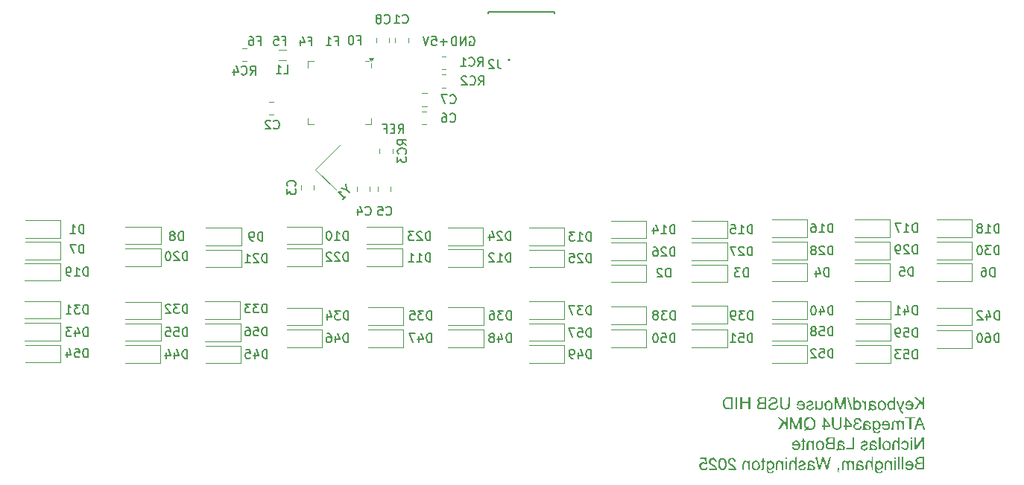
<source format=gbr>
%TF.GenerationSoftware,KiCad,Pcbnew,8.0.7*%
%TF.CreationDate,2025-01-06T21:25:14-08:00*%
%TF.ProjectId,Keyboard V1,4b657962-6f61-4726-9420-56312e6b6963,rev?*%
%TF.SameCoordinates,Original*%
%TF.FileFunction,Legend,Bot*%
%TF.FilePolarity,Positive*%
%FSLAX46Y46*%
G04 Gerber Fmt 4.6, Leading zero omitted, Abs format (unit mm)*
G04 Created by KiCad (PCBNEW 8.0.7) date 2025-01-06 21:25:14*
%MOMM*%
%LPD*%
G01*
G04 APERTURE LIST*
%ADD10C,0.150000*%
%ADD11C,0.120000*%
%ADD12C,0.000000*%
%ADD13C,0.127000*%
%ADD14C,0.200000*%
G04 APERTURE END LIST*
D10*
X167095713Y-68843866D02*
X166333809Y-68843866D01*
X166714761Y-69224819D02*
X166714761Y-68462914D01*
X165381428Y-68224819D02*
X165857618Y-68224819D01*
X165857618Y-68224819D02*
X165905237Y-68701009D01*
X165905237Y-68701009D02*
X165857618Y-68653390D01*
X165857618Y-68653390D02*
X165762380Y-68605771D01*
X165762380Y-68605771D02*
X165524285Y-68605771D01*
X165524285Y-68605771D02*
X165429047Y-68653390D01*
X165429047Y-68653390D02*
X165381428Y-68701009D01*
X165381428Y-68701009D02*
X165333809Y-68796247D01*
X165333809Y-68796247D02*
X165333809Y-69034342D01*
X165333809Y-69034342D02*
X165381428Y-69129580D01*
X165381428Y-69129580D02*
X165429047Y-69177200D01*
X165429047Y-69177200D02*
X165524285Y-69224819D01*
X165524285Y-69224819D02*
X165762380Y-69224819D01*
X165762380Y-69224819D02*
X165857618Y-69177200D01*
X165857618Y-69177200D02*
X165905237Y-69129580D01*
X165048094Y-68224819D02*
X164714761Y-69224819D01*
X164714761Y-69224819D02*
X164381428Y-68224819D01*
X169691904Y-68312438D02*
X169787142Y-68264819D01*
X169787142Y-68264819D02*
X169929999Y-68264819D01*
X169929999Y-68264819D02*
X170072856Y-68312438D01*
X170072856Y-68312438D02*
X170168094Y-68407676D01*
X170168094Y-68407676D02*
X170215713Y-68502914D01*
X170215713Y-68502914D02*
X170263332Y-68693390D01*
X170263332Y-68693390D02*
X170263332Y-68836247D01*
X170263332Y-68836247D02*
X170215713Y-69026723D01*
X170215713Y-69026723D02*
X170168094Y-69121961D01*
X170168094Y-69121961D02*
X170072856Y-69217200D01*
X170072856Y-69217200D02*
X169929999Y-69264819D01*
X169929999Y-69264819D02*
X169834761Y-69264819D01*
X169834761Y-69264819D02*
X169691904Y-69217200D01*
X169691904Y-69217200D02*
X169644285Y-69169580D01*
X169644285Y-69169580D02*
X169644285Y-68836247D01*
X169644285Y-68836247D02*
X169834761Y-68836247D01*
X169215713Y-69264819D02*
X169215713Y-68264819D01*
X169215713Y-68264819D02*
X168644285Y-69264819D01*
X168644285Y-69264819D02*
X168644285Y-68264819D01*
X168168094Y-69264819D02*
X168168094Y-68264819D01*
X168168094Y-68264819D02*
X167929999Y-68264819D01*
X167929999Y-68264819D02*
X167787142Y-68312438D01*
X167787142Y-68312438D02*
X167691904Y-68407676D01*
X167691904Y-68407676D02*
X167644285Y-68502914D01*
X167644285Y-68502914D02*
X167596666Y-68693390D01*
X167596666Y-68693390D02*
X167596666Y-68836247D01*
X167596666Y-68836247D02*
X167644285Y-69026723D01*
X167644285Y-69026723D02*
X167691904Y-69121961D01*
X167691904Y-69121961D02*
X167787142Y-69217200D01*
X167787142Y-69217200D02*
X167929999Y-69264819D01*
X167929999Y-69264819D02*
X168168094Y-69264819D01*
X145623333Y-68721009D02*
X145956666Y-68721009D01*
X145956666Y-69244819D02*
X145956666Y-68244819D01*
X145956666Y-68244819D02*
X145480476Y-68244819D01*
X144670952Y-68244819D02*
X144861428Y-68244819D01*
X144861428Y-68244819D02*
X144956666Y-68292438D01*
X144956666Y-68292438D02*
X145004285Y-68340057D01*
X145004285Y-68340057D02*
X145099523Y-68482914D01*
X145099523Y-68482914D02*
X145147142Y-68673390D01*
X145147142Y-68673390D02*
X145147142Y-69054342D01*
X145147142Y-69054342D02*
X145099523Y-69149580D01*
X145099523Y-69149580D02*
X145051904Y-69197200D01*
X145051904Y-69197200D02*
X144956666Y-69244819D01*
X144956666Y-69244819D02*
X144766190Y-69244819D01*
X144766190Y-69244819D02*
X144670952Y-69197200D01*
X144670952Y-69197200D02*
X144623333Y-69149580D01*
X144623333Y-69149580D02*
X144575714Y-69054342D01*
X144575714Y-69054342D02*
X144575714Y-68816247D01*
X144575714Y-68816247D02*
X144623333Y-68721009D01*
X144623333Y-68721009D02*
X144670952Y-68673390D01*
X144670952Y-68673390D02*
X144766190Y-68625771D01*
X144766190Y-68625771D02*
X144956666Y-68625771D01*
X144956666Y-68625771D02*
X145051904Y-68673390D01*
X145051904Y-68673390D02*
X145099523Y-68721009D01*
X145099523Y-68721009D02*
X145147142Y-68816247D01*
X148463333Y-68691009D02*
X148796666Y-68691009D01*
X148796666Y-69214819D02*
X148796666Y-68214819D01*
X148796666Y-68214819D02*
X148320476Y-68214819D01*
X147463333Y-68214819D02*
X147939523Y-68214819D01*
X147939523Y-68214819D02*
X147987142Y-68691009D01*
X147987142Y-68691009D02*
X147939523Y-68643390D01*
X147939523Y-68643390D02*
X147844285Y-68595771D01*
X147844285Y-68595771D02*
X147606190Y-68595771D01*
X147606190Y-68595771D02*
X147510952Y-68643390D01*
X147510952Y-68643390D02*
X147463333Y-68691009D01*
X147463333Y-68691009D02*
X147415714Y-68786247D01*
X147415714Y-68786247D02*
X147415714Y-69024342D01*
X147415714Y-69024342D02*
X147463333Y-69119580D01*
X147463333Y-69119580D02*
X147510952Y-69167200D01*
X147510952Y-69167200D02*
X147606190Y-69214819D01*
X147606190Y-69214819D02*
X147844285Y-69214819D01*
X147844285Y-69214819D02*
X147939523Y-69167200D01*
X147939523Y-69167200D02*
X147987142Y-69119580D01*
X151423333Y-68751009D02*
X151756666Y-68751009D01*
X151756666Y-69274819D02*
X151756666Y-68274819D01*
X151756666Y-68274819D02*
X151280476Y-68274819D01*
X150470952Y-68608152D02*
X150470952Y-69274819D01*
X150709047Y-68227200D02*
X150947142Y-68941485D01*
X150947142Y-68941485D02*
X150328095Y-68941485D01*
X154423333Y-68711009D02*
X154756666Y-68711009D01*
X154756666Y-69234819D02*
X154756666Y-68234819D01*
X154756666Y-68234819D02*
X154280476Y-68234819D01*
X153375714Y-69234819D02*
X153947142Y-69234819D01*
X153661428Y-69234819D02*
X153661428Y-68234819D01*
X153661428Y-68234819D02*
X153756666Y-68377676D01*
X153756666Y-68377676D02*
X153851904Y-68472914D01*
X153851904Y-68472914D02*
X153947142Y-68520533D01*
X156973333Y-68631009D02*
X157306666Y-68631009D01*
X157306666Y-69154819D02*
X157306666Y-68154819D01*
X157306666Y-68154819D02*
X156830476Y-68154819D01*
X156259047Y-68154819D02*
X156163809Y-68154819D01*
X156163809Y-68154819D02*
X156068571Y-68202438D01*
X156068571Y-68202438D02*
X156020952Y-68250057D01*
X156020952Y-68250057D02*
X155973333Y-68345295D01*
X155973333Y-68345295D02*
X155925714Y-68535771D01*
X155925714Y-68535771D02*
X155925714Y-68773866D01*
X155925714Y-68773866D02*
X155973333Y-68964342D01*
X155973333Y-68964342D02*
X156020952Y-69059580D01*
X156020952Y-69059580D02*
X156068571Y-69107200D01*
X156068571Y-69107200D02*
X156163809Y-69154819D01*
X156163809Y-69154819D02*
X156259047Y-69154819D01*
X156259047Y-69154819D02*
X156354285Y-69107200D01*
X156354285Y-69107200D02*
X156401904Y-69059580D01*
X156401904Y-69059580D02*
X156449523Y-68964342D01*
X156449523Y-68964342D02*
X156497142Y-68773866D01*
X156497142Y-68773866D02*
X156497142Y-68535771D01*
X156497142Y-68535771D02*
X156449523Y-68345295D01*
X156449523Y-68345295D02*
X156401904Y-68250057D01*
X156401904Y-68250057D02*
X156354285Y-68202438D01*
X156354285Y-68202438D02*
X156259047Y-68154819D01*
X192976785Y-93224819D02*
X192976785Y-92224819D01*
X192976785Y-92224819D02*
X192738690Y-92224819D01*
X192738690Y-92224819D02*
X192595833Y-92272438D01*
X192595833Y-92272438D02*
X192500595Y-92367676D01*
X192500595Y-92367676D02*
X192452976Y-92462914D01*
X192452976Y-92462914D02*
X192405357Y-92653390D01*
X192405357Y-92653390D02*
X192405357Y-92796247D01*
X192405357Y-92796247D02*
X192452976Y-92986723D01*
X192452976Y-92986723D02*
X192500595Y-93081961D01*
X192500595Y-93081961D02*
X192595833Y-93177200D01*
X192595833Y-93177200D02*
X192738690Y-93224819D01*
X192738690Y-93224819D02*
X192976785Y-93224819D01*
X192024404Y-92320057D02*
X191976785Y-92272438D01*
X191976785Y-92272438D02*
X191881547Y-92224819D01*
X191881547Y-92224819D02*
X191643452Y-92224819D01*
X191643452Y-92224819D02*
X191548214Y-92272438D01*
X191548214Y-92272438D02*
X191500595Y-92320057D01*
X191500595Y-92320057D02*
X191452976Y-92415295D01*
X191452976Y-92415295D02*
X191452976Y-92510533D01*
X191452976Y-92510533D02*
X191500595Y-92653390D01*
X191500595Y-92653390D02*
X192072023Y-93224819D01*
X192072023Y-93224819D02*
X191452976Y-93224819D01*
X190595833Y-92224819D02*
X190786309Y-92224819D01*
X190786309Y-92224819D02*
X190881547Y-92272438D01*
X190881547Y-92272438D02*
X190929166Y-92320057D01*
X190929166Y-92320057D02*
X191024404Y-92462914D01*
X191024404Y-92462914D02*
X191072023Y-92653390D01*
X191072023Y-92653390D02*
X191072023Y-93034342D01*
X191072023Y-93034342D02*
X191024404Y-93129580D01*
X191024404Y-93129580D02*
X190976785Y-93177200D01*
X190976785Y-93177200D02*
X190881547Y-93224819D01*
X190881547Y-93224819D02*
X190691071Y-93224819D01*
X190691071Y-93224819D02*
X190595833Y-93177200D01*
X190595833Y-93177200D02*
X190548214Y-93129580D01*
X190548214Y-93129580D02*
X190500595Y-93034342D01*
X190500595Y-93034342D02*
X190500595Y-92796247D01*
X190500595Y-92796247D02*
X190548214Y-92701009D01*
X190548214Y-92701009D02*
X190595833Y-92653390D01*
X190595833Y-92653390D02*
X190691071Y-92605771D01*
X190691071Y-92605771D02*
X190881547Y-92605771D01*
X190881547Y-92605771D02*
X190976785Y-92653390D01*
X190976785Y-92653390D02*
X191024404Y-92701009D01*
X191024404Y-92701009D02*
X191072023Y-92796247D01*
X160186666Y-88489580D02*
X160234285Y-88537200D01*
X160234285Y-88537200D02*
X160377142Y-88584819D01*
X160377142Y-88584819D02*
X160472380Y-88584819D01*
X160472380Y-88584819D02*
X160615237Y-88537200D01*
X160615237Y-88537200D02*
X160710475Y-88441961D01*
X160710475Y-88441961D02*
X160758094Y-88346723D01*
X160758094Y-88346723D02*
X160805713Y-88156247D01*
X160805713Y-88156247D02*
X160805713Y-88013390D01*
X160805713Y-88013390D02*
X160758094Y-87822914D01*
X160758094Y-87822914D02*
X160710475Y-87727676D01*
X160710475Y-87727676D02*
X160615237Y-87632438D01*
X160615237Y-87632438D02*
X160472380Y-87584819D01*
X160472380Y-87584819D02*
X160377142Y-87584819D01*
X160377142Y-87584819D02*
X160234285Y-87632438D01*
X160234285Y-87632438D02*
X160186666Y-87680057D01*
X159281904Y-87584819D02*
X159758094Y-87584819D01*
X159758094Y-87584819D02*
X159805713Y-88061009D01*
X159805713Y-88061009D02*
X159758094Y-88013390D01*
X159758094Y-88013390D02*
X159662856Y-87965771D01*
X159662856Y-87965771D02*
X159424761Y-87965771D01*
X159424761Y-87965771D02*
X159329523Y-88013390D01*
X159329523Y-88013390D02*
X159281904Y-88061009D01*
X159281904Y-88061009D02*
X159234285Y-88156247D01*
X159234285Y-88156247D02*
X159234285Y-88394342D01*
X159234285Y-88394342D02*
X159281904Y-88489580D01*
X159281904Y-88489580D02*
X159329523Y-88537200D01*
X159329523Y-88537200D02*
X159424761Y-88584819D01*
X159424761Y-88584819D02*
X159662856Y-88584819D01*
X159662856Y-88584819D02*
X159758094Y-88537200D01*
X159758094Y-88537200D02*
X159805713Y-88489580D01*
X174406785Y-100454819D02*
X174406785Y-99454819D01*
X174406785Y-99454819D02*
X174168690Y-99454819D01*
X174168690Y-99454819D02*
X174025833Y-99502438D01*
X174025833Y-99502438D02*
X173930595Y-99597676D01*
X173930595Y-99597676D02*
X173882976Y-99692914D01*
X173882976Y-99692914D02*
X173835357Y-99883390D01*
X173835357Y-99883390D02*
X173835357Y-100026247D01*
X173835357Y-100026247D02*
X173882976Y-100216723D01*
X173882976Y-100216723D02*
X173930595Y-100311961D01*
X173930595Y-100311961D02*
X174025833Y-100407200D01*
X174025833Y-100407200D02*
X174168690Y-100454819D01*
X174168690Y-100454819D02*
X174406785Y-100454819D01*
X173502023Y-99454819D02*
X172882976Y-99454819D01*
X172882976Y-99454819D02*
X173216309Y-99835771D01*
X173216309Y-99835771D02*
X173073452Y-99835771D01*
X173073452Y-99835771D02*
X172978214Y-99883390D01*
X172978214Y-99883390D02*
X172930595Y-99931009D01*
X172930595Y-99931009D02*
X172882976Y-100026247D01*
X172882976Y-100026247D02*
X172882976Y-100264342D01*
X172882976Y-100264342D02*
X172930595Y-100359580D01*
X172930595Y-100359580D02*
X172978214Y-100407200D01*
X172978214Y-100407200D02*
X173073452Y-100454819D01*
X173073452Y-100454819D02*
X173359166Y-100454819D01*
X173359166Y-100454819D02*
X173454404Y-100407200D01*
X173454404Y-100407200D02*
X173502023Y-100359580D01*
X172025833Y-99454819D02*
X172216309Y-99454819D01*
X172216309Y-99454819D02*
X172311547Y-99502438D01*
X172311547Y-99502438D02*
X172359166Y-99550057D01*
X172359166Y-99550057D02*
X172454404Y-99692914D01*
X172454404Y-99692914D02*
X172502023Y-99883390D01*
X172502023Y-99883390D02*
X172502023Y-100264342D01*
X172502023Y-100264342D02*
X172454404Y-100359580D01*
X172454404Y-100359580D02*
X172406785Y-100407200D01*
X172406785Y-100407200D02*
X172311547Y-100454819D01*
X172311547Y-100454819D02*
X172121071Y-100454819D01*
X172121071Y-100454819D02*
X172025833Y-100407200D01*
X172025833Y-100407200D02*
X171978214Y-100359580D01*
X171978214Y-100359580D02*
X171930595Y-100264342D01*
X171930595Y-100264342D02*
X171930595Y-100026247D01*
X171930595Y-100026247D02*
X171978214Y-99931009D01*
X171978214Y-99931009D02*
X172025833Y-99883390D01*
X172025833Y-99883390D02*
X172121071Y-99835771D01*
X172121071Y-99835771D02*
X172311547Y-99835771D01*
X172311547Y-99835771D02*
X172406785Y-99883390D01*
X172406785Y-99883390D02*
X172454404Y-99931009D01*
X172454404Y-99931009D02*
X172502023Y-100026247D01*
X201806785Y-100454819D02*
X201806785Y-99454819D01*
X201806785Y-99454819D02*
X201568690Y-99454819D01*
X201568690Y-99454819D02*
X201425833Y-99502438D01*
X201425833Y-99502438D02*
X201330595Y-99597676D01*
X201330595Y-99597676D02*
X201282976Y-99692914D01*
X201282976Y-99692914D02*
X201235357Y-99883390D01*
X201235357Y-99883390D02*
X201235357Y-100026247D01*
X201235357Y-100026247D02*
X201282976Y-100216723D01*
X201282976Y-100216723D02*
X201330595Y-100311961D01*
X201330595Y-100311961D02*
X201425833Y-100407200D01*
X201425833Y-100407200D02*
X201568690Y-100454819D01*
X201568690Y-100454819D02*
X201806785Y-100454819D01*
X200902023Y-99454819D02*
X200282976Y-99454819D01*
X200282976Y-99454819D02*
X200616309Y-99835771D01*
X200616309Y-99835771D02*
X200473452Y-99835771D01*
X200473452Y-99835771D02*
X200378214Y-99883390D01*
X200378214Y-99883390D02*
X200330595Y-99931009D01*
X200330595Y-99931009D02*
X200282976Y-100026247D01*
X200282976Y-100026247D02*
X200282976Y-100264342D01*
X200282976Y-100264342D02*
X200330595Y-100359580D01*
X200330595Y-100359580D02*
X200378214Y-100407200D01*
X200378214Y-100407200D02*
X200473452Y-100454819D01*
X200473452Y-100454819D02*
X200759166Y-100454819D01*
X200759166Y-100454819D02*
X200854404Y-100407200D01*
X200854404Y-100407200D02*
X200902023Y-100359580D01*
X199806785Y-100454819D02*
X199616309Y-100454819D01*
X199616309Y-100454819D02*
X199521071Y-100407200D01*
X199521071Y-100407200D02*
X199473452Y-100359580D01*
X199473452Y-100359580D02*
X199378214Y-100216723D01*
X199378214Y-100216723D02*
X199330595Y-100026247D01*
X199330595Y-100026247D02*
X199330595Y-99645295D01*
X199330595Y-99645295D02*
X199378214Y-99550057D01*
X199378214Y-99550057D02*
X199425833Y-99502438D01*
X199425833Y-99502438D02*
X199521071Y-99454819D01*
X199521071Y-99454819D02*
X199711547Y-99454819D01*
X199711547Y-99454819D02*
X199806785Y-99502438D01*
X199806785Y-99502438D02*
X199854404Y-99550057D01*
X199854404Y-99550057D02*
X199902023Y-99645295D01*
X199902023Y-99645295D02*
X199902023Y-99883390D01*
X199902023Y-99883390D02*
X199854404Y-99978628D01*
X199854404Y-99978628D02*
X199806785Y-100026247D01*
X199806785Y-100026247D02*
X199711547Y-100073866D01*
X199711547Y-100073866D02*
X199521071Y-100073866D01*
X199521071Y-100073866D02*
X199425833Y-100026247D01*
X199425833Y-100026247D02*
X199378214Y-99978628D01*
X199378214Y-99978628D02*
X199330595Y-99883390D01*
X167466666Y-77889580D02*
X167514285Y-77937200D01*
X167514285Y-77937200D02*
X167657142Y-77984819D01*
X167657142Y-77984819D02*
X167752380Y-77984819D01*
X167752380Y-77984819D02*
X167895237Y-77937200D01*
X167895237Y-77937200D02*
X167990475Y-77841961D01*
X167990475Y-77841961D02*
X168038094Y-77746723D01*
X168038094Y-77746723D02*
X168085713Y-77556247D01*
X168085713Y-77556247D02*
X168085713Y-77413390D01*
X168085713Y-77413390D02*
X168038094Y-77222914D01*
X168038094Y-77222914D02*
X167990475Y-77127676D01*
X167990475Y-77127676D02*
X167895237Y-77032438D01*
X167895237Y-77032438D02*
X167752380Y-76984819D01*
X167752380Y-76984819D02*
X167657142Y-76984819D01*
X167657142Y-76984819D02*
X167514285Y-77032438D01*
X167514285Y-77032438D02*
X167466666Y-77080057D01*
X166609523Y-76984819D02*
X166799999Y-76984819D01*
X166799999Y-76984819D02*
X166895237Y-77032438D01*
X166895237Y-77032438D02*
X166942856Y-77080057D01*
X166942856Y-77080057D02*
X167038094Y-77222914D01*
X167038094Y-77222914D02*
X167085713Y-77413390D01*
X167085713Y-77413390D02*
X167085713Y-77794342D01*
X167085713Y-77794342D02*
X167038094Y-77889580D01*
X167038094Y-77889580D02*
X166990475Y-77937200D01*
X166990475Y-77937200D02*
X166895237Y-77984819D01*
X166895237Y-77984819D02*
X166704761Y-77984819D01*
X166704761Y-77984819D02*
X166609523Y-77937200D01*
X166609523Y-77937200D02*
X166561904Y-77889580D01*
X166561904Y-77889580D02*
X166514285Y-77794342D01*
X166514285Y-77794342D02*
X166514285Y-77556247D01*
X166514285Y-77556247D02*
X166561904Y-77461009D01*
X166561904Y-77461009D02*
X166609523Y-77413390D01*
X166609523Y-77413390D02*
X166704761Y-77365771D01*
X166704761Y-77365771D02*
X166895237Y-77365771D01*
X166895237Y-77365771D02*
X166990475Y-77413390D01*
X166990475Y-77413390D02*
X167038094Y-77461009D01*
X167038094Y-77461009D02*
X167085713Y-77556247D01*
X210936785Y-93074819D02*
X210936785Y-92074819D01*
X210936785Y-92074819D02*
X210698690Y-92074819D01*
X210698690Y-92074819D02*
X210555833Y-92122438D01*
X210555833Y-92122438D02*
X210460595Y-92217676D01*
X210460595Y-92217676D02*
X210412976Y-92312914D01*
X210412976Y-92312914D02*
X210365357Y-92503390D01*
X210365357Y-92503390D02*
X210365357Y-92646247D01*
X210365357Y-92646247D02*
X210412976Y-92836723D01*
X210412976Y-92836723D02*
X210460595Y-92931961D01*
X210460595Y-92931961D02*
X210555833Y-93027200D01*
X210555833Y-93027200D02*
X210698690Y-93074819D01*
X210698690Y-93074819D02*
X210936785Y-93074819D01*
X209984404Y-92170057D02*
X209936785Y-92122438D01*
X209936785Y-92122438D02*
X209841547Y-92074819D01*
X209841547Y-92074819D02*
X209603452Y-92074819D01*
X209603452Y-92074819D02*
X209508214Y-92122438D01*
X209508214Y-92122438D02*
X209460595Y-92170057D01*
X209460595Y-92170057D02*
X209412976Y-92265295D01*
X209412976Y-92265295D02*
X209412976Y-92360533D01*
X209412976Y-92360533D02*
X209460595Y-92503390D01*
X209460595Y-92503390D02*
X210032023Y-93074819D01*
X210032023Y-93074819D02*
X209412976Y-93074819D01*
X208841547Y-92503390D02*
X208936785Y-92455771D01*
X208936785Y-92455771D02*
X208984404Y-92408152D01*
X208984404Y-92408152D02*
X209032023Y-92312914D01*
X209032023Y-92312914D02*
X209032023Y-92265295D01*
X209032023Y-92265295D02*
X208984404Y-92170057D01*
X208984404Y-92170057D02*
X208936785Y-92122438D01*
X208936785Y-92122438D02*
X208841547Y-92074819D01*
X208841547Y-92074819D02*
X208651071Y-92074819D01*
X208651071Y-92074819D02*
X208555833Y-92122438D01*
X208555833Y-92122438D02*
X208508214Y-92170057D01*
X208508214Y-92170057D02*
X208460595Y-92265295D01*
X208460595Y-92265295D02*
X208460595Y-92312914D01*
X208460595Y-92312914D02*
X208508214Y-92408152D01*
X208508214Y-92408152D02*
X208555833Y-92455771D01*
X208555833Y-92455771D02*
X208651071Y-92503390D01*
X208651071Y-92503390D02*
X208841547Y-92503390D01*
X208841547Y-92503390D02*
X208936785Y-92551009D01*
X208936785Y-92551009D02*
X208984404Y-92598628D01*
X208984404Y-92598628D02*
X209032023Y-92693866D01*
X209032023Y-92693866D02*
X209032023Y-92884342D01*
X209032023Y-92884342D02*
X208984404Y-92979580D01*
X208984404Y-92979580D02*
X208936785Y-93027200D01*
X208936785Y-93027200D02*
X208841547Y-93074819D01*
X208841547Y-93074819D02*
X208651071Y-93074819D01*
X208651071Y-93074819D02*
X208555833Y-93027200D01*
X208555833Y-93027200D02*
X208508214Y-92979580D01*
X208508214Y-92979580D02*
X208460595Y-92884342D01*
X208460595Y-92884342D02*
X208460595Y-92693866D01*
X208460595Y-92693866D02*
X208508214Y-92598628D01*
X208508214Y-92598628D02*
X208555833Y-92551009D01*
X208555833Y-92551009D02*
X208651071Y-92503390D01*
X165336785Y-103034819D02*
X165336785Y-102034819D01*
X165336785Y-102034819D02*
X165098690Y-102034819D01*
X165098690Y-102034819D02*
X164955833Y-102082438D01*
X164955833Y-102082438D02*
X164860595Y-102177676D01*
X164860595Y-102177676D02*
X164812976Y-102272914D01*
X164812976Y-102272914D02*
X164765357Y-102463390D01*
X164765357Y-102463390D02*
X164765357Y-102606247D01*
X164765357Y-102606247D02*
X164812976Y-102796723D01*
X164812976Y-102796723D02*
X164860595Y-102891961D01*
X164860595Y-102891961D02*
X164955833Y-102987200D01*
X164955833Y-102987200D02*
X165098690Y-103034819D01*
X165098690Y-103034819D02*
X165336785Y-103034819D01*
X163908214Y-102368152D02*
X163908214Y-103034819D01*
X164146309Y-101987200D02*
X164384404Y-102701485D01*
X164384404Y-102701485D02*
X163765357Y-102701485D01*
X163479642Y-102034819D02*
X162812976Y-102034819D01*
X162812976Y-102034819D02*
X163241547Y-103034819D01*
X192976785Y-90684819D02*
X192976785Y-89684819D01*
X192976785Y-89684819D02*
X192738690Y-89684819D01*
X192738690Y-89684819D02*
X192595833Y-89732438D01*
X192595833Y-89732438D02*
X192500595Y-89827676D01*
X192500595Y-89827676D02*
X192452976Y-89922914D01*
X192452976Y-89922914D02*
X192405357Y-90113390D01*
X192405357Y-90113390D02*
X192405357Y-90256247D01*
X192405357Y-90256247D02*
X192452976Y-90446723D01*
X192452976Y-90446723D02*
X192500595Y-90541961D01*
X192500595Y-90541961D02*
X192595833Y-90637200D01*
X192595833Y-90637200D02*
X192738690Y-90684819D01*
X192738690Y-90684819D02*
X192976785Y-90684819D01*
X191452976Y-90684819D02*
X192024404Y-90684819D01*
X191738690Y-90684819D02*
X191738690Y-89684819D01*
X191738690Y-89684819D02*
X191833928Y-89827676D01*
X191833928Y-89827676D02*
X191929166Y-89922914D01*
X191929166Y-89922914D02*
X192024404Y-89970533D01*
X190595833Y-90018152D02*
X190595833Y-90684819D01*
X190833928Y-89637200D02*
X191072023Y-90351485D01*
X191072023Y-90351485D02*
X190452976Y-90351485D01*
X229806785Y-103034819D02*
X229806785Y-102034819D01*
X229806785Y-102034819D02*
X229568690Y-102034819D01*
X229568690Y-102034819D02*
X229425833Y-102082438D01*
X229425833Y-102082438D02*
X229330595Y-102177676D01*
X229330595Y-102177676D02*
X229282976Y-102272914D01*
X229282976Y-102272914D02*
X229235357Y-102463390D01*
X229235357Y-102463390D02*
X229235357Y-102606247D01*
X229235357Y-102606247D02*
X229282976Y-102796723D01*
X229282976Y-102796723D02*
X229330595Y-102891961D01*
X229330595Y-102891961D02*
X229425833Y-102987200D01*
X229425833Y-102987200D02*
X229568690Y-103034819D01*
X229568690Y-103034819D02*
X229806785Y-103034819D01*
X228378214Y-102034819D02*
X228568690Y-102034819D01*
X228568690Y-102034819D02*
X228663928Y-102082438D01*
X228663928Y-102082438D02*
X228711547Y-102130057D01*
X228711547Y-102130057D02*
X228806785Y-102272914D01*
X228806785Y-102272914D02*
X228854404Y-102463390D01*
X228854404Y-102463390D02*
X228854404Y-102844342D01*
X228854404Y-102844342D02*
X228806785Y-102939580D01*
X228806785Y-102939580D02*
X228759166Y-102987200D01*
X228759166Y-102987200D02*
X228663928Y-103034819D01*
X228663928Y-103034819D02*
X228473452Y-103034819D01*
X228473452Y-103034819D02*
X228378214Y-102987200D01*
X228378214Y-102987200D02*
X228330595Y-102939580D01*
X228330595Y-102939580D02*
X228282976Y-102844342D01*
X228282976Y-102844342D02*
X228282976Y-102606247D01*
X228282976Y-102606247D02*
X228330595Y-102511009D01*
X228330595Y-102511009D02*
X228378214Y-102463390D01*
X228378214Y-102463390D02*
X228473452Y-102415771D01*
X228473452Y-102415771D02*
X228663928Y-102415771D01*
X228663928Y-102415771D02*
X228759166Y-102463390D01*
X228759166Y-102463390D02*
X228806785Y-102511009D01*
X228806785Y-102511009D02*
X228854404Y-102606247D01*
X227663928Y-102034819D02*
X227568690Y-102034819D01*
X227568690Y-102034819D02*
X227473452Y-102082438D01*
X227473452Y-102082438D02*
X227425833Y-102130057D01*
X227425833Y-102130057D02*
X227378214Y-102225295D01*
X227378214Y-102225295D02*
X227330595Y-102415771D01*
X227330595Y-102415771D02*
X227330595Y-102653866D01*
X227330595Y-102653866D02*
X227378214Y-102844342D01*
X227378214Y-102844342D02*
X227425833Y-102939580D01*
X227425833Y-102939580D02*
X227473452Y-102987200D01*
X227473452Y-102987200D02*
X227568690Y-103034819D01*
X227568690Y-103034819D02*
X227663928Y-103034819D01*
X227663928Y-103034819D02*
X227759166Y-102987200D01*
X227759166Y-102987200D02*
X227806785Y-102939580D01*
X227806785Y-102939580D02*
X227854404Y-102844342D01*
X227854404Y-102844342D02*
X227902023Y-102653866D01*
X227902023Y-102653866D02*
X227902023Y-102415771D01*
X227902023Y-102415771D02*
X227854404Y-102225295D01*
X227854404Y-102225295D02*
X227806785Y-102130057D01*
X227806785Y-102130057D02*
X227759166Y-102082438D01*
X227759166Y-102082438D02*
X227663928Y-102034819D01*
X192500594Y-95614819D02*
X192500594Y-94614819D01*
X192500594Y-94614819D02*
X192262499Y-94614819D01*
X192262499Y-94614819D02*
X192119642Y-94662438D01*
X192119642Y-94662438D02*
X192024404Y-94757676D01*
X192024404Y-94757676D02*
X191976785Y-94852914D01*
X191976785Y-94852914D02*
X191929166Y-95043390D01*
X191929166Y-95043390D02*
X191929166Y-95186247D01*
X191929166Y-95186247D02*
X191976785Y-95376723D01*
X191976785Y-95376723D02*
X192024404Y-95471961D01*
X192024404Y-95471961D02*
X192119642Y-95567200D01*
X192119642Y-95567200D02*
X192262499Y-95614819D01*
X192262499Y-95614819D02*
X192500594Y-95614819D01*
X191548213Y-94710057D02*
X191500594Y-94662438D01*
X191500594Y-94662438D02*
X191405356Y-94614819D01*
X191405356Y-94614819D02*
X191167261Y-94614819D01*
X191167261Y-94614819D02*
X191072023Y-94662438D01*
X191072023Y-94662438D02*
X191024404Y-94710057D01*
X191024404Y-94710057D02*
X190976785Y-94805295D01*
X190976785Y-94805295D02*
X190976785Y-94900533D01*
X190976785Y-94900533D02*
X191024404Y-95043390D01*
X191024404Y-95043390D02*
X191595832Y-95614819D01*
X191595832Y-95614819D02*
X190976785Y-95614819D01*
X126316785Y-102364819D02*
X126316785Y-101364819D01*
X126316785Y-101364819D02*
X126078690Y-101364819D01*
X126078690Y-101364819D02*
X125935833Y-101412438D01*
X125935833Y-101412438D02*
X125840595Y-101507676D01*
X125840595Y-101507676D02*
X125792976Y-101602914D01*
X125792976Y-101602914D02*
X125745357Y-101793390D01*
X125745357Y-101793390D02*
X125745357Y-101936247D01*
X125745357Y-101936247D02*
X125792976Y-102126723D01*
X125792976Y-102126723D02*
X125840595Y-102221961D01*
X125840595Y-102221961D02*
X125935833Y-102317200D01*
X125935833Y-102317200D02*
X126078690Y-102364819D01*
X126078690Y-102364819D02*
X126316785Y-102364819D01*
X124888214Y-101698152D02*
X124888214Y-102364819D01*
X125126309Y-101317200D02*
X125364404Y-102031485D01*
X125364404Y-102031485D02*
X124745357Y-102031485D01*
X124459642Y-101364819D02*
X123840595Y-101364819D01*
X123840595Y-101364819D02*
X124173928Y-101745771D01*
X124173928Y-101745771D02*
X124031071Y-101745771D01*
X124031071Y-101745771D02*
X123935833Y-101793390D01*
X123935833Y-101793390D02*
X123888214Y-101841009D01*
X123888214Y-101841009D02*
X123840595Y-101936247D01*
X123840595Y-101936247D02*
X123840595Y-102174342D01*
X123840595Y-102174342D02*
X123888214Y-102269580D01*
X123888214Y-102269580D02*
X123935833Y-102317200D01*
X123935833Y-102317200D02*
X124031071Y-102364819D01*
X124031071Y-102364819D02*
X124316785Y-102364819D01*
X124316785Y-102364819D02*
X124412023Y-102317200D01*
X124412023Y-102317200D02*
X124459642Y-102269580D01*
X162494819Y-80570833D02*
X162018628Y-80237500D01*
X162494819Y-79999405D02*
X161494819Y-79999405D01*
X161494819Y-79999405D02*
X161494819Y-80380357D01*
X161494819Y-80380357D02*
X161542438Y-80475595D01*
X161542438Y-80475595D02*
X161590057Y-80523214D01*
X161590057Y-80523214D02*
X161685295Y-80570833D01*
X161685295Y-80570833D02*
X161828152Y-80570833D01*
X161828152Y-80570833D02*
X161923390Y-80523214D01*
X161923390Y-80523214D02*
X161971009Y-80475595D01*
X161971009Y-80475595D02*
X162018628Y-80380357D01*
X162018628Y-80380357D02*
X162018628Y-79999405D01*
X162399580Y-81570833D02*
X162447200Y-81523214D01*
X162447200Y-81523214D02*
X162494819Y-81380357D01*
X162494819Y-81380357D02*
X162494819Y-81285119D01*
X162494819Y-81285119D02*
X162447200Y-81142262D01*
X162447200Y-81142262D02*
X162351961Y-81047024D01*
X162351961Y-81047024D02*
X162256723Y-80999405D01*
X162256723Y-80999405D02*
X162066247Y-80951786D01*
X162066247Y-80951786D02*
X161923390Y-80951786D01*
X161923390Y-80951786D02*
X161732914Y-80999405D01*
X161732914Y-80999405D02*
X161637676Y-81047024D01*
X161637676Y-81047024D02*
X161542438Y-81142262D01*
X161542438Y-81142262D02*
X161494819Y-81285119D01*
X161494819Y-81285119D02*
X161494819Y-81380357D01*
X161494819Y-81380357D02*
X161542438Y-81523214D01*
X161542438Y-81523214D02*
X161590057Y-81570833D01*
X161494819Y-81904167D02*
X161494819Y-82523214D01*
X161494819Y-82523214D02*
X161875771Y-82189881D01*
X161875771Y-82189881D02*
X161875771Y-82332738D01*
X161875771Y-82332738D02*
X161923390Y-82427976D01*
X161923390Y-82427976D02*
X161971009Y-82475595D01*
X161971009Y-82475595D02*
X162066247Y-82523214D01*
X162066247Y-82523214D02*
X162304342Y-82523214D01*
X162304342Y-82523214D02*
X162399580Y-82475595D01*
X162399580Y-82475595D02*
X162447200Y-82427976D01*
X162447200Y-82427976D02*
X162494819Y-82332738D01*
X162494819Y-82332738D02*
X162494819Y-82047024D01*
X162494819Y-82047024D02*
X162447200Y-81951786D01*
X162447200Y-81951786D02*
X162399580Y-81904167D01*
X155741605Y-85628170D02*
X156078323Y-85964888D01*
X155606918Y-85022079D02*
X155741605Y-85628170D01*
X155741605Y-85628170D02*
X155135514Y-85493483D01*
X155236529Y-86806681D02*
X155640590Y-86402620D01*
X155438559Y-86604651D02*
X154731453Y-85897544D01*
X154731453Y-85897544D02*
X154899811Y-85931216D01*
X154899811Y-85931216D02*
X155034498Y-85931216D01*
X155034498Y-85931216D02*
X155135514Y-85897544D01*
X174334285Y-91404819D02*
X174334285Y-90404819D01*
X174334285Y-90404819D02*
X174096190Y-90404819D01*
X174096190Y-90404819D02*
X173953333Y-90452438D01*
X173953333Y-90452438D02*
X173858095Y-90547676D01*
X173858095Y-90547676D02*
X173810476Y-90642914D01*
X173810476Y-90642914D02*
X173762857Y-90833390D01*
X173762857Y-90833390D02*
X173762857Y-90976247D01*
X173762857Y-90976247D02*
X173810476Y-91166723D01*
X173810476Y-91166723D02*
X173858095Y-91261961D01*
X173858095Y-91261961D02*
X173953333Y-91357200D01*
X173953333Y-91357200D02*
X174096190Y-91404819D01*
X174096190Y-91404819D02*
X174334285Y-91404819D01*
X173381904Y-90500057D02*
X173334285Y-90452438D01*
X173334285Y-90452438D02*
X173239047Y-90404819D01*
X173239047Y-90404819D02*
X173000952Y-90404819D01*
X173000952Y-90404819D02*
X172905714Y-90452438D01*
X172905714Y-90452438D02*
X172858095Y-90500057D01*
X172858095Y-90500057D02*
X172810476Y-90595295D01*
X172810476Y-90595295D02*
X172810476Y-90690533D01*
X172810476Y-90690533D02*
X172858095Y-90833390D01*
X172858095Y-90833390D02*
X173429523Y-91404819D01*
X173429523Y-91404819D02*
X172810476Y-91404819D01*
X171953333Y-90738152D02*
X171953333Y-91404819D01*
X172191428Y-90357200D02*
X172429523Y-91071485D01*
X172429523Y-91071485D02*
X171810476Y-91071485D01*
X210936785Y-99904819D02*
X210936785Y-98904819D01*
X210936785Y-98904819D02*
X210698690Y-98904819D01*
X210698690Y-98904819D02*
X210555833Y-98952438D01*
X210555833Y-98952438D02*
X210460595Y-99047676D01*
X210460595Y-99047676D02*
X210412976Y-99142914D01*
X210412976Y-99142914D02*
X210365357Y-99333390D01*
X210365357Y-99333390D02*
X210365357Y-99476247D01*
X210365357Y-99476247D02*
X210412976Y-99666723D01*
X210412976Y-99666723D02*
X210460595Y-99761961D01*
X210460595Y-99761961D02*
X210555833Y-99857200D01*
X210555833Y-99857200D02*
X210698690Y-99904819D01*
X210698690Y-99904819D02*
X210936785Y-99904819D01*
X209508214Y-99238152D02*
X209508214Y-99904819D01*
X209746309Y-98857200D02*
X209984404Y-99571485D01*
X209984404Y-99571485D02*
X209365357Y-99571485D01*
X208793928Y-98904819D02*
X208698690Y-98904819D01*
X208698690Y-98904819D02*
X208603452Y-98952438D01*
X208603452Y-98952438D02*
X208555833Y-99000057D01*
X208555833Y-99000057D02*
X208508214Y-99095295D01*
X208508214Y-99095295D02*
X208460595Y-99285771D01*
X208460595Y-99285771D02*
X208460595Y-99523866D01*
X208460595Y-99523866D02*
X208508214Y-99714342D01*
X208508214Y-99714342D02*
X208555833Y-99809580D01*
X208555833Y-99809580D02*
X208603452Y-99857200D01*
X208603452Y-99857200D02*
X208698690Y-99904819D01*
X208698690Y-99904819D02*
X208793928Y-99904819D01*
X208793928Y-99904819D02*
X208889166Y-99857200D01*
X208889166Y-99857200D02*
X208936785Y-99809580D01*
X208936785Y-99809580D02*
X208984404Y-99714342D01*
X208984404Y-99714342D02*
X209032023Y-99523866D01*
X209032023Y-99523866D02*
X209032023Y-99285771D01*
X209032023Y-99285771D02*
X208984404Y-99095295D01*
X208984404Y-99095295D02*
X208936785Y-99000057D01*
X208936785Y-99000057D02*
X208889166Y-98952438D01*
X208889166Y-98952438D02*
X208793928Y-98904819D01*
X183476785Y-93924819D02*
X183476785Y-92924819D01*
X183476785Y-92924819D02*
X183238690Y-92924819D01*
X183238690Y-92924819D02*
X183095833Y-92972438D01*
X183095833Y-92972438D02*
X183000595Y-93067676D01*
X183000595Y-93067676D02*
X182952976Y-93162914D01*
X182952976Y-93162914D02*
X182905357Y-93353390D01*
X182905357Y-93353390D02*
X182905357Y-93496247D01*
X182905357Y-93496247D02*
X182952976Y-93686723D01*
X182952976Y-93686723D02*
X183000595Y-93781961D01*
X183000595Y-93781961D02*
X183095833Y-93877200D01*
X183095833Y-93877200D02*
X183238690Y-93924819D01*
X183238690Y-93924819D02*
X183476785Y-93924819D01*
X182524404Y-93020057D02*
X182476785Y-92972438D01*
X182476785Y-92972438D02*
X182381547Y-92924819D01*
X182381547Y-92924819D02*
X182143452Y-92924819D01*
X182143452Y-92924819D02*
X182048214Y-92972438D01*
X182048214Y-92972438D02*
X182000595Y-93020057D01*
X182000595Y-93020057D02*
X181952976Y-93115295D01*
X181952976Y-93115295D02*
X181952976Y-93210533D01*
X181952976Y-93210533D02*
X182000595Y-93353390D01*
X182000595Y-93353390D02*
X182572023Y-93924819D01*
X182572023Y-93924819D02*
X181952976Y-93924819D01*
X181048214Y-92924819D02*
X181524404Y-92924819D01*
X181524404Y-92924819D02*
X181572023Y-93401009D01*
X181572023Y-93401009D02*
X181524404Y-93353390D01*
X181524404Y-93353390D02*
X181429166Y-93305771D01*
X181429166Y-93305771D02*
X181191071Y-93305771D01*
X181191071Y-93305771D02*
X181095833Y-93353390D01*
X181095833Y-93353390D02*
X181048214Y-93401009D01*
X181048214Y-93401009D02*
X181000595Y-93496247D01*
X181000595Y-93496247D02*
X181000595Y-93734342D01*
X181000595Y-93734342D02*
X181048214Y-93829580D01*
X181048214Y-93829580D02*
X181095833Y-93877200D01*
X181095833Y-93877200D02*
X181191071Y-93924819D01*
X181191071Y-93924819D02*
X181429166Y-93924819D01*
X181429166Y-93924819D02*
X181524404Y-93877200D01*
X181524404Y-93877200D02*
X181572023Y-93829580D01*
X165216785Y-93854819D02*
X165216785Y-92854819D01*
X165216785Y-92854819D02*
X164978690Y-92854819D01*
X164978690Y-92854819D02*
X164835833Y-92902438D01*
X164835833Y-92902438D02*
X164740595Y-92997676D01*
X164740595Y-92997676D02*
X164692976Y-93092914D01*
X164692976Y-93092914D02*
X164645357Y-93283390D01*
X164645357Y-93283390D02*
X164645357Y-93426247D01*
X164645357Y-93426247D02*
X164692976Y-93616723D01*
X164692976Y-93616723D02*
X164740595Y-93711961D01*
X164740595Y-93711961D02*
X164835833Y-93807200D01*
X164835833Y-93807200D02*
X164978690Y-93854819D01*
X164978690Y-93854819D02*
X165216785Y-93854819D01*
X163692976Y-93854819D02*
X164264404Y-93854819D01*
X163978690Y-93854819D02*
X163978690Y-92854819D01*
X163978690Y-92854819D02*
X164073928Y-92997676D01*
X164073928Y-92997676D02*
X164169166Y-93092914D01*
X164169166Y-93092914D02*
X164264404Y-93140533D01*
X162740595Y-93854819D02*
X163312023Y-93854819D01*
X163026309Y-93854819D02*
X163026309Y-92854819D01*
X163026309Y-92854819D02*
X163121547Y-92997676D01*
X163121547Y-92997676D02*
X163216785Y-93092914D01*
X163216785Y-93092914D02*
X163312023Y-93140533D01*
X149819580Y-85233333D02*
X149867200Y-85185714D01*
X149867200Y-85185714D02*
X149914819Y-85042857D01*
X149914819Y-85042857D02*
X149914819Y-84947619D01*
X149914819Y-84947619D02*
X149867200Y-84804762D01*
X149867200Y-84804762D02*
X149771961Y-84709524D01*
X149771961Y-84709524D02*
X149676723Y-84661905D01*
X149676723Y-84661905D02*
X149486247Y-84614286D01*
X149486247Y-84614286D02*
X149343390Y-84614286D01*
X149343390Y-84614286D02*
X149152914Y-84661905D01*
X149152914Y-84661905D02*
X149057676Y-84709524D01*
X149057676Y-84709524D02*
X148962438Y-84804762D01*
X148962438Y-84804762D02*
X148914819Y-84947619D01*
X148914819Y-84947619D02*
X148914819Y-85042857D01*
X148914819Y-85042857D02*
X148962438Y-85185714D01*
X148962438Y-85185714D02*
X149010057Y-85233333D01*
X148914819Y-85566667D02*
X148914819Y-86185714D01*
X148914819Y-86185714D02*
X149295771Y-85852381D01*
X149295771Y-85852381D02*
X149295771Y-85995238D01*
X149295771Y-85995238D02*
X149343390Y-86090476D01*
X149343390Y-86090476D02*
X149391009Y-86138095D01*
X149391009Y-86138095D02*
X149486247Y-86185714D01*
X149486247Y-86185714D02*
X149724342Y-86185714D01*
X149724342Y-86185714D02*
X149819580Y-86138095D01*
X149819580Y-86138095D02*
X149867200Y-86090476D01*
X149867200Y-86090476D02*
X149914819Y-85995238D01*
X149914819Y-85995238D02*
X149914819Y-85709524D01*
X149914819Y-85709524D02*
X149867200Y-85614286D01*
X149867200Y-85614286D02*
X149819580Y-85566667D01*
X155896785Y-100454819D02*
X155896785Y-99454819D01*
X155896785Y-99454819D02*
X155658690Y-99454819D01*
X155658690Y-99454819D02*
X155515833Y-99502438D01*
X155515833Y-99502438D02*
X155420595Y-99597676D01*
X155420595Y-99597676D02*
X155372976Y-99692914D01*
X155372976Y-99692914D02*
X155325357Y-99883390D01*
X155325357Y-99883390D02*
X155325357Y-100026247D01*
X155325357Y-100026247D02*
X155372976Y-100216723D01*
X155372976Y-100216723D02*
X155420595Y-100311961D01*
X155420595Y-100311961D02*
X155515833Y-100407200D01*
X155515833Y-100407200D02*
X155658690Y-100454819D01*
X155658690Y-100454819D02*
X155896785Y-100454819D01*
X154992023Y-99454819D02*
X154372976Y-99454819D01*
X154372976Y-99454819D02*
X154706309Y-99835771D01*
X154706309Y-99835771D02*
X154563452Y-99835771D01*
X154563452Y-99835771D02*
X154468214Y-99883390D01*
X154468214Y-99883390D02*
X154420595Y-99931009D01*
X154420595Y-99931009D02*
X154372976Y-100026247D01*
X154372976Y-100026247D02*
X154372976Y-100264342D01*
X154372976Y-100264342D02*
X154420595Y-100359580D01*
X154420595Y-100359580D02*
X154468214Y-100407200D01*
X154468214Y-100407200D02*
X154563452Y-100454819D01*
X154563452Y-100454819D02*
X154849166Y-100454819D01*
X154849166Y-100454819D02*
X154944404Y-100407200D01*
X154944404Y-100407200D02*
X154992023Y-100359580D01*
X153515833Y-99788152D02*
X153515833Y-100454819D01*
X153753928Y-99407200D02*
X153992023Y-100121485D01*
X153992023Y-100121485D02*
X153372976Y-100121485D01*
X183476785Y-104844819D02*
X183476785Y-103844819D01*
X183476785Y-103844819D02*
X183238690Y-103844819D01*
X183238690Y-103844819D02*
X183095833Y-103892438D01*
X183095833Y-103892438D02*
X183000595Y-103987676D01*
X183000595Y-103987676D02*
X182952976Y-104082914D01*
X182952976Y-104082914D02*
X182905357Y-104273390D01*
X182905357Y-104273390D02*
X182905357Y-104416247D01*
X182905357Y-104416247D02*
X182952976Y-104606723D01*
X182952976Y-104606723D02*
X183000595Y-104701961D01*
X183000595Y-104701961D02*
X183095833Y-104797200D01*
X183095833Y-104797200D02*
X183238690Y-104844819D01*
X183238690Y-104844819D02*
X183476785Y-104844819D01*
X182048214Y-104178152D02*
X182048214Y-104844819D01*
X182286309Y-103797200D02*
X182524404Y-104511485D01*
X182524404Y-104511485D02*
X181905357Y-104511485D01*
X181476785Y-104844819D02*
X181286309Y-104844819D01*
X181286309Y-104844819D02*
X181191071Y-104797200D01*
X181191071Y-104797200D02*
X181143452Y-104749580D01*
X181143452Y-104749580D02*
X181048214Y-104606723D01*
X181048214Y-104606723D02*
X181000595Y-104416247D01*
X181000595Y-104416247D02*
X181000595Y-104035295D01*
X181000595Y-104035295D02*
X181048214Y-103940057D01*
X181048214Y-103940057D02*
X181095833Y-103892438D01*
X181095833Y-103892438D02*
X181191071Y-103844819D01*
X181191071Y-103844819D02*
X181381547Y-103844819D01*
X181381547Y-103844819D02*
X181476785Y-103892438D01*
X181476785Y-103892438D02*
X181524404Y-103940057D01*
X181524404Y-103940057D02*
X181572023Y-104035295D01*
X181572023Y-104035295D02*
X181572023Y-104273390D01*
X181572023Y-104273390D02*
X181524404Y-104368628D01*
X181524404Y-104368628D02*
X181476785Y-104416247D01*
X181476785Y-104416247D02*
X181381547Y-104463866D01*
X181381547Y-104463866D02*
X181191071Y-104463866D01*
X181191071Y-104463866D02*
X181095833Y-104416247D01*
X181095833Y-104416247D02*
X181048214Y-104368628D01*
X181048214Y-104368628D02*
X181000595Y-104273390D01*
X183476785Y-102424819D02*
X183476785Y-101424819D01*
X183476785Y-101424819D02*
X183238690Y-101424819D01*
X183238690Y-101424819D02*
X183095833Y-101472438D01*
X183095833Y-101472438D02*
X183000595Y-101567676D01*
X183000595Y-101567676D02*
X182952976Y-101662914D01*
X182952976Y-101662914D02*
X182905357Y-101853390D01*
X182905357Y-101853390D02*
X182905357Y-101996247D01*
X182905357Y-101996247D02*
X182952976Y-102186723D01*
X182952976Y-102186723D02*
X183000595Y-102281961D01*
X183000595Y-102281961D02*
X183095833Y-102377200D01*
X183095833Y-102377200D02*
X183238690Y-102424819D01*
X183238690Y-102424819D02*
X183476785Y-102424819D01*
X182000595Y-101424819D02*
X182476785Y-101424819D01*
X182476785Y-101424819D02*
X182524404Y-101901009D01*
X182524404Y-101901009D02*
X182476785Y-101853390D01*
X182476785Y-101853390D02*
X182381547Y-101805771D01*
X182381547Y-101805771D02*
X182143452Y-101805771D01*
X182143452Y-101805771D02*
X182048214Y-101853390D01*
X182048214Y-101853390D02*
X182000595Y-101901009D01*
X182000595Y-101901009D02*
X181952976Y-101996247D01*
X181952976Y-101996247D02*
X181952976Y-102234342D01*
X181952976Y-102234342D02*
X182000595Y-102329580D01*
X182000595Y-102329580D02*
X182048214Y-102377200D01*
X182048214Y-102377200D02*
X182143452Y-102424819D01*
X182143452Y-102424819D02*
X182381547Y-102424819D01*
X182381547Y-102424819D02*
X182476785Y-102377200D01*
X182476785Y-102377200D02*
X182524404Y-102329580D01*
X181619642Y-101424819D02*
X180952976Y-101424819D01*
X180952976Y-101424819D02*
X181381547Y-102424819D01*
X229826785Y-100454819D02*
X229826785Y-99454819D01*
X229826785Y-99454819D02*
X229588690Y-99454819D01*
X229588690Y-99454819D02*
X229445833Y-99502438D01*
X229445833Y-99502438D02*
X229350595Y-99597676D01*
X229350595Y-99597676D02*
X229302976Y-99692914D01*
X229302976Y-99692914D02*
X229255357Y-99883390D01*
X229255357Y-99883390D02*
X229255357Y-100026247D01*
X229255357Y-100026247D02*
X229302976Y-100216723D01*
X229302976Y-100216723D02*
X229350595Y-100311961D01*
X229350595Y-100311961D02*
X229445833Y-100407200D01*
X229445833Y-100407200D02*
X229588690Y-100454819D01*
X229588690Y-100454819D02*
X229826785Y-100454819D01*
X228398214Y-99788152D02*
X228398214Y-100454819D01*
X228636309Y-99407200D02*
X228874404Y-100121485D01*
X228874404Y-100121485D02*
X228255357Y-100121485D01*
X227922023Y-99550057D02*
X227874404Y-99502438D01*
X227874404Y-99502438D02*
X227779166Y-99454819D01*
X227779166Y-99454819D02*
X227541071Y-99454819D01*
X227541071Y-99454819D02*
X227445833Y-99502438D01*
X227445833Y-99502438D02*
X227398214Y-99550057D01*
X227398214Y-99550057D02*
X227350595Y-99645295D01*
X227350595Y-99645295D02*
X227350595Y-99740533D01*
X227350595Y-99740533D02*
X227398214Y-99883390D01*
X227398214Y-99883390D02*
X227969642Y-100454819D01*
X227969642Y-100454819D02*
X227350595Y-100454819D01*
X210936785Y-104784819D02*
X210936785Y-103784819D01*
X210936785Y-103784819D02*
X210698690Y-103784819D01*
X210698690Y-103784819D02*
X210555833Y-103832438D01*
X210555833Y-103832438D02*
X210460595Y-103927676D01*
X210460595Y-103927676D02*
X210412976Y-104022914D01*
X210412976Y-104022914D02*
X210365357Y-104213390D01*
X210365357Y-104213390D02*
X210365357Y-104356247D01*
X210365357Y-104356247D02*
X210412976Y-104546723D01*
X210412976Y-104546723D02*
X210460595Y-104641961D01*
X210460595Y-104641961D02*
X210555833Y-104737200D01*
X210555833Y-104737200D02*
X210698690Y-104784819D01*
X210698690Y-104784819D02*
X210936785Y-104784819D01*
X209460595Y-103784819D02*
X209936785Y-103784819D01*
X209936785Y-103784819D02*
X209984404Y-104261009D01*
X209984404Y-104261009D02*
X209936785Y-104213390D01*
X209936785Y-104213390D02*
X209841547Y-104165771D01*
X209841547Y-104165771D02*
X209603452Y-104165771D01*
X209603452Y-104165771D02*
X209508214Y-104213390D01*
X209508214Y-104213390D02*
X209460595Y-104261009D01*
X209460595Y-104261009D02*
X209412976Y-104356247D01*
X209412976Y-104356247D02*
X209412976Y-104594342D01*
X209412976Y-104594342D02*
X209460595Y-104689580D01*
X209460595Y-104689580D02*
X209508214Y-104737200D01*
X209508214Y-104737200D02*
X209603452Y-104784819D01*
X209603452Y-104784819D02*
X209841547Y-104784819D01*
X209841547Y-104784819D02*
X209936785Y-104737200D01*
X209936785Y-104737200D02*
X209984404Y-104689580D01*
X209032023Y-103880057D02*
X208984404Y-103832438D01*
X208984404Y-103832438D02*
X208889166Y-103784819D01*
X208889166Y-103784819D02*
X208651071Y-103784819D01*
X208651071Y-103784819D02*
X208555833Y-103832438D01*
X208555833Y-103832438D02*
X208508214Y-103880057D01*
X208508214Y-103880057D02*
X208460595Y-103975295D01*
X208460595Y-103975295D02*
X208460595Y-104070533D01*
X208460595Y-104070533D02*
X208508214Y-104213390D01*
X208508214Y-104213390D02*
X209079642Y-104784819D01*
X209079642Y-104784819D02*
X208460595Y-104784819D01*
X201786785Y-103034819D02*
X201786785Y-102034819D01*
X201786785Y-102034819D02*
X201548690Y-102034819D01*
X201548690Y-102034819D02*
X201405833Y-102082438D01*
X201405833Y-102082438D02*
X201310595Y-102177676D01*
X201310595Y-102177676D02*
X201262976Y-102272914D01*
X201262976Y-102272914D02*
X201215357Y-102463390D01*
X201215357Y-102463390D02*
X201215357Y-102606247D01*
X201215357Y-102606247D02*
X201262976Y-102796723D01*
X201262976Y-102796723D02*
X201310595Y-102891961D01*
X201310595Y-102891961D02*
X201405833Y-102987200D01*
X201405833Y-102987200D02*
X201548690Y-103034819D01*
X201548690Y-103034819D02*
X201786785Y-103034819D01*
X200310595Y-102034819D02*
X200786785Y-102034819D01*
X200786785Y-102034819D02*
X200834404Y-102511009D01*
X200834404Y-102511009D02*
X200786785Y-102463390D01*
X200786785Y-102463390D02*
X200691547Y-102415771D01*
X200691547Y-102415771D02*
X200453452Y-102415771D01*
X200453452Y-102415771D02*
X200358214Y-102463390D01*
X200358214Y-102463390D02*
X200310595Y-102511009D01*
X200310595Y-102511009D02*
X200262976Y-102606247D01*
X200262976Y-102606247D02*
X200262976Y-102844342D01*
X200262976Y-102844342D02*
X200310595Y-102939580D01*
X200310595Y-102939580D02*
X200358214Y-102987200D01*
X200358214Y-102987200D02*
X200453452Y-103034819D01*
X200453452Y-103034819D02*
X200691547Y-103034819D01*
X200691547Y-103034819D02*
X200786785Y-102987200D01*
X200786785Y-102987200D02*
X200834404Y-102939580D01*
X199310595Y-103034819D02*
X199882023Y-103034819D01*
X199596309Y-103034819D02*
X199596309Y-102034819D01*
X199596309Y-102034819D02*
X199691547Y-102177676D01*
X199691547Y-102177676D02*
X199786785Y-102272914D01*
X199786785Y-102272914D02*
X199882023Y-102320533D01*
X126316785Y-95484819D02*
X126316785Y-94484819D01*
X126316785Y-94484819D02*
X126078690Y-94484819D01*
X126078690Y-94484819D02*
X125935833Y-94532438D01*
X125935833Y-94532438D02*
X125840595Y-94627676D01*
X125840595Y-94627676D02*
X125792976Y-94722914D01*
X125792976Y-94722914D02*
X125745357Y-94913390D01*
X125745357Y-94913390D02*
X125745357Y-95056247D01*
X125745357Y-95056247D02*
X125792976Y-95246723D01*
X125792976Y-95246723D02*
X125840595Y-95341961D01*
X125840595Y-95341961D02*
X125935833Y-95437200D01*
X125935833Y-95437200D02*
X126078690Y-95484819D01*
X126078690Y-95484819D02*
X126316785Y-95484819D01*
X124792976Y-95484819D02*
X125364404Y-95484819D01*
X125078690Y-95484819D02*
X125078690Y-94484819D01*
X125078690Y-94484819D02*
X125173928Y-94627676D01*
X125173928Y-94627676D02*
X125269166Y-94722914D01*
X125269166Y-94722914D02*
X125364404Y-94770533D01*
X124316785Y-95484819D02*
X124126309Y-95484819D01*
X124126309Y-95484819D02*
X124031071Y-95437200D01*
X124031071Y-95437200D02*
X123983452Y-95389580D01*
X123983452Y-95389580D02*
X123888214Y-95246723D01*
X123888214Y-95246723D02*
X123840595Y-95056247D01*
X123840595Y-95056247D02*
X123840595Y-94675295D01*
X123840595Y-94675295D02*
X123888214Y-94580057D01*
X123888214Y-94580057D02*
X123935833Y-94532438D01*
X123935833Y-94532438D02*
X124031071Y-94484819D01*
X124031071Y-94484819D02*
X124221547Y-94484819D01*
X124221547Y-94484819D02*
X124316785Y-94532438D01*
X124316785Y-94532438D02*
X124364404Y-94580057D01*
X124364404Y-94580057D02*
X124412023Y-94675295D01*
X124412023Y-94675295D02*
X124412023Y-94913390D01*
X124412023Y-94913390D02*
X124364404Y-95008628D01*
X124364404Y-95008628D02*
X124316785Y-95056247D01*
X124316785Y-95056247D02*
X124221547Y-95103866D01*
X124221547Y-95103866D02*
X124031071Y-95103866D01*
X124031071Y-95103866D02*
X123935833Y-95056247D01*
X123935833Y-95056247D02*
X123888214Y-95008628D01*
X123888214Y-95008628D02*
X123840595Y-94913390D01*
X229806785Y-93044819D02*
X229806785Y-92044819D01*
X229806785Y-92044819D02*
X229568690Y-92044819D01*
X229568690Y-92044819D02*
X229425833Y-92092438D01*
X229425833Y-92092438D02*
X229330595Y-92187676D01*
X229330595Y-92187676D02*
X229282976Y-92282914D01*
X229282976Y-92282914D02*
X229235357Y-92473390D01*
X229235357Y-92473390D02*
X229235357Y-92616247D01*
X229235357Y-92616247D02*
X229282976Y-92806723D01*
X229282976Y-92806723D02*
X229330595Y-92901961D01*
X229330595Y-92901961D02*
X229425833Y-92997200D01*
X229425833Y-92997200D02*
X229568690Y-93044819D01*
X229568690Y-93044819D02*
X229806785Y-93044819D01*
X228902023Y-92044819D02*
X228282976Y-92044819D01*
X228282976Y-92044819D02*
X228616309Y-92425771D01*
X228616309Y-92425771D02*
X228473452Y-92425771D01*
X228473452Y-92425771D02*
X228378214Y-92473390D01*
X228378214Y-92473390D02*
X228330595Y-92521009D01*
X228330595Y-92521009D02*
X228282976Y-92616247D01*
X228282976Y-92616247D02*
X228282976Y-92854342D01*
X228282976Y-92854342D02*
X228330595Y-92949580D01*
X228330595Y-92949580D02*
X228378214Y-92997200D01*
X228378214Y-92997200D02*
X228473452Y-93044819D01*
X228473452Y-93044819D02*
X228759166Y-93044819D01*
X228759166Y-93044819D02*
X228854404Y-92997200D01*
X228854404Y-92997200D02*
X228902023Y-92949580D01*
X227663928Y-92044819D02*
X227568690Y-92044819D01*
X227568690Y-92044819D02*
X227473452Y-92092438D01*
X227473452Y-92092438D02*
X227425833Y-92140057D01*
X227425833Y-92140057D02*
X227378214Y-92235295D01*
X227378214Y-92235295D02*
X227330595Y-92425771D01*
X227330595Y-92425771D02*
X227330595Y-92663866D01*
X227330595Y-92663866D02*
X227378214Y-92854342D01*
X227378214Y-92854342D02*
X227425833Y-92949580D01*
X227425833Y-92949580D02*
X227473452Y-92997200D01*
X227473452Y-92997200D02*
X227568690Y-93044819D01*
X227568690Y-93044819D02*
X227663928Y-93044819D01*
X227663928Y-93044819D02*
X227759166Y-92997200D01*
X227759166Y-92997200D02*
X227806785Y-92949580D01*
X227806785Y-92949580D02*
X227854404Y-92854342D01*
X227854404Y-92854342D02*
X227902023Y-92663866D01*
X227902023Y-92663866D02*
X227902023Y-92425771D01*
X227902023Y-92425771D02*
X227854404Y-92235295D01*
X227854404Y-92235295D02*
X227806785Y-92140057D01*
X227806785Y-92140057D02*
X227759166Y-92092438D01*
X227759166Y-92092438D02*
X227663928Y-92044819D01*
X201310594Y-95594819D02*
X201310594Y-94594819D01*
X201310594Y-94594819D02*
X201072499Y-94594819D01*
X201072499Y-94594819D02*
X200929642Y-94642438D01*
X200929642Y-94642438D02*
X200834404Y-94737676D01*
X200834404Y-94737676D02*
X200786785Y-94832914D01*
X200786785Y-94832914D02*
X200739166Y-95023390D01*
X200739166Y-95023390D02*
X200739166Y-95166247D01*
X200739166Y-95166247D02*
X200786785Y-95356723D01*
X200786785Y-95356723D02*
X200834404Y-95451961D01*
X200834404Y-95451961D02*
X200929642Y-95547200D01*
X200929642Y-95547200D02*
X201072499Y-95594819D01*
X201072499Y-95594819D02*
X201310594Y-95594819D01*
X200405832Y-94594819D02*
X199786785Y-94594819D01*
X199786785Y-94594819D02*
X200120118Y-94975771D01*
X200120118Y-94975771D02*
X199977261Y-94975771D01*
X199977261Y-94975771D02*
X199882023Y-95023390D01*
X199882023Y-95023390D02*
X199834404Y-95071009D01*
X199834404Y-95071009D02*
X199786785Y-95166247D01*
X199786785Y-95166247D02*
X199786785Y-95404342D01*
X199786785Y-95404342D02*
X199834404Y-95499580D01*
X199834404Y-95499580D02*
X199882023Y-95547200D01*
X199882023Y-95547200D02*
X199977261Y-95594819D01*
X199977261Y-95594819D02*
X200262975Y-95594819D01*
X200262975Y-95594819D02*
X200358213Y-95547200D01*
X200358213Y-95547200D02*
X200405832Y-95499580D01*
X220526785Y-104904819D02*
X220526785Y-103904819D01*
X220526785Y-103904819D02*
X220288690Y-103904819D01*
X220288690Y-103904819D02*
X220145833Y-103952438D01*
X220145833Y-103952438D02*
X220050595Y-104047676D01*
X220050595Y-104047676D02*
X220002976Y-104142914D01*
X220002976Y-104142914D02*
X219955357Y-104333390D01*
X219955357Y-104333390D02*
X219955357Y-104476247D01*
X219955357Y-104476247D02*
X220002976Y-104666723D01*
X220002976Y-104666723D02*
X220050595Y-104761961D01*
X220050595Y-104761961D02*
X220145833Y-104857200D01*
X220145833Y-104857200D02*
X220288690Y-104904819D01*
X220288690Y-104904819D02*
X220526785Y-104904819D01*
X219050595Y-103904819D02*
X219526785Y-103904819D01*
X219526785Y-103904819D02*
X219574404Y-104381009D01*
X219574404Y-104381009D02*
X219526785Y-104333390D01*
X219526785Y-104333390D02*
X219431547Y-104285771D01*
X219431547Y-104285771D02*
X219193452Y-104285771D01*
X219193452Y-104285771D02*
X219098214Y-104333390D01*
X219098214Y-104333390D02*
X219050595Y-104381009D01*
X219050595Y-104381009D02*
X219002976Y-104476247D01*
X219002976Y-104476247D02*
X219002976Y-104714342D01*
X219002976Y-104714342D02*
X219050595Y-104809580D01*
X219050595Y-104809580D02*
X219098214Y-104857200D01*
X219098214Y-104857200D02*
X219193452Y-104904819D01*
X219193452Y-104904819D02*
X219431547Y-104904819D01*
X219431547Y-104904819D02*
X219526785Y-104857200D01*
X219526785Y-104857200D02*
X219574404Y-104809580D01*
X218669642Y-103904819D02*
X218050595Y-103904819D01*
X218050595Y-103904819D02*
X218383928Y-104285771D01*
X218383928Y-104285771D02*
X218241071Y-104285771D01*
X218241071Y-104285771D02*
X218145833Y-104333390D01*
X218145833Y-104333390D02*
X218098214Y-104381009D01*
X218098214Y-104381009D02*
X218050595Y-104476247D01*
X218050595Y-104476247D02*
X218050595Y-104714342D01*
X218050595Y-104714342D02*
X218098214Y-104809580D01*
X218098214Y-104809580D02*
X218145833Y-104857200D01*
X218145833Y-104857200D02*
X218241071Y-104904819D01*
X218241071Y-104904819D02*
X218526785Y-104904819D01*
X218526785Y-104904819D02*
X218622023Y-104857200D01*
X218622023Y-104857200D02*
X218669642Y-104809580D01*
X220050594Y-95474819D02*
X220050594Y-94474819D01*
X220050594Y-94474819D02*
X219812499Y-94474819D01*
X219812499Y-94474819D02*
X219669642Y-94522438D01*
X219669642Y-94522438D02*
X219574404Y-94617676D01*
X219574404Y-94617676D02*
X219526785Y-94712914D01*
X219526785Y-94712914D02*
X219479166Y-94903390D01*
X219479166Y-94903390D02*
X219479166Y-95046247D01*
X219479166Y-95046247D02*
X219526785Y-95236723D01*
X219526785Y-95236723D02*
X219574404Y-95331961D01*
X219574404Y-95331961D02*
X219669642Y-95427200D01*
X219669642Y-95427200D02*
X219812499Y-95474819D01*
X219812499Y-95474819D02*
X220050594Y-95474819D01*
X218574404Y-94474819D02*
X219050594Y-94474819D01*
X219050594Y-94474819D02*
X219098213Y-94951009D01*
X219098213Y-94951009D02*
X219050594Y-94903390D01*
X219050594Y-94903390D02*
X218955356Y-94855771D01*
X218955356Y-94855771D02*
X218717261Y-94855771D01*
X218717261Y-94855771D02*
X218622023Y-94903390D01*
X218622023Y-94903390D02*
X218574404Y-94951009D01*
X218574404Y-94951009D02*
X218526785Y-95046247D01*
X218526785Y-95046247D02*
X218526785Y-95284342D01*
X218526785Y-95284342D02*
X218574404Y-95379580D01*
X218574404Y-95379580D02*
X218622023Y-95427200D01*
X218622023Y-95427200D02*
X218717261Y-95474819D01*
X218717261Y-95474819D02*
X218955356Y-95474819D01*
X218955356Y-95474819D02*
X219050594Y-95427200D01*
X219050594Y-95427200D02*
X219098213Y-95379580D01*
X160006666Y-66649580D02*
X160054285Y-66697200D01*
X160054285Y-66697200D02*
X160197142Y-66744819D01*
X160197142Y-66744819D02*
X160292380Y-66744819D01*
X160292380Y-66744819D02*
X160435237Y-66697200D01*
X160435237Y-66697200D02*
X160530475Y-66601961D01*
X160530475Y-66601961D02*
X160578094Y-66506723D01*
X160578094Y-66506723D02*
X160625713Y-66316247D01*
X160625713Y-66316247D02*
X160625713Y-66173390D01*
X160625713Y-66173390D02*
X160578094Y-65982914D01*
X160578094Y-65982914D02*
X160530475Y-65887676D01*
X160530475Y-65887676D02*
X160435237Y-65792438D01*
X160435237Y-65792438D02*
X160292380Y-65744819D01*
X160292380Y-65744819D02*
X160197142Y-65744819D01*
X160197142Y-65744819D02*
X160054285Y-65792438D01*
X160054285Y-65792438D02*
X160006666Y-65840057D01*
X159435237Y-66173390D02*
X159530475Y-66125771D01*
X159530475Y-66125771D02*
X159578094Y-66078152D01*
X159578094Y-66078152D02*
X159625713Y-65982914D01*
X159625713Y-65982914D02*
X159625713Y-65935295D01*
X159625713Y-65935295D02*
X159578094Y-65840057D01*
X159578094Y-65840057D02*
X159530475Y-65792438D01*
X159530475Y-65792438D02*
X159435237Y-65744819D01*
X159435237Y-65744819D02*
X159244761Y-65744819D01*
X159244761Y-65744819D02*
X159149523Y-65792438D01*
X159149523Y-65792438D02*
X159101904Y-65840057D01*
X159101904Y-65840057D02*
X159054285Y-65935295D01*
X159054285Y-65935295D02*
X159054285Y-65982914D01*
X159054285Y-65982914D02*
X159101904Y-66078152D01*
X159101904Y-66078152D02*
X159149523Y-66125771D01*
X159149523Y-66125771D02*
X159244761Y-66173390D01*
X159244761Y-66173390D02*
X159435237Y-66173390D01*
X159435237Y-66173390D02*
X159530475Y-66221009D01*
X159530475Y-66221009D02*
X159578094Y-66268628D01*
X159578094Y-66268628D02*
X159625713Y-66363866D01*
X159625713Y-66363866D02*
X159625713Y-66554342D01*
X159625713Y-66554342D02*
X159578094Y-66649580D01*
X159578094Y-66649580D02*
X159530475Y-66697200D01*
X159530475Y-66697200D02*
X159435237Y-66744819D01*
X159435237Y-66744819D02*
X159244761Y-66744819D01*
X159244761Y-66744819D02*
X159149523Y-66697200D01*
X159149523Y-66697200D02*
X159101904Y-66649580D01*
X159101904Y-66649580D02*
X159054285Y-66554342D01*
X159054285Y-66554342D02*
X159054285Y-66363866D01*
X159054285Y-66363866D02*
X159101904Y-66268628D01*
X159101904Y-66268628D02*
X159149523Y-66221009D01*
X159149523Y-66221009D02*
X159244761Y-66173390D01*
X201786785Y-90664819D02*
X201786785Y-89664819D01*
X201786785Y-89664819D02*
X201548690Y-89664819D01*
X201548690Y-89664819D02*
X201405833Y-89712438D01*
X201405833Y-89712438D02*
X201310595Y-89807676D01*
X201310595Y-89807676D02*
X201262976Y-89902914D01*
X201262976Y-89902914D02*
X201215357Y-90093390D01*
X201215357Y-90093390D02*
X201215357Y-90236247D01*
X201215357Y-90236247D02*
X201262976Y-90426723D01*
X201262976Y-90426723D02*
X201310595Y-90521961D01*
X201310595Y-90521961D02*
X201405833Y-90617200D01*
X201405833Y-90617200D02*
X201548690Y-90664819D01*
X201548690Y-90664819D02*
X201786785Y-90664819D01*
X200262976Y-90664819D02*
X200834404Y-90664819D01*
X200548690Y-90664819D02*
X200548690Y-89664819D01*
X200548690Y-89664819D02*
X200643928Y-89807676D01*
X200643928Y-89807676D02*
X200739166Y-89902914D01*
X200739166Y-89902914D02*
X200834404Y-89950533D01*
X199358214Y-89664819D02*
X199834404Y-89664819D01*
X199834404Y-89664819D02*
X199882023Y-90141009D01*
X199882023Y-90141009D02*
X199834404Y-90093390D01*
X199834404Y-90093390D02*
X199739166Y-90045771D01*
X199739166Y-90045771D02*
X199501071Y-90045771D01*
X199501071Y-90045771D02*
X199405833Y-90093390D01*
X199405833Y-90093390D02*
X199358214Y-90141009D01*
X199358214Y-90141009D02*
X199310595Y-90236247D01*
X199310595Y-90236247D02*
X199310595Y-90474342D01*
X199310595Y-90474342D02*
X199358214Y-90569580D01*
X199358214Y-90569580D02*
X199405833Y-90617200D01*
X199405833Y-90617200D02*
X199501071Y-90664819D01*
X199501071Y-90664819D02*
X199739166Y-90664819D01*
X199739166Y-90664819D02*
X199834404Y-90617200D01*
X199834404Y-90617200D02*
X199882023Y-90569580D01*
X126316785Y-104754819D02*
X126316785Y-103754819D01*
X126316785Y-103754819D02*
X126078690Y-103754819D01*
X126078690Y-103754819D02*
X125935833Y-103802438D01*
X125935833Y-103802438D02*
X125840595Y-103897676D01*
X125840595Y-103897676D02*
X125792976Y-103992914D01*
X125792976Y-103992914D02*
X125745357Y-104183390D01*
X125745357Y-104183390D02*
X125745357Y-104326247D01*
X125745357Y-104326247D02*
X125792976Y-104516723D01*
X125792976Y-104516723D02*
X125840595Y-104611961D01*
X125840595Y-104611961D02*
X125935833Y-104707200D01*
X125935833Y-104707200D02*
X126078690Y-104754819D01*
X126078690Y-104754819D02*
X126316785Y-104754819D01*
X124840595Y-103754819D02*
X125316785Y-103754819D01*
X125316785Y-103754819D02*
X125364404Y-104231009D01*
X125364404Y-104231009D02*
X125316785Y-104183390D01*
X125316785Y-104183390D02*
X125221547Y-104135771D01*
X125221547Y-104135771D02*
X124983452Y-104135771D01*
X124983452Y-104135771D02*
X124888214Y-104183390D01*
X124888214Y-104183390D02*
X124840595Y-104231009D01*
X124840595Y-104231009D02*
X124792976Y-104326247D01*
X124792976Y-104326247D02*
X124792976Y-104564342D01*
X124792976Y-104564342D02*
X124840595Y-104659580D01*
X124840595Y-104659580D02*
X124888214Y-104707200D01*
X124888214Y-104707200D02*
X124983452Y-104754819D01*
X124983452Y-104754819D02*
X125221547Y-104754819D01*
X125221547Y-104754819D02*
X125316785Y-104707200D01*
X125316785Y-104707200D02*
X125364404Y-104659580D01*
X123935833Y-104088152D02*
X123935833Y-104754819D01*
X124173928Y-103707200D02*
X124412023Y-104421485D01*
X124412023Y-104421485D02*
X123792976Y-104421485D01*
X220526785Y-92964819D02*
X220526785Y-91964819D01*
X220526785Y-91964819D02*
X220288690Y-91964819D01*
X220288690Y-91964819D02*
X220145833Y-92012438D01*
X220145833Y-92012438D02*
X220050595Y-92107676D01*
X220050595Y-92107676D02*
X220002976Y-92202914D01*
X220002976Y-92202914D02*
X219955357Y-92393390D01*
X219955357Y-92393390D02*
X219955357Y-92536247D01*
X219955357Y-92536247D02*
X220002976Y-92726723D01*
X220002976Y-92726723D02*
X220050595Y-92821961D01*
X220050595Y-92821961D02*
X220145833Y-92917200D01*
X220145833Y-92917200D02*
X220288690Y-92964819D01*
X220288690Y-92964819D02*
X220526785Y-92964819D01*
X219574404Y-92060057D02*
X219526785Y-92012438D01*
X219526785Y-92012438D02*
X219431547Y-91964819D01*
X219431547Y-91964819D02*
X219193452Y-91964819D01*
X219193452Y-91964819D02*
X219098214Y-92012438D01*
X219098214Y-92012438D02*
X219050595Y-92060057D01*
X219050595Y-92060057D02*
X219002976Y-92155295D01*
X219002976Y-92155295D02*
X219002976Y-92250533D01*
X219002976Y-92250533D02*
X219050595Y-92393390D01*
X219050595Y-92393390D02*
X219622023Y-92964819D01*
X219622023Y-92964819D02*
X219002976Y-92964819D01*
X218526785Y-92964819D02*
X218336309Y-92964819D01*
X218336309Y-92964819D02*
X218241071Y-92917200D01*
X218241071Y-92917200D02*
X218193452Y-92869580D01*
X218193452Y-92869580D02*
X218098214Y-92726723D01*
X218098214Y-92726723D02*
X218050595Y-92536247D01*
X218050595Y-92536247D02*
X218050595Y-92155295D01*
X218050595Y-92155295D02*
X218098214Y-92060057D01*
X218098214Y-92060057D02*
X218145833Y-92012438D01*
X218145833Y-92012438D02*
X218241071Y-91964819D01*
X218241071Y-91964819D02*
X218431547Y-91964819D01*
X218431547Y-91964819D02*
X218526785Y-92012438D01*
X218526785Y-92012438D02*
X218574404Y-92060057D01*
X218574404Y-92060057D02*
X218622023Y-92155295D01*
X218622023Y-92155295D02*
X218622023Y-92393390D01*
X218622023Y-92393390D02*
X218574404Y-92488628D01*
X218574404Y-92488628D02*
X218526785Y-92536247D01*
X218526785Y-92536247D02*
X218431547Y-92583866D01*
X218431547Y-92583866D02*
X218241071Y-92583866D01*
X218241071Y-92583866D02*
X218145833Y-92536247D01*
X218145833Y-92536247D02*
X218098214Y-92488628D01*
X218098214Y-92488628D02*
X218050595Y-92393390D01*
X220526785Y-99854819D02*
X220526785Y-98854819D01*
X220526785Y-98854819D02*
X220288690Y-98854819D01*
X220288690Y-98854819D02*
X220145833Y-98902438D01*
X220145833Y-98902438D02*
X220050595Y-98997676D01*
X220050595Y-98997676D02*
X220002976Y-99092914D01*
X220002976Y-99092914D02*
X219955357Y-99283390D01*
X219955357Y-99283390D02*
X219955357Y-99426247D01*
X219955357Y-99426247D02*
X220002976Y-99616723D01*
X220002976Y-99616723D02*
X220050595Y-99711961D01*
X220050595Y-99711961D02*
X220145833Y-99807200D01*
X220145833Y-99807200D02*
X220288690Y-99854819D01*
X220288690Y-99854819D02*
X220526785Y-99854819D01*
X219098214Y-99188152D02*
X219098214Y-99854819D01*
X219336309Y-98807200D02*
X219574404Y-99521485D01*
X219574404Y-99521485D02*
X218955357Y-99521485D01*
X218050595Y-99854819D02*
X218622023Y-99854819D01*
X218336309Y-99854819D02*
X218336309Y-98854819D01*
X218336309Y-98854819D02*
X218431547Y-98997676D01*
X218431547Y-98997676D02*
X218526785Y-99092914D01*
X218526785Y-99092914D02*
X218622023Y-99140533D01*
X210936785Y-102284819D02*
X210936785Y-101284819D01*
X210936785Y-101284819D02*
X210698690Y-101284819D01*
X210698690Y-101284819D02*
X210555833Y-101332438D01*
X210555833Y-101332438D02*
X210460595Y-101427676D01*
X210460595Y-101427676D02*
X210412976Y-101522914D01*
X210412976Y-101522914D02*
X210365357Y-101713390D01*
X210365357Y-101713390D02*
X210365357Y-101856247D01*
X210365357Y-101856247D02*
X210412976Y-102046723D01*
X210412976Y-102046723D02*
X210460595Y-102141961D01*
X210460595Y-102141961D02*
X210555833Y-102237200D01*
X210555833Y-102237200D02*
X210698690Y-102284819D01*
X210698690Y-102284819D02*
X210936785Y-102284819D01*
X209460595Y-101284819D02*
X209936785Y-101284819D01*
X209936785Y-101284819D02*
X209984404Y-101761009D01*
X209984404Y-101761009D02*
X209936785Y-101713390D01*
X209936785Y-101713390D02*
X209841547Y-101665771D01*
X209841547Y-101665771D02*
X209603452Y-101665771D01*
X209603452Y-101665771D02*
X209508214Y-101713390D01*
X209508214Y-101713390D02*
X209460595Y-101761009D01*
X209460595Y-101761009D02*
X209412976Y-101856247D01*
X209412976Y-101856247D02*
X209412976Y-102094342D01*
X209412976Y-102094342D02*
X209460595Y-102189580D01*
X209460595Y-102189580D02*
X209508214Y-102237200D01*
X209508214Y-102237200D02*
X209603452Y-102284819D01*
X209603452Y-102284819D02*
X209841547Y-102284819D01*
X209841547Y-102284819D02*
X209936785Y-102237200D01*
X209936785Y-102237200D02*
X209984404Y-102189580D01*
X208841547Y-101713390D02*
X208936785Y-101665771D01*
X208936785Y-101665771D02*
X208984404Y-101618152D01*
X208984404Y-101618152D02*
X209032023Y-101522914D01*
X209032023Y-101522914D02*
X209032023Y-101475295D01*
X209032023Y-101475295D02*
X208984404Y-101380057D01*
X208984404Y-101380057D02*
X208936785Y-101332438D01*
X208936785Y-101332438D02*
X208841547Y-101284819D01*
X208841547Y-101284819D02*
X208651071Y-101284819D01*
X208651071Y-101284819D02*
X208555833Y-101332438D01*
X208555833Y-101332438D02*
X208508214Y-101380057D01*
X208508214Y-101380057D02*
X208460595Y-101475295D01*
X208460595Y-101475295D02*
X208460595Y-101522914D01*
X208460595Y-101522914D02*
X208508214Y-101618152D01*
X208508214Y-101618152D02*
X208555833Y-101665771D01*
X208555833Y-101665771D02*
X208651071Y-101713390D01*
X208651071Y-101713390D02*
X208841547Y-101713390D01*
X208841547Y-101713390D02*
X208936785Y-101761009D01*
X208936785Y-101761009D02*
X208984404Y-101808628D01*
X208984404Y-101808628D02*
X209032023Y-101903866D01*
X209032023Y-101903866D02*
X209032023Y-102094342D01*
X209032023Y-102094342D02*
X208984404Y-102189580D01*
X208984404Y-102189580D02*
X208936785Y-102237200D01*
X208936785Y-102237200D02*
X208841547Y-102284819D01*
X208841547Y-102284819D02*
X208651071Y-102284819D01*
X208651071Y-102284819D02*
X208555833Y-102237200D01*
X208555833Y-102237200D02*
X208508214Y-102189580D01*
X208508214Y-102189580D02*
X208460595Y-102094342D01*
X208460595Y-102094342D02*
X208460595Y-101903866D01*
X208460595Y-101903866D02*
X208508214Y-101808628D01*
X208508214Y-101808628D02*
X208555833Y-101761009D01*
X208555833Y-101761009D02*
X208651071Y-101713390D01*
X126316785Y-99774819D02*
X126316785Y-98774819D01*
X126316785Y-98774819D02*
X126078690Y-98774819D01*
X126078690Y-98774819D02*
X125935833Y-98822438D01*
X125935833Y-98822438D02*
X125840595Y-98917676D01*
X125840595Y-98917676D02*
X125792976Y-99012914D01*
X125792976Y-99012914D02*
X125745357Y-99203390D01*
X125745357Y-99203390D02*
X125745357Y-99346247D01*
X125745357Y-99346247D02*
X125792976Y-99536723D01*
X125792976Y-99536723D02*
X125840595Y-99631961D01*
X125840595Y-99631961D02*
X125935833Y-99727200D01*
X125935833Y-99727200D02*
X126078690Y-99774819D01*
X126078690Y-99774819D02*
X126316785Y-99774819D01*
X125412023Y-98774819D02*
X124792976Y-98774819D01*
X124792976Y-98774819D02*
X125126309Y-99155771D01*
X125126309Y-99155771D02*
X124983452Y-99155771D01*
X124983452Y-99155771D02*
X124888214Y-99203390D01*
X124888214Y-99203390D02*
X124840595Y-99251009D01*
X124840595Y-99251009D02*
X124792976Y-99346247D01*
X124792976Y-99346247D02*
X124792976Y-99584342D01*
X124792976Y-99584342D02*
X124840595Y-99679580D01*
X124840595Y-99679580D02*
X124888214Y-99727200D01*
X124888214Y-99727200D02*
X124983452Y-99774819D01*
X124983452Y-99774819D02*
X125269166Y-99774819D01*
X125269166Y-99774819D02*
X125364404Y-99727200D01*
X125364404Y-99727200D02*
X125412023Y-99679580D01*
X123840595Y-99774819D02*
X124412023Y-99774819D01*
X124126309Y-99774819D02*
X124126309Y-98774819D01*
X124126309Y-98774819D02*
X124221547Y-98917676D01*
X124221547Y-98917676D02*
X124316785Y-99012914D01*
X124316785Y-99012914D02*
X124412023Y-99060533D01*
X170616666Y-71614819D02*
X170949999Y-71138628D01*
X171188094Y-71614819D02*
X171188094Y-70614819D01*
X171188094Y-70614819D02*
X170807142Y-70614819D01*
X170807142Y-70614819D02*
X170711904Y-70662438D01*
X170711904Y-70662438D02*
X170664285Y-70710057D01*
X170664285Y-70710057D02*
X170616666Y-70805295D01*
X170616666Y-70805295D02*
X170616666Y-70948152D01*
X170616666Y-70948152D02*
X170664285Y-71043390D01*
X170664285Y-71043390D02*
X170711904Y-71091009D01*
X170711904Y-71091009D02*
X170807142Y-71138628D01*
X170807142Y-71138628D02*
X171188094Y-71138628D01*
X169616666Y-71519580D02*
X169664285Y-71567200D01*
X169664285Y-71567200D02*
X169807142Y-71614819D01*
X169807142Y-71614819D02*
X169902380Y-71614819D01*
X169902380Y-71614819D02*
X170045237Y-71567200D01*
X170045237Y-71567200D02*
X170140475Y-71471961D01*
X170140475Y-71471961D02*
X170188094Y-71376723D01*
X170188094Y-71376723D02*
X170235713Y-71186247D01*
X170235713Y-71186247D02*
X170235713Y-71043390D01*
X170235713Y-71043390D02*
X170188094Y-70852914D01*
X170188094Y-70852914D02*
X170140475Y-70757676D01*
X170140475Y-70757676D02*
X170045237Y-70662438D01*
X170045237Y-70662438D02*
X169902380Y-70614819D01*
X169902380Y-70614819D02*
X169807142Y-70614819D01*
X169807142Y-70614819D02*
X169664285Y-70662438D01*
X169664285Y-70662438D02*
X169616666Y-70710057D01*
X168664285Y-71614819D02*
X169235713Y-71614819D01*
X168949999Y-71614819D02*
X168949999Y-70614819D01*
X168949999Y-70614819D02*
X169045237Y-70757676D01*
X169045237Y-70757676D02*
X169140475Y-70852914D01*
X169140475Y-70852914D02*
X169235713Y-70900533D01*
X183476785Y-91474819D02*
X183476785Y-90474819D01*
X183476785Y-90474819D02*
X183238690Y-90474819D01*
X183238690Y-90474819D02*
X183095833Y-90522438D01*
X183095833Y-90522438D02*
X183000595Y-90617676D01*
X183000595Y-90617676D02*
X182952976Y-90712914D01*
X182952976Y-90712914D02*
X182905357Y-90903390D01*
X182905357Y-90903390D02*
X182905357Y-91046247D01*
X182905357Y-91046247D02*
X182952976Y-91236723D01*
X182952976Y-91236723D02*
X183000595Y-91331961D01*
X183000595Y-91331961D02*
X183095833Y-91427200D01*
X183095833Y-91427200D02*
X183238690Y-91474819D01*
X183238690Y-91474819D02*
X183476785Y-91474819D01*
X181952976Y-91474819D02*
X182524404Y-91474819D01*
X182238690Y-91474819D02*
X182238690Y-90474819D01*
X182238690Y-90474819D02*
X182333928Y-90617676D01*
X182333928Y-90617676D02*
X182429166Y-90712914D01*
X182429166Y-90712914D02*
X182524404Y-90760533D01*
X181619642Y-90474819D02*
X181000595Y-90474819D01*
X181000595Y-90474819D02*
X181333928Y-90855771D01*
X181333928Y-90855771D02*
X181191071Y-90855771D01*
X181191071Y-90855771D02*
X181095833Y-90903390D01*
X181095833Y-90903390D02*
X181048214Y-90951009D01*
X181048214Y-90951009D02*
X181000595Y-91046247D01*
X181000595Y-91046247D02*
X181000595Y-91284342D01*
X181000595Y-91284342D02*
X181048214Y-91379580D01*
X181048214Y-91379580D02*
X181095833Y-91427200D01*
X181095833Y-91427200D02*
X181191071Y-91474819D01*
X181191071Y-91474819D02*
X181476785Y-91474819D01*
X181476785Y-91474819D02*
X181572023Y-91427200D01*
X181572023Y-91427200D02*
X181619642Y-91379580D01*
X125840594Y-92904819D02*
X125840594Y-91904819D01*
X125840594Y-91904819D02*
X125602499Y-91904819D01*
X125602499Y-91904819D02*
X125459642Y-91952438D01*
X125459642Y-91952438D02*
X125364404Y-92047676D01*
X125364404Y-92047676D02*
X125316785Y-92142914D01*
X125316785Y-92142914D02*
X125269166Y-92333390D01*
X125269166Y-92333390D02*
X125269166Y-92476247D01*
X125269166Y-92476247D02*
X125316785Y-92666723D01*
X125316785Y-92666723D02*
X125364404Y-92761961D01*
X125364404Y-92761961D02*
X125459642Y-92857200D01*
X125459642Y-92857200D02*
X125602499Y-92904819D01*
X125602499Y-92904819D02*
X125840594Y-92904819D01*
X124935832Y-91904819D02*
X124269166Y-91904819D01*
X124269166Y-91904819D02*
X124697737Y-92904819D01*
X146654285Y-102289819D02*
X146654285Y-101289819D01*
X146654285Y-101289819D02*
X146416190Y-101289819D01*
X146416190Y-101289819D02*
X146273333Y-101337438D01*
X146273333Y-101337438D02*
X146178095Y-101432676D01*
X146178095Y-101432676D02*
X146130476Y-101527914D01*
X146130476Y-101527914D02*
X146082857Y-101718390D01*
X146082857Y-101718390D02*
X146082857Y-101861247D01*
X146082857Y-101861247D02*
X146130476Y-102051723D01*
X146130476Y-102051723D02*
X146178095Y-102146961D01*
X146178095Y-102146961D02*
X146273333Y-102242200D01*
X146273333Y-102242200D02*
X146416190Y-102289819D01*
X146416190Y-102289819D02*
X146654285Y-102289819D01*
X145178095Y-101289819D02*
X145654285Y-101289819D01*
X145654285Y-101289819D02*
X145701904Y-101766009D01*
X145701904Y-101766009D02*
X145654285Y-101718390D01*
X145654285Y-101718390D02*
X145559047Y-101670771D01*
X145559047Y-101670771D02*
X145320952Y-101670771D01*
X145320952Y-101670771D02*
X145225714Y-101718390D01*
X145225714Y-101718390D02*
X145178095Y-101766009D01*
X145178095Y-101766009D02*
X145130476Y-101861247D01*
X145130476Y-101861247D02*
X145130476Y-102099342D01*
X145130476Y-102099342D02*
X145178095Y-102194580D01*
X145178095Y-102194580D02*
X145225714Y-102242200D01*
X145225714Y-102242200D02*
X145320952Y-102289819D01*
X145320952Y-102289819D02*
X145559047Y-102289819D01*
X145559047Y-102289819D02*
X145654285Y-102242200D01*
X145654285Y-102242200D02*
X145701904Y-102194580D01*
X144273333Y-101289819D02*
X144463809Y-101289819D01*
X144463809Y-101289819D02*
X144559047Y-101337438D01*
X144559047Y-101337438D02*
X144606666Y-101385057D01*
X144606666Y-101385057D02*
X144701904Y-101527914D01*
X144701904Y-101527914D02*
X144749523Y-101718390D01*
X144749523Y-101718390D02*
X144749523Y-102099342D01*
X144749523Y-102099342D02*
X144701904Y-102194580D01*
X144701904Y-102194580D02*
X144654285Y-102242200D01*
X144654285Y-102242200D02*
X144559047Y-102289819D01*
X144559047Y-102289819D02*
X144368571Y-102289819D01*
X144368571Y-102289819D02*
X144273333Y-102242200D01*
X144273333Y-102242200D02*
X144225714Y-102194580D01*
X144225714Y-102194580D02*
X144178095Y-102099342D01*
X144178095Y-102099342D02*
X144178095Y-101861247D01*
X144178095Y-101861247D02*
X144225714Y-101766009D01*
X144225714Y-101766009D02*
X144273333Y-101718390D01*
X144273333Y-101718390D02*
X144368571Y-101670771D01*
X144368571Y-101670771D02*
X144559047Y-101670771D01*
X144559047Y-101670771D02*
X144654285Y-101718390D01*
X144654285Y-101718390D02*
X144701904Y-101766009D01*
X144701904Y-101766009D02*
X144749523Y-101861247D01*
X146629285Y-99674819D02*
X146629285Y-98674819D01*
X146629285Y-98674819D02*
X146391190Y-98674819D01*
X146391190Y-98674819D02*
X146248333Y-98722438D01*
X146248333Y-98722438D02*
X146153095Y-98817676D01*
X146153095Y-98817676D02*
X146105476Y-98912914D01*
X146105476Y-98912914D02*
X146057857Y-99103390D01*
X146057857Y-99103390D02*
X146057857Y-99246247D01*
X146057857Y-99246247D02*
X146105476Y-99436723D01*
X146105476Y-99436723D02*
X146153095Y-99531961D01*
X146153095Y-99531961D02*
X146248333Y-99627200D01*
X146248333Y-99627200D02*
X146391190Y-99674819D01*
X146391190Y-99674819D02*
X146629285Y-99674819D01*
X145724523Y-98674819D02*
X145105476Y-98674819D01*
X145105476Y-98674819D02*
X145438809Y-99055771D01*
X145438809Y-99055771D02*
X145295952Y-99055771D01*
X145295952Y-99055771D02*
X145200714Y-99103390D01*
X145200714Y-99103390D02*
X145153095Y-99151009D01*
X145153095Y-99151009D02*
X145105476Y-99246247D01*
X145105476Y-99246247D02*
X145105476Y-99484342D01*
X145105476Y-99484342D02*
X145153095Y-99579580D01*
X145153095Y-99579580D02*
X145200714Y-99627200D01*
X145200714Y-99627200D02*
X145295952Y-99674819D01*
X145295952Y-99674819D02*
X145581666Y-99674819D01*
X145581666Y-99674819D02*
X145676904Y-99627200D01*
X145676904Y-99627200D02*
X145724523Y-99579580D01*
X144772142Y-98674819D02*
X144153095Y-98674819D01*
X144153095Y-98674819D02*
X144486428Y-99055771D01*
X144486428Y-99055771D02*
X144343571Y-99055771D01*
X144343571Y-99055771D02*
X144248333Y-99103390D01*
X144248333Y-99103390D02*
X144200714Y-99151009D01*
X144200714Y-99151009D02*
X144153095Y-99246247D01*
X144153095Y-99246247D02*
X144153095Y-99484342D01*
X144153095Y-99484342D02*
X144200714Y-99579580D01*
X144200714Y-99579580D02*
X144248333Y-99627200D01*
X144248333Y-99627200D02*
X144343571Y-99674819D01*
X144343571Y-99674819D02*
X144629285Y-99674819D01*
X144629285Y-99674819D02*
X144724523Y-99627200D01*
X144724523Y-99627200D02*
X144772142Y-99579580D01*
X183476785Y-99894819D02*
X183476785Y-98894819D01*
X183476785Y-98894819D02*
X183238690Y-98894819D01*
X183238690Y-98894819D02*
X183095833Y-98942438D01*
X183095833Y-98942438D02*
X183000595Y-99037676D01*
X183000595Y-99037676D02*
X182952976Y-99132914D01*
X182952976Y-99132914D02*
X182905357Y-99323390D01*
X182905357Y-99323390D02*
X182905357Y-99466247D01*
X182905357Y-99466247D02*
X182952976Y-99656723D01*
X182952976Y-99656723D02*
X183000595Y-99751961D01*
X183000595Y-99751961D02*
X183095833Y-99847200D01*
X183095833Y-99847200D02*
X183238690Y-99894819D01*
X183238690Y-99894819D02*
X183476785Y-99894819D01*
X182572023Y-98894819D02*
X181952976Y-98894819D01*
X181952976Y-98894819D02*
X182286309Y-99275771D01*
X182286309Y-99275771D02*
X182143452Y-99275771D01*
X182143452Y-99275771D02*
X182048214Y-99323390D01*
X182048214Y-99323390D02*
X182000595Y-99371009D01*
X182000595Y-99371009D02*
X181952976Y-99466247D01*
X181952976Y-99466247D02*
X181952976Y-99704342D01*
X181952976Y-99704342D02*
X182000595Y-99799580D01*
X182000595Y-99799580D02*
X182048214Y-99847200D01*
X182048214Y-99847200D02*
X182143452Y-99894819D01*
X182143452Y-99894819D02*
X182429166Y-99894819D01*
X182429166Y-99894819D02*
X182524404Y-99847200D01*
X182524404Y-99847200D02*
X182572023Y-99799580D01*
X181619642Y-98894819D02*
X180952976Y-98894819D01*
X180952976Y-98894819D02*
X181381547Y-99894819D01*
X137140594Y-91444819D02*
X137140594Y-90444819D01*
X137140594Y-90444819D02*
X136902499Y-90444819D01*
X136902499Y-90444819D02*
X136759642Y-90492438D01*
X136759642Y-90492438D02*
X136664404Y-90587676D01*
X136664404Y-90587676D02*
X136616785Y-90682914D01*
X136616785Y-90682914D02*
X136569166Y-90873390D01*
X136569166Y-90873390D02*
X136569166Y-91016247D01*
X136569166Y-91016247D02*
X136616785Y-91206723D01*
X136616785Y-91206723D02*
X136664404Y-91301961D01*
X136664404Y-91301961D02*
X136759642Y-91397200D01*
X136759642Y-91397200D02*
X136902499Y-91444819D01*
X136902499Y-91444819D02*
X137140594Y-91444819D01*
X135997737Y-90873390D02*
X136092975Y-90825771D01*
X136092975Y-90825771D02*
X136140594Y-90778152D01*
X136140594Y-90778152D02*
X136188213Y-90682914D01*
X136188213Y-90682914D02*
X136188213Y-90635295D01*
X136188213Y-90635295D02*
X136140594Y-90540057D01*
X136140594Y-90540057D02*
X136092975Y-90492438D01*
X136092975Y-90492438D02*
X135997737Y-90444819D01*
X135997737Y-90444819D02*
X135807261Y-90444819D01*
X135807261Y-90444819D02*
X135712023Y-90492438D01*
X135712023Y-90492438D02*
X135664404Y-90540057D01*
X135664404Y-90540057D02*
X135616785Y-90635295D01*
X135616785Y-90635295D02*
X135616785Y-90682914D01*
X135616785Y-90682914D02*
X135664404Y-90778152D01*
X135664404Y-90778152D02*
X135712023Y-90825771D01*
X135712023Y-90825771D02*
X135807261Y-90873390D01*
X135807261Y-90873390D02*
X135997737Y-90873390D01*
X135997737Y-90873390D02*
X136092975Y-90921009D01*
X136092975Y-90921009D02*
X136140594Y-90968628D01*
X136140594Y-90968628D02*
X136188213Y-91063866D01*
X136188213Y-91063866D02*
X136188213Y-91254342D01*
X136188213Y-91254342D02*
X136140594Y-91349580D01*
X136140594Y-91349580D02*
X136092975Y-91397200D01*
X136092975Y-91397200D02*
X135997737Y-91444819D01*
X135997737Y-91444819D02*
X135807261Y-91444819D01*
X135807261Y-91444819D02*
X135712023Y-91397200D01*
X135712023Y-91397200D02*
X135664404Y-91349580D01*
X135664404Y-91349580D02*
X135616785Y-91254342D01*
X135616785Y-91254342D02*
X135616785Y-91063866D01*
X135616785Y-91063866D02*
X135664404Y-90968628D01*
X135664404Y-90968628D02*
X135712023Y-90921009D01*
X135712023Y-90921009D02*
X135807261Y-90873390D01*
X174344285Y-93894819D02*
X174344285Y-92894819D01*
X174344285Y-92894819D02*
X174106190Y-92894819D01*
X174106190Y-92894819D02*
X173963333Y-92942438D01*
X173963333Y-92942438D02*
X173868095Y-93037676D01*
X173868095Y-93037676D02*
X173820476Y-93132914D01*
X173820476Y-93132914D02*
X173772857Y-93323390D01*
X173772857Y-93323390D02*
X173772857Y-93466247D01*
X173772857Y-93466247D02*
X173820476Y-93656723D01*
X173820476Y-93656723D02*
X173868095Y-93751961D01*
X173868095Y-93751961D02*
X173963333Y-93847200D01*
X173963333Y-93847200D02*
X174106190Y-93894819D01*
X174106190Y-93894819D02*
X174344285Y-93894819D01*
X172820476Y-93894819D02*
X173391904Y-93894819D01*
X173106190Y-93894819D02*
X173106190Y-92894819D01*
X173106190Y-92894819D02*
X173201428Y-93037676D01*
X173201428Y-93037676D02*
X173296666Y-93132914D01*
X173296666Y-93132914D02*
X173391904Y-93180533D01*
X172439523Y-92990057D02*
X172391904Y-92942438D01*
X172391904Y-92942438D02*
X172296666Y-92894819D01*
X172296666Y-92894819D02*
X172058571Y-92894819D01*
X172058571Y-92894819D02*
X171963333Y-92942438D01*
X171963333Y-92942438D02*
X171915714Y-92990057D01*
X171915714Y-92990057D02*
X171868095Y-93085295D01*
X171868095Y-93085295D02*
X171868095Y-93180533D01*
X171868095Y-93180533D02*
X171915714Y-93323390D01*
X171915714Y-93323390D02*
X172487142Y-93894819D01*
X172487142Y-93894819D02*
X171868095Y-93894819D01*
X174386785Y-103034819D02*
X174386785Y-102034819D01*
X174386785Y-102034819D02*
X174148690Y-102034819D01*
X174148690Y-102034819D02*
X174005833Y-102082438D01*
X174005833Y-102082438D02*
X173910595Y-102177676D01*
X173910595Y-102177676D02*
X173862976Y-102272914D01*
X173862976Y-102272914D02*
X173815357Y-102463390D01*
X173815357Y-102463390D02*
X173815357Y-102606247D01*
X173815357Y-102606247D02*
X173862976Y-102796723D01*
X173862976Y-102796723D02*
X173910595Y-102891961D01*
X173910595Y-102891961D02*
X174005833Y-102987200D01*
X174005833Y-102987200D02*
X174148690Y-103034819D01*
X174148690Y-103034819D02*
X174386785Y-103034819D01*
X172958214Y-102368152D02*
X172958214Y-103034819D01*
X173196309Y-101987200D02*
X173434404Y-102701485D01*
X173434404Y-102701485D02*
X172815357Y-102701485D01*
X172291547Y-102463390D02*
X172386785Y-102415771D01*
X172386785Y-102415771D02*
X172434404Y-102368152D01*
X172434404Y-102368152D02*
X172482023Y-102272914D01*
X172482023Y-102272914D02*
X172482023Y-102225295D01*
X172482023Y-102225295D02*
X172434404Y-102130057D01*
X172434404Y-102130057D02*
X172386785Y-102082438D01*
X172386785Y-102082438D02*
X172291547Y-102034819D01*
X172291547Y-102034819D02*
X172101071Y-102034819D01*
X172101071Y-102034819D02*
X172005833Y-102082438D01*
X172005833Y-102082438D02*
X171958214Y-102130057D01*
X171958214Y-102130057D02*
X171910595Y-102225295D01*
X171910595Y-102225295D02*
X171910595Y-102272914D01*
X171910595Y-102272914D02*
X171958214Y-102368152D01*
X171958214Y-102368152D02*
X172005833Y-102415771D01*
X172005833Y-102415771D02*
X172101071Y-102463390D01*
X172101071Y-102463390D02*
X172291547Y-102463390D01*
X172291547Y-102463390D02*
X172386785Y-102511009D01*
X172386785Y-102511009D02*
X172434404Y-102558628D01*
X172434404Y-102558628D02*
X172482023Y-102653866D01*
X172482023Y-102653866D02*
X172482023Y-102844342D01*
X172482023Y-102844342D02*
X172434404Y-102939580D01*
X172434404Y-102939580D02*
X172386785Y-102987200D01*
X172386785Y-102987200D02*
X172291547Y-103034819D01*
X172291547Y-103034819D02*
X172101071Y-103034819D01*
X172101071Y-103034819D02*
X172005833Y-102987200D01*
X172005833Y-102987200D02*
X171958214Y-102939580D01*
X171958214Y-102939580D02*
X171910595Y-102844342D01*
X171910595Y-102844342D02*
X171910595Y-102653866D01*
X171910595Y-102653866D02*
X171958214Y-102558628D01*
X171958214Y-102558628D02*
X172005833Y-102511009D01*
X172005833Y-102511009D02*
X172101071Y-102463390D01*
X146646785Y-93934819D02*
X146646785Y-92934819D01*
X146646785Y-92934819D02*
X146408690Y-92934819D01*
X146408690Y-92934819D02*
X146265833Y-92982438D01*
X146265833Y-92982438D02*
X146170595Y-93077676D01*
X146170595Y-93077676D02*
X146122976Y-93172914D01*
X146122976Y-93172914D02*
X146075357Y-93363390D01*
X146075357Y-93363390D02*
X146075357Y-93506247D01*
X146075357Y-93506247D02*
X146122976Y-93696723D01*
X146122976Y-93696723D02*
X146170595Y-93791961D01*
X146170595Y-93791961D02*
X146265833Y-93887200D01*
X146265833Y-93887200D02*
X146408690Y-93934819D01*
X146408690Y-93934819D02*
X146646785Y-93934819D01*
X145694404Y-93030057D02*
X145646785Y-92982438D01*
X145646785Y-92982438D02*
X145551547Y-92934819D01*
X145551547Y-92934819D02*
X145313452Y-92934819D01*
X145313452Y-92934819D02*
X145218214Y-92982438D01*
X145218214Y-92982438D02*
X145170595Y-93030057D01*
X145170595Y-93030057D02*
X145122976Y-93125295D01*
X145122976Y-93125295D02*
X145122976Y-93220533D01*
X145122976Y-93220533D02*
X145170595Y-93363390D01*
X145170595Y-93363390D02*
X145742023Y-93934819D01*
X145742023Y-93934819D02*
X145122976Y-93934819D01*
X144170595Y-93934819D02*
X144742023Y-93934819D01*
X144456309Y-93934819D02*
X144456309Y-92934819D01*
X144456309Y-92934819D02*
X144551547Y-93077676D01*
X144551547Y-93077676D02*
X144646785Y-93172914D01*
X144646785Y-93172914D02*
X144742023Y-93220533D01*
X192976785Y-103034819D02*
X192976785Y-102034819D01*
X192976785Y-102034819D02*
X192738690Y-102034819D01*
X192738690Y-102034819D02*
X192595833Y-102082438D01*
X192595833Y-102082438D02*
X192500595Y-102177676D01*
X192500595Y-102177676D02*
X192452976Y-102272914D01*
X192452976Y-102272914D02*
X192405357Y-102463390D01*
X192405357Y-102463390D02*
X192405357Y-102606247D01*
X192405357Y-102606247D02*
X192452976Y-102796723D01*
X192452976Y-102796723D02*
X192500595Y-102891961D01*
X192500595Y-102891961D02*
X192595833Y-102987200D01*
X192595833Y-102987200D02*
X192738690Y-103034819D01*
X192738690Y-103034819D02*
X192976785Y-103034819D01*
X191500595Y-102034819D02*
X191976785Y-102034819D01*
X191976785Y-102034819D02*
X192024404Y-102511009D01*
X192024404Y-102511009D02*
X191976785Y-102463390D01*
X191976785Y-102463390D02*
X191881547Y-102415771D01*
X191881547Y-102415771D02*
X191643452Y-102415771D01*
X191643452Y-102415771D02*
X191548214Y-102463390D01*
X191548214Y-102463390D02*
X191500595Y-102511009D01*
X191500595Y-102511009D02*
X191452976Y-102606247D01*
X191452976Y-102606247D02*
X191452976Y-102844342D01*
X191452976Y-102844342D02*
X191500595Y-102939580D01*
X191500595Y-102939580D02*
X191548214Y-102987200D01*
X191548214Y-102987200D02*
X191643452Y-103034819D01*
X191643452Y-103034819D02*
X191881547Y-103034819D01*
X191881547Y-103034819D02*
X191976785Y-102987200D01*
X191976785Y-102987200D02*
X192024404Y-102939580D01*
X190833928Y-102034819D02*
X190738690Y-102034819D01*
X190738690Y-102034819D02*
X190643452Y-102082438D01*
X190643452Y-102082438D02*
X190595833Y-102130057D01*
X190595833Y-102130057D02*
X190548214Y-102225295D01*
X190548214Y-102225295D02*
X190500595Y-102415771D01*
X190500595Y-102415771D02*
X190500595Y-102653866D01*
X190500595Y-102653866D02*
X190548214Y-102844342D01*
X190548214Y-102844342D02*
X190595833Y-102939580D01*
X190595833Y-102939580D02*
X190643452Y-102987200D01*
X190643452Y-102987200D02*
X190738690Y-103034819D01*
X190738690Y-103034819D02*
X190833928Y-103034819D01*
X190833928Y-103034819D02*
X190929166Y-102987200D01*
X190929166Y-102987200D02*
X190976785Y-102939580D01*
X190976785Y-102939580D02*
X191024404Y-102844342D01*
X191024404Y-102844342D02*
X191072023Y-102653866D01*
X191072023Y-102653866D02*
X191072023Y-102415771D01*
X191072023Y-102415771D02*
X191024404Y-102225295D01*
X191024404Y-102225295D02*
X190976785Y-102130057D01*
X190976785Y-102130057D02*
X190929166Y-102082438D01*
X190929166Y-102082438D02*
X190833928Y-102034819D01*
X165356785Y-100454819D02*
X165356785Y-99454819D01*
X165356785Y-99454819D02*
X165118690Y-99454819D01*
X165118690Y-99454819D02*
X164975833Y-99502438D01*
X164975833Y-99502438D02*
X164880595Y-99597676D01*
X164880595Y-99597676D02*
X164832976Y-99692914D01*
X164832976Y-99692914D02*
X164785357Y-99883390D01*
X164785357Y-99883390D02*
X164785357Y-100026247D01*
X164785357Y-100026247D02*
X164832976Y-100216723D01*
X164832976Y-100216723D02*
X164880595Y-100311961D01*
X164880595Y-100311961D02*
X164975833Y-100407200D01*
X164975833Y-100407200D02*
X165118690Y-100454819D01*
X165118690Y-100454819D02*
X165356785Y-100454819D01*
X164452023Y-99454819D02*
X163832976Y-99454819D01*
X163832976Y-99454819D02*
X164166309Y-99835771D01*
X164166309Y-99835771D02*
X164023452Y-99835771D01*
X164023452Y-99835771D02*
X163928214Y-99883390D01*
X163928214Y-99883390D02*
X163880595Y-99931009D01*
X163880595Y-99931009D02*
X163832976Y-100026247D01*
X163832976Y-100026247D02*
X163832976Y-100264342D01*
X163832976Y-100264342D02*
X163880595Y-100359580D01*
X163880595Y-100359580D02*
X163928214Y-100407200D01*
X163928214Y-100407200D02*
X164023452Y-100454819D01*
X164023452Y-100454819D02*
X164309166Y-100454819D01*
X164309166Y-100454819D02*
X164404404Y-100407200D01*
X164404404Y-100407200D02*
X164452023Y-100359580D01*
X162928214Y-99454819D02*
X163404404Y-99454819D01*
X163404404Y-99454819D02*
X163452023Y-99931009D01*
X163452023Y-99931009D02*
X163404404Y-99883390D01*
X163404404Y-99883390D02*
X163309166Y-99835771D01*
X163309166Y-99835771D02*
X163071071Y-99835771D01*
X163071071Y-99835771D02*
X162975833Y-99883390D01*
X162975833Y-99883390D02*
X162928214Y-99931009D01*
X162928214Y-99931009D02*
X162880595Y-100026247D01*
X162880595Y-100026247D02*
X162880595Y-100264342D01*
X162880595Y-100264342D02*
X162928214Y-100359580D01*
X162928214Y-100359580D02*
X162975833Y-100407200D01*
X162975833Y-100407200D02*
X163071071Y-100454819D01*
X163071071Y-100454819D02*
X163309166Y-100454819D01*
X163309166Y-100454819D02*
X163404404Y-100407200D01*
X163404404Y-100407200D02*
X163452023Y-100359580D01*
X210936785Y-90534819D02*
X210936785Y-89534819D01*
X210936785Y-89534819D02*
X210698690Y-89534819D01*
X210698690Y-89534819D02*
X210555833Y-89582438D01*
X210555833Y-89582438D02*
X210460595Y-89677676D01*
X210460595Y-89677676D02*
X210412976Y-89772914D01*
X210412976Y-89772914D02*
X210365357Y-89963390D01*
X210365357Y-89963390D02*
X210365357Y-90106247D01*
X210365357Y-90106247D02*
X210412976Y-90296723D01*
X210412976Y-90296723D02*
X210460595Y-90391961D01*
X210460595Y-90391961D02*
X210555833Y-90487200D01*
X210555833Y-90487200D02*
X210698690Y-90534819D01*
X210698690Y-90534819D02*
X210936785Y-90534819D01*
X209412976Y-90534819D02*
X209984404Y-90534819D01*
X209698690Y-90534819D02*
X209698690Y-89534819D01*
X209698690Y-89534819D02*
X209793928Y-89677676D01*
X209793928Y-89677676D02*
X209889166Y-89772914D01*
X209889166Y-89772914D02*
X209984404Y-89820533D01*
X208555833Y-89534819D02*
X208746309Y-89534819D01*
X208746309Y-89534819D02*
X208841547Y-89582438D01*
X208841547Y-89582438D02*
X208889166Y-89630057D01*
X208889166Y-89630057D02*
X208984404Y-89772914D01*
X208984404Y-89772914D02*
X209032023Y-89963390D01*
X209032023Y-89963390D02*
X209032023Y-90344342D01*
X209032023Y-90344342D02*
X208984404Y-90439580D01*
X208984404Y-90439580D02*
X208936785Y-90487200D01*
X208936785Y-90487200D02*
X208841547Y-90534819D01*
X208841547Y-90534819D02*
X208651071Y-90534819D01*
X208651071Y-90534819D02*
X208555833Y-90487200D01*
X208555833Y-90487200D02*
X208508214Y-90439580D01*
X208508214Y-90439580D02*
X208460595Y-90344342D01*
X208460595Y-90344342D02*
X208460595Y-90106247D01*
X208460595Y-90106247D02*
X208508214Y-90011009D01*
X208508214Y-90011009D02*
X208555833Y-89963390D01*
X208555833Y-89963390D02*
X208651071Y-89915771D01*
X208651071Y-89915771D02*
X208841547Y-89915771D01*
X208841547Y-89915771D02*
X208936785Y-89963390D01*
X208936785Y-89963390D02*
X208984404Y-90011009D01*
X208984404Y-90011009D02*
X209032023Y-90106247D01*
X220526785Y-102424819D02*
X220526785Y-101424819D01*
X220526785Y-101424819D02*
X220288690Y-101424819D01*
X220288690Y-101424819D02*
X220145833Y-101472438D01*
X220145833Y-101472438D02*
X220050595Y-101567676D01*
X220050595Y-101567676D02*
X220002976Y-101662914D01*
X220002976Y-101662914D02*
X219955357Y-101853390D01*
X219955357Y-101853390D02*
X219955357Y-101996247D01*
X219955357Y-101996247D02*
X220002976Y-102186723D01*
X220002976Y-102186723D02*
X220050595Y-102281961D01*
X220050595Y-102281961D02*
X220145833Y-102377200D01*
X220145833Y-102377200D02*
X220288690Y-102424819D01*
X220288690Y-102424819D02*
X220526785Y-102424819D01*
X219050595Y-101424819D02*
X219526785Y-101424819D01*
X219526785Y-101424819D02*
X219574404Y-101901009D01*
X219574404Y-101901009D02*
X219526785Y-101853390D01*
X219526785Y-101853390D02*
X219431547Y-101805771D01*
X219431547Y-101805771D02*
X219193452Y-101805771D01*
X219193452Y-101805771D02*
X219098214Y-101853390D01*
X219098214Y-101853390D02*
X219050595Y-101901009D01*
X219050595Y-101901009D02*
X219002976Y-101996247D01*
X219002976Y-101996247D02*
X219002976Y-102234342D01*
X219002976Y-102234342D02*
X219050595Y-102329580D01*
X219050595Y-102329580D02*
X219098214Y-102377200D01*
X219098214Y-102377200D02*
X219193452Y-102424819D01*
X219193452Y-102424819D02*
X219431547Y-102424819D01*
X219431547Y-102424819D02*
X219526785Y-102377200D01*
X219526785Y-102377200D02*
X219574404Y-102329580D01*
X218526785Y-102424819D02*
X218336309Y-102424819D01*
X218336309Y-102424819D02*
X218241071Y-102377200D01*
X218241071Y-102377200D02*
X218193452Y-102329580D01*
X218193452Y-102329580D02*
X218098214Y-102186723D01*
X218098214Y-102186723D02*
X218050595Y-101996247D01*
X218050595Y-101996247D02*
X218050595Y-101615295D01*
X218050595Y-101615295D02*
X218098214Y-101520057D01*
X218098214Y-101520057D02*
X218145833Y-101472438D01*
X218145833Y-101472438D02*
X218241071Y-101424819D01*
X218241071Y-101424819D02*
X218431547Y-101424819D01*
X218431547Y-101424819D02*
X218526785Y-101472438D01*
X218526785Y-101472438D02*
X218574404Y-101520057D01*
X218574404Y-101520057D02*
X218622023Y-101615295D01*
X218622023Y-101615295D02*
X218622023Y-101853390D01*
X218622023Y-101853390D02*
X218574404Y-101948628D01*
X218574404Y-101948628D02*
X218526785Y-101996247D01*
X218526785Y-101996247D02*
X218431547Y-102043866D01*
X218431547Y-102043866D02*
X218241071Y-102043866D01*
X218241071Y-102043866D02*
X218145833Y-101996247D01*
X218145833Y-101996247D02*
X218098214Y-101948628D01*
X218098214Y-101948628D02*
X218050595Y-101853390D01*
X201786785Y-93144819D02*
X201786785Y-92144819D01*
X201786785Y-92144819D02*
X201548690Y-92144819D01*
X201548690Y-92144819D02*
X201405833Y-92192438D01*
X201405833Y-92192438D02*
X201310595Y-92287676D01*
X201310595Y-92287676D02*
X201262976Y-92382914D01*
X201262976Y-92382914D02*
X201215357Y-92573390D01*
X201215357Y-92573390D02*
X201215357Y-92716247D01*
X201215357Y-92716247D02*
X201262976Y-92906723D01*
X201262976Y-92906723D02*
X201310595Y-93001961D01*
X201310595Y-93001961D02*
X201405833Y-93097200D01*
X201405833Y-93097200D02*
X201548690Y-93144819D01*
X201548690Y-93144819D02*
X201786785Y-93144819D01*
X200834404Y-92240057D02*
X200786785Y-92192438D01*
X200786785Y-92192438D02*
X200691547Y-92144819D01*
X200691547Y-92144819D02*
X200453452Y-92144819D01*
X200453452Y-92144819D02*
X200358214Y-92192438D01*
X200358214Y-92192438D02*
X200310595Y-92240057D01*
X200310595Y-92240057D02*
X200262976Y-92335295D01*
X200262976Y-92335295D02*
X200262976Y-92430533D01*
X200262976Y-92430533D02*
X200310595Y-92573390D01*
X200310595Y-92573390D02*
X200882023Y-93144819D01*
X200882023Y-93144819D02*
X200262976Y-93144819D01*
X199929642Y-92144819D02*
X199262976Y-92144819D01*
X199262976Y-92144819D02*
X199691547Y-93144819D01*
X137604285Y-99709819D02*
X137604285Y-98709819D01*
X137604285Y-98709819D02*
X137366190Y-98709819D01*
X137366190Y-98709819D02*
X137223333Y-98757438D01*
X137223333Y-98757438D02*
X137128095Y-98852676D01*
X137128095Y-98852676D02*
X137080476Y-98947914D01*
X137080476Y-98947914D02*
X137032857Y-99138390D01*
X137032857Y-99138390D02*
X137032857Y-99281247D01*
X137032857Y-99281247D02*
X137080476Y-99471723D01*
X137080476Y-99471723D02*
X137128095Y-99566961D01*
X137128095Y-99566961D02*
X137223333Y-99662200D01*
X137223333Y-99662200D02*
X137366190Y-99709819D01*
X137366190Y-99709819D02*
X137604285Y-99709819D01*
X136699523Y-98709819D02*
X136080476Y-98709819D01*
X136080476Y-98709819D02*
X136413809Y-99090771D01*
X136413809Y-99090771D02*
X136270952Y-99090771D01*
X136270952Y-99090771D02*
X136175714Y-99138390D01*
X136175714Y-99138390D02*
X136128095Y-99186009D01*
X136128095Y-99186009D02*
X136080476Y-99281247D01*
X136080476Y-99281247D02*
X136080476Y-99519342D01*
X136080476Y-99519342D02*
X136128095Y-99614580D01*
X136128095Y-99614580D02*
X136175714Y-99662200D01*
X136175714Y-99662200D02*
X136270952Y-99709819D01*
X136270952Y-99709819D02*
X136556666Y-99709819D01*
X136556666Y-99709819D02*
X136651904Y-99662200D01*
X136651904Y-99662200D02*
X136699523Y-99614580D01*
X135699523Y-98805057D02*
X135651904Y-98757438D01*
X135651904Y-98757438D02*
X135556666Y-98709819D01*
X135556666Y-98709819D02*
X135318571Y-98709819D01*
X135318571Y-98709819D02*
X135223333Y-98757438D01*
X135223333Y-98757438D02*
X135175714Y-98805057D01*
X135175714Y-98805057D02*
X135128095Y-98900295D01*
X135128095Y-98900295D02*
X135128095Y-98995533D01*
X135128095Y-98995533D02*
X135175714Y-99138390D01*
X135175714Y-99138390D02*
X135747142Y-99709819D01*
X135747142Y-99709819D02*
X135128095Y-99709819D01*
X137616785Y-93724819D02*
X137616785Y-92724819D01*
X137616785Y-92724819D02*
X137378690Y-92724819D01*
X137378690Y-92724819D02*
X137235833Y-92772438D01*
X137235833Y-92772438D02*
X137140595Y-92867676D01*
X137140595Y-92867676D02*
X137092976Y-92962914D01*
X137092976Y-92962914D02*
X137045357Y-93153390D01*
X137045357Y-93153390D02*
X137045357Y-93296247D01*
X137045357Y-93296247D02*
X137092976Y-93486723D01*
X137092976Y-93486723D02*
X137140595Y-93581961D01*
X137140595Y-93581961D02*
X137235833Y-93677200D01*
X137235833Y-93677200D02*
X137378690Y-93724819D01*
X137378690Y-93724819D02*
X137616785Y-93724819D01*
X136664404Y-92820057D02*
X136616785Y-92772438D01*
X136616785Y-92772438D02*
X136521547Y-92724819D01*
X136521547Y-92724819D02*
X136283452Y-92724819D01*
X136283452Y-92724819D02*
X136188214Y-92772438D01*
X136188214Y-92772438D02*
X136140595Y-92820057D01*
X136140595Y-92820057D02*
X136092976Y-92915295D01*
X136092976Y-92915295D02*
X136092976Y-93010533D01*
X136092976Y-93010533D02*
X136140595Y-93153390D01*
X136140595Y-93153390D02*
X136712023Y-93724819D01*
X136712023Y-93724819D02*
X136092976Y-93724819D01*
X135473928Y-92724819D02*
X135378690Y-92724819D01*
X135378690Y-92724819D02*
X135283452Y-92772438D01*
X135283452Y-92772438D02*
X135235833Y-92820057D01*
X135235833Y-92820057D02*
X135188214Y-92915295D01*
X135188214Y-92915295D02*
X135140595Y-93105771D01*
X135140595Y-93105771D02*
X135140595Y-93343866D01*
X135140595Y-93343866D02*
X135188214Y-93534342D01*
X135188214Y-93534342D02*
X135235833Y-93629580D01*
X135235833Y-93629580D02*
X135283452Y-93677200D01*
X135283452Y-93677200D02*
X135378690Y-93724819D01*
X135378690Y-93724819D02*
X135473928Y-93724819D01*
X135473928Y-93724819D02*
X135569166Y-93677200D01*
X135569166Y-93677200D02*
X135616785Y-93629580D01*
X135616785Y-93629580D02*
X135664404Y-93534342D01*
X135664404Y-93534342D02*
X135712023Y-93343866D01*
X135712023Y-93343866D02*
X135712023Y-93105771D01*
X135712023Y-93105771D02*
X135664404Y-92915295D01*
X135664404Y-92915295D02*
X135616785Y-92820057D01*
X135616785Y-92820057D02*
X135569166Y-92772438D01*
X135569166Y-92772438D02*
X135473928Y-92724819D01*
X157846666Y-88479580D02*
X157894285Y-88527200D01*
X157894285Y-88527200D02*
X158037142Y-88574819D01*
X158037142Y-88574819D02*
X158132380Y-88574819D01*
X158132380Y-88574819D02*
X158275237Y-88527200D01*
X158275237Y-88527200D02*
X158370475Y-88431961D01*
X158370475Y-88431961D02*
X158418094Y-88336723D01*
X158418094Y-88336723D02*
X158465713Y-88146247D01*
X158465713Y-88146247D02*
X158465713Y-88003390D01*
X158465713Y-88003390D02*
X158418094Y-87812914D01*
X158418094Y-87812914D02*
X158370475Y-87717676D01*
X158370475Y-87717676D02*
X158275237Y-87622438D01*
X158275237Y-87622438D02*
X158132380Y-87574819D01*
X158132380Y-87574819D02*
X158037142Y-87574819D01*
X158037142Y-87574819D02*
X157894285Y-87622438D01*
X157894285Y-87622438D02*
X157846666Y-87670057D01*
X156989523Y-87908152D02*
X156989523Y-88574819D01*
X157227618Y-87527200D02*
X157465713Y-88241485D01*
X157465713Y-88241485D02*
X156846666Y-88241485D01*
X155876785Y-93804819D02*
X155876785Y-92804819D01*
X155876785Y-92804819D02*
X155638690Y-92804819D01*
X155638690Y-92804819D02*
X155495833Y-92852438D01*
X155495833Y-92852438D02*
X155400595Y-92947676D01*
X155400595Y-92947676D02*
X155352976Y-93042914D01*
X155352976Y-93042914D02*
X155305357Y-93233390D01*
X155305357Y-93233390D02*
X155305357Y-93376247D01*
X155305357Y-93376247D02*
X155352976Y-93566723D01*
X155352976Y-93566723D02*
X155400595Y-93661961D01*
X155400595Y-93661961D02*
X155495833Y-93757200D01*
X155495833Y-93757200D02*
X155638690Y-93804819D01*
X155638690Y-93804819D02*
X155876785Y-93804819D01*
X154924404Y-92900057D02*
X154876785Y-92852438D01*
X154876785Y-92852438D02*
X154781547Y-92804819D01*
X154781547Y-92804819D02*
X154543452Y-92804819D01*
X154543452Y-92804819D02*
X154448214Y-92852438D01*
X154448214Y-92852438D02*
X154400595Y-92900057D01*
X154400595Y-92900057D02*
X154352976Y-92995295D01*
X154352976Y-92995295D02*
X154352976Y-93090533D01*
X154352976Y-93090533D02*
X154400595Y-93233390D01*
X154400595Y-93233390D02*
X154972023Y-93804819D01*
X154972023Y-93804819D02*
X154352976Y-93804819D01*
X153972023Y-92900057D02*
X153924404Y-92852438D01*
X153924404Y-92852438D02*
X153829166Y-92804819D01*
X153829166Y-92804819D02*
X153591071Y-92804819D01*
X153591071Y-92804819D02*
X153495833Y-92852438D01*
X153495833Y-92852438D02*
X153448214Y-92900057D01*
X153448214Y-92900057D02*
X153400595Y-92995295D01*
X153400595Y-92995295D02*
X153400595Y-93090533D01*
X153400595Y-93090533D02*
X153448214Y-93233390D01*
X153448214Y-93233390D02*
X154019642Y-93804819D01*
X154019642Y-93804819D02*
X153400595Y-93804819D01*
X146679285Y-104859819D02*
X146679285Y-103859819D01*
X146679285Y-103859819D02*
X146441190Y-103859819D01*
X146441190Y-103859819D02*
X146298333Y-103907438D01*
X146298333Y-103907438D02*
X146203095Y-104002676D01*
X146203095Y-104002676D02*
X146155476Y-104097914D01*
X146155476Y-104097914D02*
X146107857Y-104288390D01*
X146107857Y-104288390D02*
X146107857Y-104431247D01*
X146107857Y-104431247D02*
X146155476Y-104621723D01*
X146155476Y-104621723D02*
X146203095Y-104716961D01*
X146203095Y-104716961D02*
X146298333Y-104812200D01*
X146298333Y-104812200D02*
X146441190Y-104859819D01*
X146441190Y-104859819D02*
X146679285Y-104859819D01*
X145250714Y-104193152D02*
X145250714Y-104859819D01*
X145488809Y-103812200D02*
X145726904Y-104526485D01*
X145726904Y-104526485D02*
X145107857Y-104526485D01*
X144250714Y-103859819D02*
X144726904Y-103859819D01*
X144726904Y-103859819D02*
X144774523Y-104336009D01*
X144774523Y-104336009D02*
X144726904Y-104288390D01*
X144726904Y-104288390D02*
X144631666Y-104240771D01*
X144631666Y-104240771D02*
X144393571Y-104240771D01*
X144393571Y-104240771D02*
X144298333Y-104288390D01*
X144298333Y-104288390D02*
X144250714Y-104336009D01*
X144250714Y-104336009D02*
X144203095Y-104431247D01*
X144203095Y-104431247D02*
X144203095Y-104669342D01*
X144203095Y-104669342D02*
X144250714Y-104764580D01*
X144250714Y-104764580D02*
X144298333Y-104812200D01*
X144298333Y-104812200D02*
X144393571Y-104859819D01*
X144393571Y-104859819D02*
X144631666Y-104859819D01*
X144631666Y-104859819D02*
X144726904Y-104812200D01*
X144726904Y-104812200D02*
X144774523Y-104764580D01*
X146170594Y-91474819D02*
X146170594Y-90474819D01*
X146170594Y-90474819D02*
X145932499Y-90474819D01*
X145932499Y-90474819D02*
X145789642Y-90522438D01*
X145789642Y-90522438D02*
X145694404Y-90617676D01*
X145694404Y-90617676D02*
X145646785Y-90712914D01*
X145646785Y-90712914D02*
X145599166Y-90903390D01*
X145599166Y-90903390D02*
X145599166Y-91046247D01*
X145599166Y-91046247D02*
X145646785Y-91236723D01*
X145646785Y-91236723D02*
X145694404Y-91331961D01*
X145694404Y-91331961D02*
X145789642Y-91427200D01*
X145789642Y-91427200D02*
X145932499Y-91474819D01*
X145932499Y-91474819D02*
X146170594Y-91474819D01*
X145122975Y-91474819D02*
X144932499Y-91474819D01*
X144932499Y-91474819D02*
X144837261Y-91427200D01*
X144837261Y-91427200D02*
X144789642Y-91379580D01*
X144789642Y-91379580D02*
X144694404Y-91236723D01*
X144694404Y-91236723D02*
X144646785Y-91046247D01*
X144646785Y-91046247D02*
X144646785Y-90665295D01*
X144646785Y-90665295D02*
X144694404Y-90570057D01*
X144694404Y-90570057D02*
X144742023Y-90522438D01*
X144742023Y-90522438D02*
X144837261Y-90474819D01*
X144837261Y-90474819D02*
X145027737Y-90474819D01*
X145027737Y-90474819D02*
X145122975Y-90522438D01*
X145122975Y-90522438D02*
X145170594Y-90570057D01*
X145170594Y-90570057D02*
X145218213Y-90665295D01*
X145218213Y-90665295D02*
X145218213Y-90903390D01*
X145218213Y-90903390D02*
X145170594Y-90998628D01*
X145170594Y-90998628D02*
X145122975Y-91046247D01*
X145122975Y-91046247D02*
X145027737Y-91093866D01*
X145027737Y-91093866D02*
X144837261Y-91093866D01*
X144837261Y-91093866D02*
X144742023Y-91046247D01*
X144742023Y-91046247D02*
X144694404Y-90998628D01*
X144694404Y-90998628D02*
X144646785Y-90903390D01*
X137616785Y-102364819D02*
X137616785Y-101364819D01*
X137616785Y-101364819D02*
X137378690Y-101364819D01*
X137378690Y-101364819D02*
X137235833Y-101412438D01*
X137235833Y-101412438D02*
X137140595Y-101507676D01*
X137140595Y-101507676D02*
X137092976Y-101602914D01*
X137092976Y-101602914D02*
X137045357Y-101793390D01*
X137045357Y-101793390D02*
X137045357Y-101936247D01*
X137045357Y-101936247D02*
X137092976Y-102126723D01*
X137092976Y-102126723D02*
X137140595Y-102221961D01*
X137140595Y-102221961D02*
X137235833Y-102317200D01*
X137235833Y-102317200D02*
X137378690Y-102364819D01*
X137378690Y-102364819D02*
X137616785Y-102364819D01*
X136140595Y-101364819D02*
X136616785Y-101364819D01*
X136616785Y-101364819D02*
X136664404Y-101841009D01*
X136664404Y-101841009D02*
X136616785Y-101793390D01*
X136616785Y-101793390D02*
X136521547Y-101745771D01*
X136521547Y-101745771D02*
X136283452Y-101745771D01*
X136283452Y-101745771D02*
X136188214Y-101793390D01*
X136188214Y-101793390D02*
X136140595Y-101841009D01*
X136140595Y-101841009D02*
X136092976Y-101936247D01*
X136092976Y-101936247D02*
X136092976Y-102174342D01*
X136092976Y-102174342D02*
X136140595Y-102269580D01*
X136140595Y-102269580D02*
X136188214Y-102317200D01*
X136188214Y-102317200D02*
X136283452Y-102364819D01*
X136283452Y-102364819D02*
X136521547Y-102364819D01*
X136521547Y-102364819D02*
X136616785Y-102317200D01*
X136616785Y-102317200D02*
X136664404Y-102269580D01*
X135188214Y-101364819D02*
X135664404Y-101364819D01*
X135664404Y-101364819D02*
X135712023Y-101841009D01*
X135712023Y-101841009D02*
X135664404Y-101793390D01*
X135664404Y-101793390D02*
X135569166Y-101745771D01*
X135569166Y-101745771D02*
X135331071Y-101745771D01*
X135331071Y-101745771D02*
X135235833Y-101793390D01*
X135235833Y-101793390D02*
X135188214Y-101841009D01*
X135188214Y-101841009D02*
X135140595Y-101936247D01*
X135140595Y-101936247D02*
X135140595Y-102174342D01*
X135140595Y-102174342D02*
X135188214Y-102269580D01*
X135188214Y-102269580D02*
X135235833Y-102317200D01*
X135235833Y-102317200D02*
X135331071Y-102364819D01*
X135331071Y-102364819D02*
X135569166Y-102364819D01*
X135569166Y-102364819D02*
X135664404Y-102317200D01*
X135664404Y-102317200D02*
X135712023Y-102269580D01*
X147431666Y-78659580D02*
X147479285Y-78707200D01*
X147479285Y-78707200D02*
X147622142Y-78754819D01*
X147622142Y-78754819D02*
X147717380Y-78754819D01*
X147717380Y-78754819D02*
X147860237Y-78707200D01*
X147860237Y-78707200D02*
X147955475Y-78611961D01*
X147955475Y-78611961D02*
X148003094Y-78516723D01*
X148003094Y-78516723D02*
X148050713Y-78326247D01*
X148050713Y-78326247D02*
X148050713Y-78183390D01*
X148050713Y-78183390D02*
X148003094Y-77992914D01*
X148003094Y-77992914D02*
X147955475Y-77897676D01*
X147955475Y-77897676D02*
X147860237Y-77802438D01*
X147860237Y-77802438D02*
X147717380Y-77754819D01*
X147717380Y-77754819D02*
X147622142Y-77754819D01*
X147622142Y-77754819D02*
X147479285Y-77802438D01*
X147479285Y-77802438D02*
X147431666Y-77850057D01*
X147050713Y-77850057D02*
X147003094Y-77802438D01*
X147003094Y-77802438D02*
X146907856Y-77754819D01*
X146907856Y-77754819D02*
X146669761Y-77754819D01*
X146669761Y-77754819D02*
X146574523Y-77802438D01*
X146574523Y-77802438D02*
X146526904Y-77850057D01*
X146526904Y-77850057D02*
X146479285Y-77945295D01*
X146479285Y-77945295D02*
X146479285Y-78040533D01*
X146479285Y-78040533D02*
X146526904Y-78183390D01*
X146526904Y-78183390D02*
X147098332Y-78754819D01*
X147098332Y-78754819D02*
X146479285Y-78754819D01*
X220526785Y-90504819D02*
X220526785Y-89504819D01*
X220526785Y-89504819D02*
X220288690Y-89504819D01*
X220288690Y-89504819D02*
X220145833Y-89552438D01*
X220145833Y-89552438D02*
X220050595Y-89647676D01*
X220050595Y-89647676D02*
X220002976Y-89742914D01*
X220002976Y-89742914D02*
X219955357Y-89933390D01*
X219955357Y-89933390D02*
X219955357Y-90076247D01*
X219955357Y-90076247D02*
X220002976Y-90266723D01*
X220002976Y-90266723D02*
X220050595Y-90361961D01*
X220050595Y-90361961D02*
X220145833Y-90457200D01*
X220145833Y-90457200D02*
X220288690Y-90504819D01*
X220288690Y-90504819D02*
X220526785Y-90504819D01*
X219002976Y-90504819D02*
X219574404Y-90504819D01*
X219288690Y-90504819D02*
X219288690Y-89504819D01*
X219288690Y-89504819D02*
X219383928Y-89647676D01*
X219383928Y-89647676D02*
X219479166Y-89742914D01*
X219479166Y-89742914D02*
X219574404Y-89790533D01*
X218669642Y-89504819D02*
X218002976Y-89504819D01*
X218002976Y-89504819D02*
X218431547Y-90504819D01*
X155876785Y-103034819D02*
X155876785Y-102034819D01*
X155876785Y-102034819D02*
X155638690Y-102034819D01*
X155638690Y-102034819D02*
X155495833Y-102082438D01*
X155495833Y-102082438D02*
X155400595Y-102177676D01*
X155400595Y-102177676D02*
X155352976Y-102272914D01*
X155352976Y-102272914D02*
X155305357Y-102463390D01*
X155305357Y-102463390D02*
X155305357Y-102606247D01*
X155305357Y-102606247D02*
X155352976Y-102796723D01*
X155352976Y-102796723D02*
X155400595Y-102891961D01*
X155400595Y-102891961D02*
X155495833Y-102987200D01*
X155495833Y-102987200D02*
X155638690Y-103034819D01*
X155638690Y-103034819D02*
X155876785Y-103034819D01*
X154448214Y-102368152D02*
X154448214Y-103034819D01*
X154686309Y-101987200D02*
X154924404Y-102701485D01*
X154924404Y-102701485D02*
X154305357Y-102701485D01*
X153495833Y-102034819D02*
X153686309Y-102034819D01*
X153686309Y-102034819D02*
X153781547Y-102082438D01*
X153781547Y-102082438D02*
X153829166Y-102130057D01*
X153829166Y-102130057D02*
X153924404Y-102272914D01*
X153924404Y-102272914D02*
X153972023Y-102463390D01*
X153972023Y-102463390D02*
X153972023Y-102844342D01*
X153972023Y-102844342D02*
X153924404Y-102939580D01*
X153924404Y-102939580D02*
X153876785Y-102987200D01*
X153876785Y-102987200D02*
X153781547Y-103034819D01*
X153781547Y-103034819D02*
X153591071Y-103034819D01*
X153591071Y-103034819D02*
X153495833Y-102987200D01*
X153495833Y-102987200D02*
X153448214Y-102939580D01*
X153448214Y-102939580D02*
X153400595Y-102844342D01*
X153400595Y-102844342D02*
X153400595Y-102606247D01*
X153400595Y-102606247D02*
X153448214Y-102511009D01*
X153448214Y-102511009D02*
X153495833Y-102463390D01*
X153495833Y-102463390D02*
X153591071Y-102415771D01*
X153591071Y-102415771D02*
X153781547Y-102415771D01*
X153781547Y-102415771D02*
X153876785Y-102463390D01*
X153876785Y-102463390D02*
X153924404Y-102511009D01*
X153924404Y-102511009D02*
X153972023Y-102606247D01*
X162066666Y-66639580D02*
X162114285Y-66687200D01*
X162114285Y-66687200D02*
X162257142Y-66734819D01*
X162257142Y-66734819D02*
X162352380Y-66734819D01*
X162352380Y-66734819D02*
X162495237Y-66687200D01*
X162495237Y-66687200D02*
X162590475Y-66591961D01*
X162590475Y-66591961D02*
X162638094Y-66496723D01*
X162638094Y-66496723D02*
X162685713Y-66306247D01*
X162685713Y-66306247D02*
X162685713Y-66163390D01*
X162685713Y-66163390D02*
X162638094Y-65972914D01*
X162638094Y-65972914D02*
X162590475Y-65877676D01*
X162590475Y-65877676D02*
X162495237Y-65782438D01*
X162495237Y-65782438D02*
X162352380Y-65734819D01*
X162352380Y-65734819D02*
X162257142Y-65734819D01*
X162257142Y-65734819D02*
X162114285Y-65782438D01*
X162114285Y-65782438D02*
X162066666Y-65830057D01*
X161114285Y-66734819D02*
X161685713Y-66734819D01*
X161399999Y-66734819D02*
X161399999Y-65734819D01*
X161399999Y-65734819D02*
X161495237Y-65877676D01*
X161495237Y-65877676D02*
X161590475Y-65972914D01*
X161590475Y-65972914D02*
X161685713Y-66020533D01*
X192996785Y-100454819D02*
X192996785Y-99454819D01*
X192996785Y-99454819D02*
X192758690Y-99454819D01*
X192758690Y-99454819D02*
X192615833Y-99502438D01*
X192615833Y-99502438D02*
X192520595Y-99597676D01*
X192520595Y-99597676D02*
X192472976Y-99692914D01*
X192472976Y-99692914D02*
X192425357Y-99883390D01*
X192425357Y-99883390D02*
X192425357Y-100026247D01*
X192425357Y-100026247D02*
X192472976Y-100216723D01*
X192472976Y-100216723D02*
X192520595Y-100311961D01*
X192520595Y-100311961D02*
X192615833Y-100407200D01*
X192615833Y-100407200D02*
X192758690Y-100454819D01*
X192758690Y-100454819D02*
X192996785Y-100454819D01*
X192092023Y-99454819D02*
X191472976Y-99454819D01*
X191472976Y-99454819D02*
X191806309Y-99835771D01*
X191806309Y-99835771D02*
X191663452Y-99835771D01*
X191663452Y-99835771D02*
X191568214Y-99883390D01*
X191568214Y-99883390D02*
X191520595Y-99931009D01*
X191520595Y-99931009D02*
X191472976Y-100026247D01*
X191472976Y-100026247D02*
X191472976Y-100264342D01*
X191472976Y-100264342D02*
X191520595Y-100359580D01*
X191520595Y-100359580D02*
X191568214Y-100407200D01*
X191568214Y-100407200D02*
X191663452Y-100454819D01*
X191663452Y-100454819D02*
X191949166Y-100454819D01*
X191949166Y-100454819D02*
X192044404Y-100407200D01*
X192044404Y-100407200D02*
X192092023Y-100359580D01*
X190901547Y-99883390D02*
X190996785Y-99835771D01*
X190996785Y-99835771D02*
X191044404Y-99788152D01*
X191044404Y-99788152D02*
X191092023Y-99692914D01*
X191092023Y-99692914D02*
X191092023Y-99645295D01*
X191092023Y-99645295D02*
X191044404Y-99550057D01*
X191044404Y-99550057D02*
X190996785Y-99502438D01*
X190996785Y-99502438D02*
X190901547Y-99454819D01*
X190901547Y-99454819D02*
X190711071Y-99454819D01*
X190711071Y-99454819D02*
X190615833Y-99502438D01*
X190615833Y-99502438D02*
X190568214Y-99550057D01*
X190568214Y-99550057D02*
X190520595Y-99645295D01*
X190520595Y-99645295D02*
X190520595Y-99692914D01*
X190520595Y-99692914D02*
X190568214Y-99788152D01*
X190568214Y-99788152D02*
X190615833Y-99835771D01*
X190615833Y-99835771D02*
X190711071Y-99883390D01*
X190711071Y-99883390D02*
X190901547Y-99883390D01*
X190901547Y-99883390D02*
X190996785Y-99931009D01*
X190996785Y-99931009D02*
X191044404Y-99978628D01*
X191044404Y-99978628D02*
X191092023Y-100073866D01*
X191092023Y-100073866D02*
X191092023Y-100264342D01*
X191092023Y-100264342D02*
X191044404Y-100359580D01*
X191044404Y-100359580D02*
X190996785Y-100407200D01*
X190996785Y-100407200D02*
X190901547Y-100454819D01*
X190901547Y-100454819D02*
X190711071Y-100454819D01*
X190711071Y-100454819D02*
X190615833Y-100407200D01*
X190615833Y-100407200D02*
X190568214Y-100359580D01*
X190568214Y-100359580D02*
X190520595Y-100264342D01*
X190520595Y-100264342D02*
X190520595Y-100073866D01*
X190520595Y-100073866D02*
X190568214Y-99978628D01*
X190568214Y-99978628D02*
X190615833Y-99931009D01*
X190615833Y-99931009D02*
X190711071Y-99883390D01*
X210460594Y-95534819D02*
X210460594Y-94534819D01*
X210460594Y-94534819D02*
X210222499Y-94534819D01*
X210222499Y-94534819D02*
X210079642Y-94582438D01*
X210079642Y-94582438D02*
X209984404Y-94677676D01*
X209984404Y-94677676D02*
X209936785Y-94772914D01*
X209936785Y-94772914D02*
X209889166Y-94963390D01*
X209889166Y-94963390D02*
X209889166Y-95106247D01*
X209889166Y-95106247D02*
X209936785Y-95296723D01*
X209936785Y-95296723D02*
X209984404Y-95391961D01*
X209984404Y-95391961D02*
X210079642Y-95487200D01*
X210079642Y-95487200D02*
X210222499Y-95534819D01*
X210222499Y-95534819D02*
X210460594Y-95534819D01*
X209032023Y-94868152D02*
X209032023Y-95534819D01*
X209270118Y-94487200D02*
X209508213Y-95201485D01*
X209508213Y-95201485D02*
X208889166Y-95201485D01*
X144766666Y-72589819D02*
X145099999Y-72113628D01*
X145338094Y-72589819D02*
X145338094Y-71589819D01*
X145338094Y-71589819D02*
X144957142Y-71589819D01*
X144957142Y-71589819D02*
X144861904Y-71637438D01*
X144861904Y-71637438D02*
X144814285Y-71685057D01*
X144814285Y-71685057D02*
X144766666Y-71780295D01*
X144766666Y-71780295D02*
X144766666Y-71923152D01*
X144766666Y-71923152D02*
X144814285Y-72018390D01*
X144814285Y-72018390D02*
X144861904Y-72066009D01*
X144861904Y-72066009D02*
X144957142Y-72113628D01*
X144957142Y-72113628D02*
X145338094Y-72113628D01*
X143766666Y-72494580D02*
X143814285Y-72542200D01*
X143814285Y-72542200D02*
X143957142Y-72589819D01*
X143957142Y-72589819D02*
X144052380Y-72589819D01*
X144052380Y-72589819D02*
X144195237Y-72542200D01*
X144195237Y-72542200D02*
X144290475Y-72446961D01*
X144290475Y-72446961D02*
X144338094Y-72351723D01*
X144338094Y-72351723D02*
X144385713Y-72161247D01*
X144385713Y-72161247D02*
X144385713Y-72018390D01*
X144385713Y-72018390D02*
X144338094Y-71827914D01*
X144338094Y-71827914D02*
X144290475Y-71732676D01*
X144290475Y-71732676D02*
X144195237Y-71637438D01*
X144195237Y-71637438D02*
X144052380Y-71589819D01*
X144052380Y-71589819D02*
X143957142Y-71589819D01*
X143957142Y-71589819D02*
X143814285Y-71637438D01*
X143814285Y-71637438D02*
X143766666Y-71685057D01*
X142909523Y-71923152D02*
X142909523Y-72589819D01*
X143147618Y-71542200D02*
X143385713Y-72256485D01*
X143385713Y-72256485D02*
X142766666Y-72256485D01*
X155876785Y-91384819D02*
X155876785Y-90384819D01*
X155876785Y-90384819D02*
X155638690Y-90384819D01*
X155638690Y-90384819D02*
X155495833Y-90432438D01*
X155495833Y-90432438D02*
X155400595Y-90527676D01*
X155400595Y-90527676D02*
X155352976Y-90622914D01*
X155352976Y-90622914D02*
X155305357Y-90813390D01*
X155305357Y-90813390D02*
X155305357Y-90956247D01*
X155305357Y-90956247D02*
X155352976Y-91146723D01*
X155352976Y-91146723D02*
X155400595Y-91241961D01*
X155400595Y-91241961D02*
X155495833Y-91337200D01*
X155495833Y-91337200D02*
X155638690Y-91384819D01*
X155638690Y-91384819D02*
X155876785Y-91384819D01*
X154352976Y-91384819D02*
X154924404Y-91384819D01*
X154638690Y-91384819D02*
X154638690Y-90384819D01*
X154638690Y-90384819D02*
X154733928Y-90527676D01*
X154733928Y-90527676D02*
X154829166Y-90622914D01*
X154829166Y-90622914D02*
X154924404Y-90670533D01*
X153733928Y-90384819D02*
X153638690Y-90384819D01*
X153638690Y-90384819D02*
X153543452Y-90432438D01*
X153543452Y-90432438D02*
X153495833Y-90480057D01*
X153495833Y-90480057D02*
X153448214Y-90575295D01*
X153448214Y-90575295D02*
X153400595Y-90765771D01*
X153400595Y-90765771D02*
X153400595Y-91003866D01*
X153400595Y-91003866D02*
X153448214Y-91194342D01*
X153448214Y-91194342D02*
X153495833Y-91289580D01*
X153495833Y-91289580D02*
X153543452Y-91337200D01*
X153543452Y-91337200D02*
X153638690Y-91384819D01*
X153638690Y-91384819D02*
X153733928Y-91384819D01*
X153733928Y-91384819D02*
X153829166Y-91337200D01*
X153829166Y-91337200D02*
X153876785Y-91289580D01*
X153876785Y-91289580D02*
X153924404Y-91194342D01*
X153924404Y-91194342D02*
X153972023Y-91003866D01*
X153972023Y-91003866D02*
X153972023Y-90765771D01*
X153972023Y-90765771D02*
X153924404Y-90575295D01*
X153924404Y-90575295D02*
X153876785Y-90480057D01*
X153876785Y-90480057D02*
X153829166Y-90432438D01*
X153829166Y-90432438D02*
X153733928Y-90384819D01*
X125840594Y-90624819D02*
X125840594Y-89624819D01*
X125840594Y-89624819D02*
X125602499Y-89624819D01*
X125602499Y-89624819D02*
X125459642Y-89672438D01*
X125459642Y-89672438D02*
X125364404Y-89767676D01*
X125364404Y-89767676D02*
X125316785Y-89862914D01*
X125316785Y-89862914D02*
X125269166Y-90053390D01*
X125269166Y-90053390D02*
X125269166Y-90196247D01*
X125269166Y-90196247D02*
X125316785Y-90386723D01*
X125316785Y-90386723D02*
X125364404Y-90481961D01*
X125364404Y-90481961D02*
X125459642Y-90577200D01*
X125459642Y-90577200D02*
X125602499Y-90624819D01*
X125602499Y-90624819D02*
X125840594Y-90624819D01*
X124316785Y-90624819D02*
X124888213Y-90624819D01*
X124602499Y-90624819D02*
X124602499Y-89624819D01*
X124602499Y-89624819D02*
X124697737Y-89767676D01*
X124697737Y-89767676D02*
X124792975Y-89862914D01*
X124792975Y-89862914D02*
X124888213Y-89910533D01*
X148561666Y-72444819D02*
X149037856Y-72444819D01*
X149037856Y-72444819D02*
X149037856Y-71444819D01*
X147704523Y-72444819D02*
X148275951Y-72444819D01*
X147990237Y-72444819D02*
X147990237Y-71444819D01*
X147990237Y-71444819D02*
X148085475Y-71587676D01*
X148085475Y-71587676D02*
X148180713Y-71682914D01*
X148180713Y-71682914D02*
X148275951Y-71730533D01*
X229806785Y-90584819D02*
X229806785Y-89584819D01*
X229806785Y-89584819D02*
X229568690Y-89584819D01*
X229568690Y-89584819D02*
X229425833Y-89632438D01*
X229425833Y-89632438D02*
X229330595Y-89727676D01*
X229330595Y-89727676D02*
X229282976Y-89822914D01*
X229282976Y-89822914D02*
X229235357Y-90013390D01*
X229235357Y-90013390D02*
X229235357Y-90156247D01*
X229235357Y-90156247D02*
X229282976Y-90346723D01*
X229282976Y-90346723D02*
X229330595Y-90441961D01*
X229330595Y-90441961D02*
X229425833Y-90537200D01*
X229425833Y-90537200D02*
X229568690Y-90584819D01*
X229568690Y-90584819D02*
X229806785Y-90584819D01*
X228282976Y-90584819D02*
X228854404Y-90584819D01*
X228568690Y-90584819D02*
X228568690Y-89584819D01*
X228568690Y-89584819D02*
X228663928Y-89727676D01*
X228663928Y-89727676D02*
X228759166Y-89822914D01*
X228759166Y-89822914D02*
X228854404Y-89870533D01*
X227711547Y-90013390D02*
X227806785Y-89965771D01*
X227806785Y-89965771D02*
X227854404Y-89918152D01*
X227854404Y-89918152D02*
X227902023Y-89822914D01*
X227902023Y-89822914D02*
X227902023Y-89775295D01*
X227902023Y-89775295D02*
X227854404Y-89680057D01*
X227854404Y-89680057D02*
X227806785Y-89632438D01*
X227806785Y-89632438D02*
X227711547Y-89584819D01*
X227711547Y-89584819D02*
X227521071Y-89584819D01*
X227521071Y-89584819D02*
X227425833Y-89632438D01*
X227425833Y-89632438D02*
X227378214Y-89680057D01*
X227378214Y-89680057D02*
X227330595Y-89775295D01*
X227330595Y-89775295D02*
X227330595Y-89822914D01*
X227330595Y-89822914D02*
X227378214Y-89918152D01*
X227378214Y-89918152D02*
X227425833Y-89965771D01*
X227425833Y-89965771D02*
X227521071Y-90013390D01*
X227521071Y-90013390D02*
X227711547Y-90013390D01*
X227711547Y-90013390D02*
X227806785Y-90061009D01*
X227806785Y-90061009D02*
X227854404Y-90108628D01*
X227854404Y-90108628D02*
X227902023Y-90203866D01*
X227902023Y-90203866D02*
X227902023Y-90394342D01*
X227902023Y-90394342D02*
X227854404Y-90489580D01*
X227854404Y-90489580D02*
X227806785Y-90537200D01*
X227806785Y-90537200D02*
X227711547Y-90584819D01*
X227711547Y-90584819D02*
X227521071Y-90584819D01*
X227521071Y-90584819D02*
X227425833Y-90537200D01*
X227425833Y-90537200D02*
X227378214Y-90489580D01*
X227378214Y-90489580D02*
X227330595Y-90394342D01*
X227330595Y-90394342D02*
X227330595Y-90203866D01*
X227330595Y-90203866D02*
X227378214Y-90108628D01*
X227378214Y-90108628D02*
X227425833Y-90061009D01*
X227425833Y-90061009D02*
X227521071Y-90013390D01*
X167486666Y-75769580D02*
X167534285Y-75817200D01*
X167534285Y-75817200D02*
X167677142Y-75864819D01*
X167677142Y-75864819D02*
X167772380Y-75864819D01*
X167772380Y-75864819D02*
X167915237Y-75817200D01*
X167915237Y-75817200D02*
X168010475Y-75721961D01*
X168010475Y-75721961D02*
X168058094Y-75626723D01*
X168058094Y-75626723D02*
X168105713Y-75436247D01*
X168105713Y-75436247D02*
X168105713Y-75293390D01*
X168105713Y-75293390D02*
X168058094Y-75102914D01*
X168058094Y-75102914D02*
X168010475Y-75007676D01*
X168010475Y-75007676D02*
X167915237Y-74912438D01*
X167915237Y-74912438D02*
X167772380Y-74864819D01*
X167772380Y-74864819D02*
X167677142Y-74864819D01*
X167677142Y-74864819D02*
X167534285Y-74912438D01*
X167534285Y-74912438D02*
X167486666Y-74960057D01*
X167153332Y-74864819D02*
X166486666Y-74864819D01*
X166486666Y-74864819D02*
X166915237Y-75864819D01*
X170716666Y-73744819D02*
X171049999Y-73268628D01*
X171288094Y-73744819D02*
X171288094Y-72744819D01*
X171288094Y-72744819D02*
X170907142Y-72744819D01*
X170907142Y-72744819D02*
X170811904Y-72792438D01*
X170811904Y-72792438D02*
X170764285Y-72840057D01*
X170764285Y-72840057D02*
X170716666Y-72935295D01*
X170716666Y-72935295D02*
X170716666Y-73078152D01*
X170716666Y-73078152D02*
X170764285Y-73173390D01*
X170764285Y-73173390D02*
X170811904Y-73221009D01*
X170811904Y-73221009D02*
X170907142Y-73268628D01*
X170907142Y-73268628D02*
X171288094Y-73268628D01*
X169716666Y-73649580D02*
X169764285Y-73697200D01*
X169764285Y-73697200D02*
X169907142Y-73744819D01*
X169907142Y-73744819D02*
X170002380Y-73744819D01*
X170002380Y-73744819D02*
X170145237Y-73697200D01*
X170145237Y-73697200D02*
X170240475Y-73601961D01*
X170240475Y-73601961D02*
X170288094Y-73506723D01*
X170288094Y-73506723D02*
X170335713Y-73316247D01*
X170335713Y-73316247D02*
X170335713Y-73173390D01*
X170335713Y-73173390D02*
X170288094Y-72982914D01*
X170288094Y-72982914D02*
X170240475Y-72887676D01*
X170240475Y-72887676D02*
X170145237Y-72792438D01*
X170145237Y-72792438D02*
X170002380Y-72744819D01*
X170002380Y-72744819D02*
X169907142Y-72744819D01*
X169907142Y-72744819D02*
X169764285Y-72792438D01*
X169764285Y-72792438D02*
X169716666Y-72840057D01*
X169335713Y-72840057D02*
X169288094Y-72792438D01*
X169288094Y-72792438D02*
X169192856Y-72744819D01*
X169192856Y-72744819D02*
X168954761Y-72744819D01*
X168954761Y-72744819D02*
X168859523Y-72792438D01*
X168859523Y-72792438D02*
X168811904Y-72840057D01*
X168811904Y-72840057D02*
X168764285Y-72935295D01*
X168764285Y-72935295D02*
X168764285Y-73030533D01*
X168764285Y-73030533D02*
X168811904Y-73173390D01*
X168811904Y-73173390D02*
X169383332Y-73744819D01*
X169383332Y-73744819D02*
X168764285Y-73744819D01*
X229330594Y-95534819D02*
X229330594Y-94534819D01*
X229330594Y-94534819D02*
X229092499Y-94534819D01*
X229092499Y-94534819D02*
X228949642Y-94582438D01*
X228949642Y-94582438D02*
X228854404Y-94677676D01*
X228854404Y-94677676D02*
X228806785Y-94772914D01*
X228806785Y-94772914D02*
X228759166Y-94963390D01*
X228759166Y-94963390D02*
X228759166Y-95106247D01*
X228759166Y-95106247D02*
X228806785Y-95296723D01*
X228806785Y-95296723D02*
X228854404Y-95391961D01*
X228854404Y-95391961D02*
X228949642Y-95487200D01*
X228949642Y-95487200D02*
X229092499Y-95534819D01*
X229092499Y-95534819D02*
X229330594Y-95534819D01*
X227902023Y-94534819D02*
X228092499Y-94534819D01*
X228092499Y-94534819D02*
X228187737Y-94582438D01*
X228187737Y-94582438D02*
X228235356Y-94630057D01*
X228235356Y-94630057D02*
X228330594Y-94772914D01*
X228330594Y-94772914D02*
X228378213Y-94963390D01*
X228378213Y-94963390D02*
X228378213Y-95344342D01*
X228378213Y-95344342D02*
X228330594Y-95439580D01*
X228330594Y-95439580D02*
X228282975Y-95487200D01*
X228282975Y-95487200D02*
X228187737Y-95534819D01*
X228187737Y-95534819D02*
X227997261Y-95534819D01*
X227997261Y-95534819D02*
X227902023Y-95487200D01*
X227902023Y-95487200D02*
X227854404Y-95439580D01*
X227854404Y-95439580D02*
X227806785Y-95344342D01*
X227806785Y-95344342D02*
X227806785Y-95106247D01*
X227806785Y-95106247D02*
X227854404Y-95011009D01*
X227854404Y-95011009D02*
X227902023Y-94963390D01*
X227902023Y-94963390D02*
X227997261Y-94915771D01*
X227997261Y-94915771D02*
X228187737Y-94915771D01*
X228187737Y-94915771D02*
X228282975Y-94963390D01*
X228282975Y-94963390D02*
X228330594Y-95011009D01*
X228330594Y-95011009D02*
X228378213Y-95106247D01*
X165216785Y-91434819D02*
X165216785Y-90434819D01*
X165216785Y-90434819D02*
X164978690Y-90434819D01*
X164978690Y-90434819D02*
X164835833Y-90482438D01*
X164835833Y-90482438D02*
X164740595Y-90577676D01*
X164740595Y-90577676D02*
X164692976Y-90672914D01*
X164692976Y-90672914D02*
X164645357Y-90863390D01*
X164645357Y-90863390D02*
X164645357Y-91006247D01*
X164645357Y-91006247D02*
X164692976Y-91196723D01*
X164692976Y-91196723D02*
X164740595Y-91291961D01*
X164740595Y-91291961D02*
X164835833Y-91387200D01*
X164835833Y-91387200D02*
X164978690Y-91434819D01*
X164978690Y-91434819D02*
X165216785Y-91434819D01*
X164264404Y-90530057D02*
X164216785Y-90482438D01*
X164216785Y-90482438D02*
X164121547Y-90434819D01*
X164121547Y-90434819D02*
X163883452Y-90434819D01*
X163883452Y-90434819D02*
X163788214Y-90482438D01*
X163788214Y-90482438D02*
X163740595Y-90530057D01*
X163740595Y-90530057D02*
X163692976Y-90625295D01*
X163692976Y-90625295D02*
X163692976Y-90720533D01*
X163692976Y-90720533D02*
X163740595Y-90863390D01*
X163740595Y-90863390D02*
X164312023Y-91434819D01*
X164312023Y-91434819D02*
X163692976Y-91434819D01*
X163359642Y-90434819D02*
X162740595Y-90434819D01*
X162740595Y-90434819D02*
X163073928Y-90815771D01*
X163073928Y-90815771D02*
X162931071Y-90815771D01*
X162931071Y-90815771D02*
X162835833Y-90863390D01*
X162835833Y-90863390D02*
X162788214Y-90911009D01*
X162788214Y-90911009D02*
X162740595Y-91006247D01*
X162740595Y-91006247D02*
X162740595Y-91244342D01*
X162740595Y-91244342D02*
X162788214Y-91339580D01*
X162788214Y-91339580D02*
X162835833Y-91387200D01*
X162835833Y-91387200D02*
X162931071Y-91434819D01*
X162931071Y-91434819D02*
X163216785Y-91434819D01*
X163216785Y-91434819D02*
X163312023Y-91387200D01*
X163312023Y-91387200D02*
X163359642Y-91339580D01*
X137596785Y-104864819D02*
X137596785Y-103864819D01*
X137596785Y-103864819D02*
X137358690Y-103864819D01*
X137358690Y-103864819D02*
X137215833Y-103912438D01*
X137215833Y-103912438D02*
X137120595Y-104007676D01*
X137120595Y-104007676D02*
X137072976Y-104102914D01*
X137072976Y-104102914D02*
X137025357Y-104293390D01*
X137025357Y-104293390D02*
X137025357Y-104436247D01*
X137025357Y-104436247D02*
X137072976Y-104626723D01*
X137072976Y-104626723D02*
X137120595Y-104721961D01*
X137120595Y-104721961D02*
X137215833Y-104817200D01*
X137215833Y-104817200D02*
X137358690Y-104864819D01*
X137358690Y-104864819D02*
X137596785Y-104864819D01*
X136168214Y-104198152D02*
X136168214Y-104864819D01*
X136406309Y-103817200D02*
X136644404Y-104531485D01*
X136644404Y-104531485D02*
X136025357Y-104531485D01*
X135215833Y-104198152D02*
X135215833Y-104864819D01*
X135453928Y-103817200D02*
X135692023Y-104531485D01*
X135692023Y-104531485D02*
X135072976Y-104531485D01*
X161586428Y-79219819D02*
X161919761Y-78743628D01*
X162157856Y-79219819D02*
X162157856Y-78219819D01*
X162157856Y-78219819D02*
X161776904Y-78219819D01*
X161776904Y-78219819D02*
X161681666Y-78267438D01*
X161681666Y-78267438D02*
X161634047Y-78315057D01*
X161634047Y-78315057D02*
X161586428Y-78410295D01*
X161586428Y-78410295D02*
X161586428Y-78553152D01*
X161586428Y-78553152D02*
X161634047Y-78648390D01*
X161634047Y-78648390D02*
X161681666Y-78696009D01*
X161681666Y-78696009D02*
X161776904Y-78743628D01*
X161776904Y-78743628D02*
X162157856Y-78743628D01*
X161157856Y-78696009D02*
X160824523Y-78696009D01*
X160681666Y-79219819D02*
X161157856Y-79219819D01*
X161157856Y-79219819D02*
X161157856Y-78219819D01*
X161157856Y-78219819D02*
X160681666Y-78219819D01*
X159919761Y-78696009D02*
X160253094Y-78696009D01*
X160253094Y-79219819D02*
X160253094Y-78219819D01*
X160253094Y-78219819D02*
X159776904Y-78219819D01*
X172848333Y-70854819D02*
X172848333Y-71569104D01*
X172848333Y-71569104D02*
X172895952Y-71711961D01*
X172895952Y-71711961D02*
X172991190Y-71807200D01*
X172991190Y-71807200D02*
X173134047Y-71854819D01*
X173134047Y-71854819D02*
X173229285Y-71854819D01*
X172419761Y-70950057D02*
X172372142Y-70902438D01*
X172372142Y-70902438D02*
X172276904Y-70854819D01*
X172276904Y-70854819D02*
X172038809Y-70854819D01*
X172038809Y-70854819D02*
X171943571Y-70902438D01*
X171943571Y-70902438D02*
X171895952Y-70950057D01*
X171895952Y-70950057D02*
X171848333Y-71045295D01*
X171848333Y-71045295D02*
X171848333Y-71140533D01*
X171848333Y-71140533D02*
X171895952Y-71283390D01*
X171895952Y-71283390D02*
X172467380Y-71854819D01*
X172467380Y-71854819D02*
X171848333Y-71854819D01*
D11*
%TO.C,D26*%
X185732500Y-91690000D02*
X189742500Y-91690000D01*
X185732500Y-93690000D02*
X189742500Y-93690000D01*
X189742500Y-93690000D02*
X189742500Y-91690000D01*
%TO.C,C5*%
X160705000Y-85841253D02*
X160705000Y-85318747D01*
X159235000Y-85841253D02*
X159235000Y-85318747D01*
%TO.C,U1*%
X151280000Y-71030000D02*
X152005000Y-71030000D01*
X151280000Y-71755000D02*
X151280000Y-71030000D01*
X151280000Y-77525000D02*
X151280000Y-78250000D01*
X151280000Y-78250000D02*
X152005000Y-78250000D01*
X158200000Y-71030000D02*
X157775000Y-71030000D01*
X158500000Y-71270000D02*
X158500000Y-71755000D01*
X158500000Y-77525000D02*
X158500000Y-78250000D01*
X158500000Y-78250000D02*
X157775000Y-78250000D01*
X158500000Y-71030000D02*
X158260000Y-70700000D01*
X158740000Y-70700000D01*
X158500000Y-71030000D01*
G36*
X158500000Y-71030000D02*
G01*
X158260000Y-70700000D01*
X158740000Y-70700000D01*
X158500000Y-71030000D01*
G37*
%TO.C,D36*%
X167232500Y-99045000D02*
X171242500Y-99045000D01*
X167232500Y-101045000D02*
X171242500Y-101045000D01*
X171242500Y-101045000D02*
X171242500Y-99045000D01*
%TO.C,D39*%
X194932500Y-98895000D02*
X198942500Y-98895000D01*
X194932500Y-100895000D02*
X198942500Y-100895000D01*
X198942500Y-100895000D02*
X198942500Y-98895000D01*
%TO.C,C6*%
X164791253Y-76765000D02*
X164268747Y-76765000D01*
X164791253Y-78235000D02*
X164268747Y-78235000D01*
%TO.C,D28*%
X204032500Y-91590000D02*
X208042500Y-91590000D01*
X204032500Y-93590000D02*
X208042500Y-93590000D01*
X208042500Y-93590000D02*
X208042500Y-91590000D01*
%TO.C,D47*%
X158132500Y-101590000D02*
X162142500Y-101590000D01*
X158132500Y-103590000D02*
X162142500Y-103590000D01*
X162142500Y-103590000D02*
X162142500Y-101590000D01*
%TO.C,D14*%
X185732500Y-89190000D02*
X189742500Y-89190000D01*
X185732500Y-91190000D02*
X189742500Y-91190000D01*
X189742500Y-91190000D02*
X189742500Y-89190000D01*
%TO.C,D60*%
X222732500Y-101690000D02*
X226742500Y-101690000D01*
X222732500Y-103690000D02*
X226742500Y-103690000D01*
X226742500Y-103690000D02*
X226742500Y-101690000D01*
%TO.C,D2*%
X185732500Y-94190000D02*
X189742500Y-94190000D01*
X185732500Y-96190000D02*
X189742500Y-96190000D01*
X189742500Y-96190000D02*
X189742500Y-94190000D01*
%TO.C,D43*%
X119160000Y-100850000D02*
X123170000Y-100850000D01*
X119160000Y-102850000D02*
X123170000Y-102850000D01*
X123170000Y-102850000D02*
X123170000Y-100850000D01*
%TO.C,RC3*%
X159455000Y-81040436D02*
X159455000Y-81494564D01*
X160925000Y-81040436D02*
X160925000Y-81494564D01*
%TO.C,Y1*%
X152159060Y-83347487D02*
X154492513Y-85680940D01*
X154987487Y-80519060D02*
X152159060Y-83347487D01*
%TO.C,D24*%
X167180000Y-90010000D02*
X171190000Y-90010000D01*
X167180000Y-92010000D02*
X171190000Y-92010000D01*
X171190000Y-92010000D02*
X171190000Y-90010000D01*
%TO.C,D40*%
X204032500Y-98395000D02*
X208042500Y-98395000D01*
X204032500Y-100395000D02*
X208042500Y-100395000D01*
X208042500Y-100395000D02*
X208042500Y-98395000D01*
D12*
%TO.C,G\u002A\u002A\u002A*%
G36*
X200103523Y-109962575D02*
G01*
X200103523Y-110666018D01*
X199989451Y-110666018D01*
X199875379Y-110666018D01*
X199875379Y-109962575D01*
X199875379Y-109259132D01*
X199989451Y-109259132D01*
X200103523Y-109259132D01*
X200103523Y-109962575D01*
G37*
G36*
X205713245Y-116123960D02*
G01*
X205731068Y-116198503D01*
X205714654Y-116271283D01*
X205655020Y-116293563D01*
X205596796Y-116273045D01*
X205578972Y-116198503D01*
X205595386Y-116125722D01*
X205655020Y-116103443D01*
X205713245Y-116123960D01*
G37*
G36*
X216377775Y-114525449D02*
G01*
X216377775Y-115228892D01*
X216282715Y-115228892D01*
X216187655Y-115228892D01*
X216187655Y-114525449D01*
X216187655Y-113822006D01*
X216282715Y-113822006D01*
X216377775Y-113822006D01*
X216377775Y-114525449D01*
G37*
G36*
X218126876Y-117035030D02*
G01*
X218126876Y-117548353D01*
X218031817Y-117548353D01*
X217936757Y-117548353D01*
X217936757Y-117035030D01*
X217936757Y-116521706D01*
X218031817Y-116521706D01*
X218126876Y-116521706D01*
X218126876Y-117035030D01*
G37*
G36*
X218545140Y-116806886D02*
G01*
X218545140Y-117510329D01*
X218450080Y-117510329D01*
X218355020Y-117510329D01*
X218355020Y-116806886D01*
X218355020Y-116103443D01*
X218450080Y-116103443D01*
X218545140Y-116103443D01*
X218545140Y-116806886D01*
G37*
G36*
X218963403Y-116806886D02*
G01*
X218963403Y-117510329D01*
X218868343Y-117510329D01*
X218773284Y-117510329D01*
X218773284Y-116806886D01*
X218773284Y-116103443D01*
X218868343Y-116103443D01*
X218963403Y-116103443D01*
X218963403Y-116806886D01*
G37*
G36*
X219952026Y-114753593D02*
G01*
X219952026Y-115266916D01*
X219856966Y-115266916D01*
X219761906Y-115266916D01*
X219761906Y-114753593D01*
X219761906Y-114240269D01*
X219856966Y-114240269D01*
X219952026Y-114240269D01*
X219952026Y-114753593D01*
G37*
G36*
X218049335Y-116103844D02*
G01*
X218111172Y-116126143D01*
X218126876Y-116198503D01*
X218126475Y-116216021D01*
X218104177Y-116277858D01*
X218031817Y-116293563D01*
X218014299Y-116293161D01*
X217952462Y-116270863D01*
X217936757Y-116198503D01*
X217937158Y-116180985D01*
X217959456Y-116119148D01*
X218031817Y-116103443D01*
X218049335Y-116103844D01*
G37*
G36*
X219874484Y-113822407D02*
G01*
X219936321Y-113844706D01*
X219952026Y-113917066D01*
X219951625Y-113934584D01*
X219929326Y-113996421D01*
X219856966Y-114012126D01*
X219839448Y-114011724D01*
X219777611Y-113989426D01*
X219761906Y-113917066D01*
X219762308Y-113899548D01*
X219784606Y-113837711D01*
X219856966Y-113822006D01*
X219874484Y-113822407D01*
G37*
G36*
X213335858Y-114525449D02*
G01*
X213335858Y-115228892D01*
X212879571Y-115228892D01*
X212745240Y-115228622D01*
X212595730Y-115226212D01*
X212501381Y-115219530D01*
X212449592Y-115206474D01*
X212427760Y-115184946D01*
X212423284Y-115152844D01*
X212428102Y-115118928D01*
X212452522Y-115096041D01*
X212510660Y-115083369D01*
X212616620Y-115077945D01*
X212784511Y-115076796D01*
X213145739Y-115076796D01*
X213145739Y-114449401D01*
X213145739Y-113822006D01*
X213240799Y-113822006D01*
X213335858Y-113822006D01*
X213335858Y-114525449D01*
G37*
G36*
X211646963Y-117323704D02*
G01*
X211691407Y-117353484D01*
X211700829Y-117434281D01*
X211689074Y-117514343D01*
X211643793Y-117548353D01*
X211620017Y-117553807D01*
X211590074Y-117600877D01*
X211597837Y-117672153D01*
X211643374Y-117738125D01*
X211670906Y-117771507D01*
X211675297Y-117825070D01*
X211671912Y-117829220D01*
X211628815Y-117823123D01*
X211561644Y-117761605D01*
X211557178Y-117756337D01*
X211492028Y-117640135D01*
X211472685Y-117489197D01*
X211473268Y-117428059D01*
X211483140Y-117354302D01*
X211516298Y-117325273D01*
X211586757Y-117320209D01*
X211646963Y-117323704D01*
G37*
G36*
X200635858Y-109544311D02*
G01*
X200635858Y-109829491D01*
X200978074Y-109829491D01*
X201320290Y-109829491D01*
X201320290Y-109544311D01*
X201320290Y-109259132D01*
X201434361Y-109259132D01*
X201548433Y-109259132D01*
X201548433Y-109962575D01*
X201548433Y-110666018D01*
X201434361Y-110666018D01*
X201320290Y-110666018D01*
X201320290Y-110323802D01*
X201320290Y-109981587D01*
X200978074Y-109981587D01*
X200635858Y-109981587D01*
X200635858Y-110323802D01*
X200635858Y-110666018D01*
X200521787Y-110666018D01*
X200407715Y-110666018D01*
X200407715Y-109962575D01*
X200407715Y-109259132D01*
X200521787Y-109259132D01*
X200635858Y-109259132D01*
X200635858Y-109544311D01*
G37*
G36*
X205656505Y-116521710D02*
G01*
X205686632Y-116526208D01*
X205707329Y-116547265D01*
X205720359Y-116596778D01*
X205727483Y-116686645D01*
X205730466Y-116828763D01*
X205731068Y-117035030D01*
X205731067Y-117045049D01*
X205730401Y-117248408D01*
X205727282Y-117388114D01*
X205719946Y-117476065D01*
X205706633Y-117524156D01*
X205685578Y-117544287D01*
X205655020Y-117548353D01*
X205653536Y-117548349D01*
X205623408Y-117543852D01*
X205602711Y-117522795D01*
X205589682Y-117473281D01*
X205582557Y-117383414D01*
X205579575Y-117241296D01*
X205578972Y-117035030D01*
X205578973Y-117025010D01*
X205579639Y-116821651D01*
X205582759Y-116681945D01*
X205590094Y-116593995D01*
X205603408Y-116545903D01*
X205624462Y-116525773D01*
X205655020Y-116521706D01*
X205656505Y-116521710D01*
G37*
G36*
X212663286Y-109266642D02*
G01*
X212694263Y-109304329D01*
X212731510Y-109381424D01*
X212778465Y-109506418D01*
X212838563Y-109687799D01*
X212915240Y-109934057D01*
X212979413Y-110143613D01*
X213038963Y-110337581D01*
X213087751Y-110495979D01*
X213121962Y-110606418D01*
X213137778Y-110656512D01*
X213133734Y-110684826D01*
X213079476Y-110704042D01*
X213070020Y-110703198D01*
X213041012Y-110686999D01*
X213010008Y-110643208D01*
X212973212Y-110562725D01*
X212926828Y-110436447D01*
X212867062Y-110255275D01*
X212790119Y-110010105D01*
X212786098Y-109997118D01*
X212719472Y-109780428D01*
X212661588Y-109589408D01*
X212615935Y-109435786D01*
X212586000Y-109331290D01*
X212575270Y-109287650D01*
X212585444Y-109272598D01*
X212642089Y-109259132D01*
X212663286Y-109266642D01*
G37*
G36*
X219820778Y-111540625D02*
G01*
X220012518Y-111541749D01*
X220144064Y-111545481D01*
X220226712Y-111553328D01*
X220271760Y-111566795D01*
X220290504Y-111587389D01*
X220294242Y-111616617D01*
X220290047Y-111650300D01*
X220262374Y-111677700D01*
X220193521Y-111689890D01*
X220066098Y-111692664D01*
X219837954Y-111692664D01*
X219837954Y-112320060D01*
X219837954Y-112947455D01*
X219723882Y-112947455D01*
X219609811Y-112947455D01*
X219609811Y-112320060D01*
X219609811Y-111692664D01*
X219381667Y-111692664D01*
X219280618Y-111691266D01*
X219198415Y-111682042D01*
X219161848Y-111659091D01*
X219153523Y-111616617D01*
X219153948Y-111603697D01*
X219162377Y-111578132D01*
X219190367Y-111560592D01*
X219249216Y-111549573D01*
X219350220Y-111543566D01*
X219504677Y-111541067D01*
X219723882Y-111540569D01*
X219820778Y-111540625D01*
G37*
G36*
X220408314Y-114382695D02*
G01*
X220408314Y-114943384D01*
X220753735Y-114382695D01*
X220829931Y-114259430D01*
X220937740Y-114088370D01*
X221018025Y-113968541D01*
X221078091Y-113890967D01*
X221125242Y-113846671D01*
X221166784Y-113826676D01*
X221210023Y-113822006D01*
X221320888Y-113822006D01*
X221320888Y-114525449D01*
X221320888Y-115228892D01*
X221226873Y-115228892D01*
X221132857Y-115228892D01*
X221122307Y-114690452D01*
X221111757Y-114152012D01*
X220774610Y-114690452D01*
X220722395Y-114773648D01*
X220609517Y-114950608D01*
X220525539Y-115075019D01*
X220462920Y-115155968D01*
X220414122Y-115202538D01*
X220371604Y-115223818D01*
X220327829Y-115228892D01*
X220218194Y-115228892D01*
X220218194Y-114525449D01*
X220218194Y-113822006D01*
X220313254Y-113822006D01*
X220408314Y-113822006D01*
X220408314Y-114382695D01*
G37*
G36*
X214362603Y-109659332D02*
G01*
X214473660Y-109737811D01*
X214506440Y-109765201D01*
X214564139Y-109807782D01*
X214586750Y-109804102D01*
X214590649Y-109756823D01*
X214603700Y-109703685D01*
X214666697Y-109677395D01*
X214668181Y-109677399D01*
X214698308Y-109681896D01*
X214719006Y-109702953D01*
X214732035Y-109752467D01*
X214739160Y-109842334D01*
X214742142Y-109984452D01*
X214742745Y-110190718D01*
X214742745Y-110704042D01*
X214647685Y-110704042D01*
X214632637Y-110703966D01*
X214593722Y-110698583D01*
X214570055Y-110674347D01*
X214557844Y-110616958D01*
X214553298Y-110512119D01*
X214552625Y-110345530D01*
X214547939Y-110156063D01*
X214529289Y-110013367D01*
X214491787Y-109925024D01*
X214430571Y-109880064D01*
X214340777Y-109867515D01*
X214302303Y-109864953D01*
X214258833Y-109835138D01*
X214248433Y-109753443D01*
X214253952Y-109694724D01*
X214290229Y-109644910D01*
X214362603Y-109659332D01*
G37*
G36*
X208473150Y-114271705D02*
G01*
X208551694Y-114307459D01*
X208605927Y-114318593D01*
X208620888Y-114292535D01*
X208642082Y-114258391D01*
X208715948Y-114240269D01*
X208811008Y-114240269D01*
X208811008Y-114753593D01*
X208811008Y-115266916D01*
X208715948Y-115266916D01*
X208703153Y-115266867D01*
X208663180Y-115261933D01*
X208638851Y-115238609D01*
X208626282Y-115182480D01*
X208621590Y-115079131D01*
X208620888Y-114914149D01*
X208614320Y-114699667D01*
X208591509Y-114550188D01*
X208547810Y-114455827D01*
X208478582Y-114406560D01*
X208379181Y-114392365D01*
X208329351Y-114393929D01*
X208255802Y-114410440D01*
X208207893Y-114454814D01*
X208180282Y-114539065D01*
X208167631Y-114675212D01*
X208164601Y-114875269D01*
X208164601Y-115266916D01*
X208069541Y-115266916D01*
X207974481Y-115266916D01*
X207974481Y-114853780D01*
X207975383Y-114710230D01*
X207980845Y-114564546D01*
X207993443Y-114466182D01*
X208015647Y-114398467D01*
X208049928Y-114344730D01*
X208055927Y-114337258D01*
X208172893Y-114243155D01*
X208311312Y-114221417D01*
X208473150Y-114271705D01*
G37*
G36*
X199571188Y-109966036D02*
G01*
X199571188Y-110672940D01*
X199173956Y-110659973D01*
X199077413Y-110656690D01*
X198929825Y-110649243D01*
X198831137Y-110636746D01*
X198763196Y-110614417D01*
X198707852Y-110577475D01*
X198646954Y-110521137D01*
X198567404Y-110426294D01*
X198472362Y-110230165D01*
X198436175Y-110038502D01*
X198630184Y-110038502D01*
X198669419Y-110227019D01*
X198750930Y-110381294D01*
X198755180Y-110386592D01*
X198809193Y-110443633D01*
X198871234Y-110477448D01*
X198963975Y-110495985D01*
X199110088Y-110507192D01*
X199381068Y-110522504D01*
X199381068Y-109962575D01*
X199381068Y-109402646D01*
X199110316Y-109417944D01*
X198974748Y-109428265D01*
X198875104Y-109446871D01*
X198808299Y-109480155D01*
X198751525Y-109535595D01*
X198678473Y-109659691D01*
X198633208Y-109840981D01*
X198630184Y-110038502D01*
X198436175Y-110038502D01*
X198430297Y-110007372D01*
X198443940Y-109777935D01*
X198516023Y-109561874D01*
X198586839Y-109446359D01*
X198682901Y-109355348D01*
X198810900Y-109297887D01*
X198985025Y-109267870D01*
X199219466Y-109259191D01*
X199571188Y-109259132D01*
X199571188Y-109962575D01*
X199571188Y-109966036D01*
G37*
G36*
X205167410Y-109813863D02*
G01*
X205170597Y-109953692D01*
X205175943Y-110129642D01*
X205183583Y-110251126D01*
X205195984Y-110331538D01*
X205215612Y-110384271D01*
X205244931Y-110422717D01*
X205286407Y-110460270D01*
X205294832Y-110467289D01*
X205433217Y-110537322D01*
X205584090Y-110546832D01*
X205721130Y-110493789D01*
X205781032Y-110432637D01*
X205828454Y-110330611D01*
X205859941Y-110181847D01*
X205877453Y-109976796D01*
X205882952Y-109705913D01*
X205883164Y-109259132D01*
X205981789Y-109259132D01*
X206080414Y-109259132D01*
X206066608Y-109800973D01*
X206065960Y-109825456D01*
X206054632Y-110085521D01*
X206034507Y-110281671D01*
X206002040Y-110424968D01*
X205953687Y-110526478D01*
X205885905Y-110597263D01*
X205795149Y-110648388D01*
X205740556Y-110668707D01*
X205553820Y-110700457D01*
X205364877Y-110686171D01*
X205205951Y-110627019D01*
X205125356Y-110567693D01*
X205060802Y-110488264D01*
X205016362Y-110381165D01*
X204988723Y-110234379D01*
X204974570Y-110035888D01*
X204970589Y-109773676D01*
X204970589Y-109259132D01*
X205062844Y-109259132D01*
X205155098Y-109259132D01*
X205167410Y-109813863D01*
G37*
G36*
X211054421Y-112083455D02*
G01*
X211054986Y-112217785D01*
X211060790Y-112430258D01*
X211075905Y-112583192D01*
X211104022Y-112687470D01*
X211148833Y-112753975D01*
X211214030Y-112793592D01*
X211303304Y-112817204D01*
X211325889Y-112820846D01*
X211481327Y-112814252D01*
X211611952Y-112756985D01*
X211695896Y-112657916D01*
X211712455Y-112587177D01*
X211726430Y-112451642D01*
X211735574Y-112268414D01*
X211738852Y-112052103D01*
X211738852Y-111540569D01*
X211833912Y-111540569D01*
X211928972Y-111540569D01*
X211928972Y-112074792D01*
X211928857Y-112134271D01*
X211924312Y-112372753D01*
X211910478Y-112550784D01*
X211883717Y-112681104D01*
X211840390Y-112776454D01*
X211776856Y-112849576D01*
X211689477Y-112913209D01*
X211668658Y-112925369D01*
X211505573Y-112977842D01*
X211323402Y-112980379D01*
X211149683Y-112935691D01*
X211011955Y-112846490D01*
X210973919Y-112804980D01*
X210914012Y-112713783D01*
X210872222Y-112599615D01*
X210845713Y-112449283D01*
X210831646Y-112249593D01*
X210827185Y-111987350D01*
X210826278Y-111540569D01*
X210940349Y-111540569D01*
X211054421Y-111540569D01*
X211054421Y-112083455D01*
G37*
G36*
X206833763Y-116825898D02*
G01*
X206833763Y-117548353D01*
X206738703Y-117548353D01*
X206725908Y-117548304D01*
X206685934Y-117543371D01*
X206661606Y-117520046D01*
X206649037Y-117463917D01*
X206644344Y-117360568D01*
X206643643Y-117195586D01*
X206637075Y-116981104D01*
X206614263Y-116831625D01*
X206570565Y-116737264D01*
X206501336Y-116687997D01*
X206401936Y-116673802D01*
X206352106Y-116675366D01*
X206278557Y-116691878D01*
X206230647Y-116736251D01*
X206203037Y-116820503D01*
X206190386Y-116956649D01*
X206187355Y-117156706D01*
X206187355Y-117548353D01*
X206092296Y-117548353D01*
X205997236Y-117548353D01*
X205997236Y-117132210D01*
X205997275Y-117087346D01*
X205999246Y-116915162D01*
X206006360Y-116798394D01*
X206021587Y-116720008D01*
X206047897Y-116662969D01*
X206088260Y-116610245D01*
X206163179Y-116548854D01*
X206299208Y-116503802D01*
X206442504Y-116512165D01*
X206564558Y-116575994D01*
X206643643Y-116647565D01*
X206643643Y-116375504D01*
X206643865Y-116295343D01*
X206647768Y-116186796D01*
X206661056Y-116129559D01*
X206689458Y-116107240D01*
X206738703Y-116103443D01*
X206833763Y-116103443D01*
X206833763Y-116825898D01*
G37*
G36*
X218545140Y-114544461D02*
G01*
X218545140Y-115266916D01*
X218450080Y-115266916D01*
X218437285Y-115266867D01*
X218397312Y-115261933D01*
X218372983Y-115238609D01*
X218360414Y-115182480D01*
X218355721Y-115079131D01*
X218355020Y-114914149D01*
X218348452Y-114699667D01*
X218325640Y-114550188D01*
X218281942Y-114455827D01*
X218212714Y-114406560D01*
X218113313Y-114392365D01*
X218063483Y-114393929D01*
X217989934Y-114410440D01*
X217942024Y-114454814D01*
X217914414Y-114539065D01*
X217901763Y-114675212D01*
X217898733Y-114875269D01*
X217898733Y-115266916D01*
X217803673Y-115266916D01*
X217708613Y-115266916D01*
X217708613Y-114850773D01*
X217708652Y-114805908D01*
X217710624Y-114633725D01*
X217717738Y-114516957D01*
X217732964Y-114438570D01*
X217759274Y-114381532D01*
X217799637Y-114328808D01*
X217874556Y-114267417D01*
X218010585Y-114222365D01*
X218153881Y-114230728D01*
X218275935Y-114294557D01*
X218355020Y-114366128D01*
X218355020Y-114094067D01*
X218355242Y-114013906D01*
X218359145Y-113905359D01*
X218372433Y-113848122D01*
X218400836Y-113825802D01*
X218450080Y-113822006D01*
X218545140Y-113822006D01*
X218545140Y-114544461D01*
G37*
G36*
X206212934Y-111547779D02*
G01*
X206352585Y-111559581D01*
X206540415Y-112123761D01*
X206581117Y-112243278D01*
X206643437Y-112415346D01*
X206696658Y-112549098D01*
X206736142Y-112633144D01*
X206757250Y-112656096D01*
X206764708Y-112642959D01*
X206795500Y-112568120D01*
X206842458Y-112440736D01*
X206900677Y-112274326D01*
X206965257Y-112082410D01*
X207144260Y-111540569D01*
X207274191Y-111540569D01*
X207404122Y-111540569D01*
X207404122Y-112244012D01*
X207404122Y-112947455D01*
X207310135Y-112947455D01*
X207216148Y-112947455D01*
X207205569Y-112424626D01*
X207194990Y-111901796D01*
X207020950Y-112415120D01*
X206955582Y-112605394D01*
X206901952Y-112751510D01*
X206860306Y-112846812D01*
X206824834Y-112902527D01*
X206789723Y-112929881D01*
X206749162Y-112940100D01*
X206726251Y-112941968D01*
X206692388Y-112935865D01*
X206661535Y-112909046D01*
X206628301Y-112851218D01*
X206587296Y-112752088D01*
X206533130Y-112601364D01*
X206460411Y-112388752D01*
X206269407Y-111825748D01*
X206266405Y-112386602D01*
X206263403Y-112947455D01*
X206168343Y-112947455D01*
X206073284Y-112947455D01*
X206073284Y-112241716D01*
X206073284Y-111535978D01*
X206212934Y-111547779D01*
G37*
G36*
X209943447Y-114871932D02*
G01*
X209936690Y-114941133D01*
X209913887Y-115051265D01*
X209867467Y-115133438D01*
X209782205Y-115220572D01*
X209733573Y-115263918D01*
X209652217Y-115320452D01*
X209570250Y-115339671D01*
X209451902Y-115333842D01*
X209418023Y-115329879D01*
X209245049Y-115277213D01*
X209123263Y-115170879D01*
X209044765Y-115004487D01*
X209016079Y-114882983D01*
X209012458Y-114800760D01*
X209194874Y-114800760D01*
X209220696Y-114950984D01*
X209272157Y-115076927D01*
X209344843Y-115153647D01*
X209415795Y-115181583D01*
X209546187Y-115177210D01*
X209668275Y-115097537D01*
X209719823Y-115034462D01*
X209752854Y-114943867D01*
X209761607Y-114809857D01*
X209747080Y-114625704D01*
X209697483Y-114492700D01*
X209608642Y-114417318D01*
X209476427Y-114393530D01*
X209387956Y-114399905D01*
X209300875Y-114440050D01*
X209234964Y-114532455D01*
X209199101Y-114651198D01*
X209194874Y-114800760D01*
X209012458Y-114800760D01*
X209006729Y-114670697D01*
X209052423Y-114490145D01*
X209148292Y-114350197D01*
X209289471Y-114259724D01*
X209471091Y-114227595D01*
X209612430Y-114246031D01*
X209765805Y-114324661D01*
X209875147Y-114459345D01*
X209935885Y-114643848D01*
X209941389Y-114809857D01*
X209943447Y-114871932D01*
G37*
G36*
X216977878Y-110309058D02*
G01*
X216971121Y-110378259D01*
X216948319Y-110488390D01*
X216901898Y-110570564D01*
X216816636Y-110657698D01*
X216768004Y-110701044D01*
X216686648Y-110757578D01*
X216604681Y-110776797D01*
X216486333Y-110770967D01*
X216452454Y-110767005D01*
X216279481Y-110714339D01*
X216157694Y-110608005D01*
X216079196Y-110441613D01*
X216050511Y-110320109D01*
X216046889Y-110237886D01*
X216229305Y-110237886D01*
X216255127Y-110388110D01*
X216306588Y-110514053D01*
X216379274Y-110590773D01*
X216450226Y-110618709D01*
X216580618Y-110614336D01*
X216702707Y-110534662D01*
X216754254Y-110471588D01*
X216787285Y-110380993D01*
X216796038Y-110246983D01*
X216781511Y-110062830D01*
X216731914Y-109929826D01*
X216643073Y-109854443D01*
X216510858Y-109830655D01*
X216422387Y-109837031D01*
X216335306Y-109877175D01*
X216269395Y-109969581D01*
X216233532Y-110088324D01*
X216229305Y-110237886D01*
X216046889Y-110237886D01*
X216041160Y-110107823D01*
X216086854Y-109927270D01*
X216182723Y-109787323D01*
X216323902Y-109696849D01*
X216505522Y-109664720D01*
X216646861Y-109683157D01*
X216800236Y-109761787D01*
X216909578Y-109896471D01*
X216970316Y-110080973D01*
X216975820Y-110246983D01*
X216977878Y-110309058D01*
G37*
G36*
X207638136Y-113944689D02*
G01*
X207663912Y-113988667D01*
X207670290Y-114088173D01*
X207674595Y-114175963D01*
X207696584Y-114227515D01*
X207746338Y-114240269D01*
X207795498Y-114252767D01*
X207822385Y-114316317D01*
X207809887Y-114365478D01*
X207746338Y-114392365D01*
X207733856Y-114392735D01*
X207704423Y-114402291D01*
X207685805Y-114434834D01*
X207675548Y-114503628D01*
X207671195Y-114621937D01*
X207670290Y-114803024D01*
X207670129Y-114850583D01*
X207663815Y-115059891D01*
X207648155Y-115196046D01*
X207622947Y-115261025D01*
X207555570Y-115293619D01*
X207462358Y-115296668D01*
X207378344Y-115271459D01*
X207335669Y-115222322D01*
X207343161Y-115178227D01*
X207411405Y-115146274D01*
X207419147Y-115145118D01*
X207457006Y-115133687D01*
X207481290Y-115104286D01*
X207495736Y-115042399D01*
X207504082Y-114933508D01*
X207510065Y-114763099D01*
X207520948Y-114392365D01*
X207424511Y-114392365D01*
X207349993Y-114375643D01*
X207328074Y-114316317D01*
X207348592Y-114258093D01*
X207423134Y-114240269D01*
X207431412Y-114240215D01*
X207488532Y-114229720D01*
X207513005Y-114186166D01*
X207518194Y-114088173D01*
X207522499Y-114000384D01*
X207544488Y-113948832D01*
X207594242Y-113936078D01*
X207638136Y-113944689D01*
G37*
G36*
X217518349Y-114800191D02*
G01*
X217492058Y-115018449D01*
X217419502Y-115178533D01*
X217299377Y-115283442D01*
X217185978Y-115325604D01*
X217004637Y-115335686D01*
X216832817Y-115285284D01*
X216814959Y-115275436D01*
X216692152Y-115160212D01*
X216616269Y-114988527D01*
X216589488Y-114765038D01*
X216590382Y-114740025D01*
X216763992Y-114740025D01*
X216780034Y-114886611D01*
X216819087Y-115023376D01*
X216874827Y-115117561D01*
X216893619Y-115134539D01*
X217009787Y-115185962D01*
X217136645Y-115173058D01*
X217251129Y-115097081D01*
X217301899Y-115028631D01*
X217331315Y-114934482D01*
X217339237Y-114794506D01*
X217327707Y-114631980D01*
X217281240Y-114495187D01*
X217195654Y-114417152D01*
X217067222Y-114392365D01*
X216953503Y-114408237D01*
X216846108Y-114479856D01*
X216777769Y-114614758D01*
X216777283Y-114616375D01*
X216763992Y-114740025D01*
X216590382Y-114740025D01*
X216592640Y-114676833D01*
X216634046Y-114501372D01*
X216730351Y-114368213D01*
X216890372Y-114262633D01*
X216905541Y-114255165D01*
X217003065Y-114215703D01*
X217083856Y-114212761D01*
X217190870Y-114243621D01*
X217277628Y-114281998D01*
X217412388Y-114396518D01*
X217492203Y-114561783D01*
X217518493Y-114780116D01*
X217518390Y-114794506D01*
X217518349Y-114800191D01*
G37*
G36*
X219244164Y-114243621D02*
G01*
X219313755Y-114273209D01*
X219456279Y-114386048D01*
X219542703Y-114549333D01*
X219571787Y-114761104D01*
X219556960Y-114931186D01*
X219490663Y-115116469D01*
X219372378Y-115248231D01*
X219365696Y-115252886D01*
X219259385Y-115292578D01*
X219105608Y-115294108D01*
X218937140Y-115257021D01*
X218816234Y-115172474D01*
X218739070Y-115033359D01*
X218725057Y-114988887D01*
X218722189Y-114928116D01*
X218761148Y-114897788D01*
X218807177Y-114896053D01*
X218874564Y-114947040D01*
X218987164Y-115079452D01*
X219096947Y-115149557D01*
X219201391Y-115148158D01*
X219305619Y-115076796D01*
X219346282Y-115008900D01*
X219377152Y-114879659D01*
X219384009Y-114728859D01*
X219366051Y-114585074D01*
X219322475Y-114476874D01*
X219305672Y-114456899D01*
X219217919Y-114407744D01*
X219108645Y-114396003D01*
X219001417Y-114417866D01*
X218919798Y-114469526D01*
X218887355Y-114547177D01*
X218863712Y-114570405D01*
X218792187Y-114582485D01*
X218779638Y-114582446D01*
X218725512Y-114575475D01*
X218717074Y-114541449D01*
X218746368Y-114458907D01*
X218806348Y-114363531D01*
X218942923Y-114262633D01*
X218958862Y-114254829D01*
X219056446Y-114215628D01*
X219137282Y-114212793D01*
X219244164Y-114243621D01*
G37*
G36*
X204925798Y-116514853D02*
G01*
X205037088Y-116570101D01*
X205098012Y-116618538D01*
X205146014Y-116629448D01*
X205160709Y-116578742D01*
X205174824Y-116545482D01*
X205236757Y-116521706D01*
X205238241Y-116521710D01*
X205268368Y-116526208D01*
X205289066Y-116547265D01*
X205302095Y-116596778D01*
X205309220Y-116686645D01*
X205312202Y-116828763D01*
X205312805Y-117035030D01*
X205312805Y-117548353D01*
X205217745Y-117548353D01*
X205199276Y-117548218D01*
X205161971Y-117542083D01*
X205139309Y-117516374D01*
X205127640Y-117456971D01*
X205123315Y-117349757D01*
X205122685Y-117180614D01*
X205122608Y-117150772D01*
X205115268Y-116950327D01*
X205092281Y-116813183D01*
X205048426Y-116728565D01*
X204978486Y-116685697D01*
X204877241Y-116673802D01*
X204830226Y-116675269D01*
X204757284Y-116691670D01*
X204709667Y-116736021D01*
X204682137Y-116820316D01*
X204669460Y-116956547D01*
X204666397Y-117156706D01*
X204666397Y-117548353D01*
X204568065Y-117548353D01*
X204469733Y-117548353D01*
X204482512Y-117112033D01*
X204483739Y-117071299D01*
X204490959Y-116891759D01*
X204501328Y-116769611D01*
X204517815Y-116689109D01*
X204543394Y-116634510D01*
X204581036Y-116590068D01*
X204653757Y-116540340D01*
X204787239Y-116505405D01*
X204925798Y-116514853D01*
G37*
G36*
X217283583Y-116514853D02*
G01*
X217394872Y-116570101D01*
X217455797Y-116618538D01*
X217503799Y-116629448D01*
X217518493Y-116578742D01*
X217532608Y-116545482D01*
X217594541Y-116521706D01*
X217596025Y-116521710D01*
X217626153Y-116526208D01*
X217646850Y-116547265D01*
X217659880Y-116596778D01*
X217667004Y-116686645D01*
X217669987Y-116828763D01*
X217670589Y-117035030D01*
X217670589Y-117548353D01*
X217575529Y-117548353D01*
X217557061Y-117548218D01*
X217519756Y-117542083D01*
X217497094Y-117516374D01*
X217485425Y-117456971D01*
X217481100Y-117349757D01*
X217480469Y-117180614D01*
X217480392Y-117150772D01*
X217473053Y-116950327D01*
X217450065Y-116813183D01*
X217406211Y-116728565D01*
X217336270Y-116685697D01*
X217235025Y-116673802D01*
X217188010Y-116675269D01*
X217115069Y-116691670D01*
X217067451Y-116736021D01*
X217039922Y-116820316D01*
X217027244Y-116956547D01*
X217024182Y-117156706D01*
X217024182Y-117548353D01*
X216925850Y-117548353D01*
X216827518Y-117548353D01*
X216840296Y-117112033D01*
X216841523Y-117071299D01*
X216848744Y-116891759D01*
X216859112Y-116769611D01*
X216875599Y-116689109D01*
X216901178Y-116634510D01*
X216938820Y-116590068D01*
X217011541Y-116540340D01*
X217145024Y-116505405D01*
X217283583Y-116514853D01*
G37*
G36*
X198888081Y-116913388D02*
G01*
X198862123Y-117133010D01*
X198797931Y-117328512D01*
X198695977Y-117478815D01*
X198575518Y-117561517D01*
X198426440Y-117590007D01*
X198275238Y-117554773D01*
X198135869Y-117459369D01*
X198022293Y-117307346D01*
X197988721Y-117219557D01*
X197964701Y-117071744D01*
X197957227Y-116882100D01*
X198135072Y-116882100D01*
X198147547Y-117059304D01*
X198184052Y-117217325D01*
X198245600Y-117337260D01*
X198257593Y-117351704D01*
X198357170Y-117422781D01*
X198461011Y-117427003D01*
X198557404Y-117370702D01*
X198634636Y-117260212D01*
X198680994Y-117101865D01*
X198689165Y-117028650D01*
X198689858Y-116826747D01*
X198664558Y-116629535D01*
X198616777Y-116471489D01*
X198541547Y-116379305D01*
X198427153Y-116338372D01*
X198297821Y-116362493D01*
X198231701Y-116424389D01*
X198178162Y-116545741D01*
X198145614Y-116704612D01*
X198135072Y-116882100D01*
X197957227Y-116882100D01*
X197956511Y-116863922D01*
X197956629Y-116829416D01*
X197978498Y-116578080D01*
X198038839Y-116390963D01*
X198139307Y-116265890D01*
X198281555Y-116200689D01*
X198467239Y-116193188D01*
X198482903Y-116194885D01*
X198622896Y-116231293D01*
X198722130Y-116308897D01*
X198731845Y-116320589D01*
X198823414Y-116486099D01*
X198875335Y-116690725D01*
X198883121Y-116826747D01*
X198888081Y-116913388D01*
G37*
G36*
X209078504Y-109677575D02*
G01*
X209114927Y-109684160D01*
X209137039Y-109710724D01*
X209148412Y-109771285D01*
X209152616Y-109879859D01*
X209153224Y-110050465D01*
X209153752Y-110155671D01*
X209158651Y-110299711D01*
X209171146Y-110394636D01*
X209194194Y-110457849D01*
X209230753Y-110506752D01*
X209332883Y-110574236D01*
X209448581Y-110583615D01*
X209549759Y-110530218D01*
X209552273Y-110527618D01*
X209580048Y-110479344D01*
X209597631Y-110396915D01*
X209606845Y-110266415D01*
X209609511Y-110073931D01*
X209609511Y-109677395D01*
X209707843Y-109677395D01*
X209806175Y-109677395D01*
X209793397Y-110118046D01*
X209788933Y-110260882D01*
X209781706Y-110405519D01*
X209770115Y-110501091D01*
X209750638Y-110563294D01*
X209719751Y-110607825D01*
X209673933Y-110650381D01*
X209656795Y-110664276D01*
X209512647Y-110731582D01*
X209358369Y-110731443D01*
X209215388Y-110663258D01*
X209164424Y-110625578D01*
X209124951Y-110611276D01*
X209115200Y-110644246D01*
X209102051Y-110679050D01*
X209039152Y-110704042D01*
X209037667Y-110704038D01*
X209007540Y-110699540D01*
X208986843Y-110678483D01*
X208973813Y-110628970D01*
X208966689Y-110539103D01*
X208963706Y-110396985D01*
X208963104Y-110190718D01*
X208963104Y-109677395D01*
X209058164Y-109677395D01*
X209078504Y-109677575D01*
G37*
G36*
X210926983Y-110343232D02*
G01*
X210863433Y-110535916D01*
X210739913Y-110687876D01*
X210737242Y-110690118D01*
X210649535Y-110751614D01*
X210562123Y-110775084D01*
X210437874Y-110770713D01*
X210394784Y-110765183D01*
X210218731Y-110703631D01*
X210092030Y-110584667D01*
X210015448Y-110409303D01*
X209998118Y-110253681D01*
X210187661Y-110253681D01*
X210189064Y-110272233D01*
X210206836Y-110410166D01*
X210238360Y-110497631D01*
X210291484Y-110557601D01*
X210380143Y-110609326D01*
X210511772Y-110619881D01*
X210641451Y-110555305D01*
X210677659Y-110521790D01*
X210711741Y-110463945D01*
X210727430Y-110376407D01*
X210731218Y-110236094D01*
X210730956Y-110205006D01*
X210713239Y-110027454D01*
X210663219Y-109911579D01*
X210574584Y-109848539D01*
X210441021Y-109829491D01*
X210423751Y-109829769D01*
X210302083Y-109856422D01*
X210224910Y-109931384D01*
X210188136Y-110061516D01*
X210187661Y-110253681D01*
X209998118Y-110253681D01*
X209989751Y-110178551D01*
X209993181Y-110108137D01*
X210044636Y-109919146D01*
X210154242Y-109774340D01*
X210317374Y-109680747D01*
X210333320Y-109675247D01*
X210434819Y-109648377D01*
X210515351Y-109655642D01*
X210617872Y-109699759D01*
X210765243Y-109797776D01*
X210877186Y-109947865D01*
X210929956Y-110143842D01*
X210928580Y-110236094D01*
X210926983Y-110343232D01*
G37*
G36*
X220342463Y-109259250D02*
G01*
X220404241Y-109267863D01*
X220468164Y-109296460D01*
X220546683Y-109353930D01*
X220652247Y-109449163D01*
X220797307Y-109591048D01*
X221130769Y-109922965D01*
X221130769Y-109591048D01*
X221130769Y-109578092D01*
X221131754Y-109423644D01*
X221137497Y-109329382D01*
X221152253Y-109280448D01*
X221180279Y-109261984D01*
X221225829Y-109259132D01*
X221320888Y-109259132D01*
X221320888Y-109962575D01*
X221320888Y-110666018D01*
X221225829Y-110666018D01*
X221203939Y-110665687D01*
X221162682Y-110656302D01*
X221140844Y-110621255D01*
X221132260Y-110543752D01*
X221130769Y-110407001D01*
X221130723Y-110377025D01*
X221127041Y-110248165D01*
X221112116Y-110168424D01*
X221078463Y-110114991D01*
X221018601Y-110065055D01*
X220906433Y-109982126D01*
X220672230Y-110324072D01*
X220642542Y-110367309D01*
X220545741Y-110504452D01*
X220475796Y-110591791D01*
X220420920Y-110640430D01*
X220369327Y-110661471D01*
X220309229Y-110666018D01*
X220180432Y-110666018D01*
X220465480Y-110270266D01*
X220480992Y-110248684D01*
X220586236Y-110099665D01*
X220671875Y-109974004D01*
X220729457Y-109884360D01*
X220750529Y-109843391D01*
X220737994Y-109821495D01*
X220681689Y-109753537D01*
X220590487Y-109654009D01*
X220475807Y-109535699D01*
X220201085Y-109259132D01*
X220332465Y-109259132D01*
X220342463Y-109259250D01*
G37*
G36*
X202650981Y-117244775D02*
G01*
X202607584Y-117370164D01*
X202511091Y-117513073D01*
X202384960Y-117597547D01*
X202377440Y-117599969D01*
X202294837Y-117614054D01*
X202184776Y-117621399D01*
X202110139Y-117617157D01*
X202010210Y-117580641D01*
X201900526Y-117495091D01*
X201863947Y-117460976D01*
X201805103Y-117395842D01*
X201771817Y-117327528D01*
X201754912Y-117231754D01*
X201745207Y-117084239D01*
X201744586Y-117071360D01*
X201919583Y-117071360D01*
X201940937Y-117230120D01*
X201994587Y-117352795D01*
X202035898Y-117397693D01*
X202149986Y-117458527D01*
X202272985Y-117460506D01*
X202380597Y-117400620D01*
X202385361Y-117395742D01*
X202462839Y-117264219D01*
X202491684Y-117098468D01*
X202471158Y-116922258D01*
X202400521Y-116759356D01*
X202393283Y-116749072D01*
X202303374Y-116685366D01*
X202185706Y-116667870D01*
X202069055Y-116695927D01*
X201982198Y-116768884D01*
X201976567Y-116777933D01*
X201931225Y-116909601D01*
X201919583Y-117071360D01*
X201744586Y-117071360D01*
X201743162Y-117041801D01*
X201740476Y-116907283D01*
X201750808Y-116818738D01*
X201779296Y-116752212D01*
X201831076Y-116683752D01*
X201872617Y-116638771D01*
X202018187Y-116536591D01*
X202170043Y-116498986D01*
X202318145Y-116519089D01*
X202452454Y-116590029D01*
X202562932Y-116704936D01*
X202639538Y-116856943D01*
X202672234Y-117039179D01*
X202666105Y-117098468D01*
X202650981Y-117244775D01*
G37*
G36*
X203081208Y-116227252D02*
G01*
X203102785Y-116268787D01*
X203107415Y-116366966D01*
X203111970Y-116458428D01*
X203134043Y-116509197D01*
X203183463Y-116521706D01*
X203232624Y-116534205D01*
X203259511Y-116597754D01*
X203247013Y-116646915D01*
X203183463Y-116673802D01*
X203178632Y-116673847D01*
X203145724Y-116680635D01*
X203124874Y-116708578D01*
X203113357Y-116771395D01*
X203108446Y-116882809D01*
X203107415Y-117056541D01*
X203105975Y-117161649D01*
X203098085Y-117320712D01*
X203084857Y-117444576D01*
X203068054Y-117512829D01*
X203037476Y-117548698D01*
X202958722Y-117584757D01*
X202869151Y-117590234D01*
X202795673Y-117565351D01*
X202765200Y-117510329D01*
X202777698Y-117461168D01*
X202841248Y-117434281D01*
X202845321Y-117434250D01*
X202878573Y-117427699D01*
X202899643Y-117400167D01*
X202911285Y-117337890D01*
X202916252Y-117227103D01*
X202917296Y-117054042D01*
X202917289Y-117033678D01*
X202915979Y-116867417D01*
X202910473Y-116762064D01*
X202898017Y-116703853D01*
X202875860Y-116679021D01*
X202841248Y-116673802D01*
X202792087Y-116661304D01*
X202765200Y-116597754D01*
X202777039Y-116549704D01*
X202838952Y-116521706D01*
X202870510Y-116517132D01*
X202907376Y-116476687D01*
X202924506Y-116379117D01*
X202932880Y-116313594D01*
X202962039Y-116248672D01*
X203021861Y-116224376D01*
X203031158Y-116223148D01*
X203081208Y-116227252D01*
G37*
G36*
X218255266Y-109677430D02*
G01*
X218295117Y-109686392D01*
X218330246Y-109719576D01*
X218367248Y-109789151D01*
X218412716Y-109907287D01*
X218473245Y-110086153D01*
X218607893Y-110494910D01*
X218741051Y-110095658D01*
X218762440Y-110031818D01*
X218816463Y-109877259D01*
X218857784Y-109778143D01*
X218893958Y-109721513D01*
X218932536Y-109694408D01*
X218981073Y-109683871D01*
X219027484Y-109680051D01*
X219068674Y-109692590D01*
X219060332Y-109740907D01*
X219058646Y-109745220D01*
X219032917Y-109814466D01*
X218988293Y-109937231D01*
X218930570Y-110097496D01*
X218865543Y-110279247D01*
X218802763Y-110457105D01*
X218756511Y-110597090D01*
X218731392Y-110693003D01*
X218724704Y-110759124D01*
X218733744Y-110809734D01*
X218755810Y-110859112D01*
X218816665Y-110939564D01*
X218907344Y-110970209D01*
X218967476Y-110983997D01*
X219003143Y-111033468D01*
X218976078Y-111096956D01*
X218946404Y-111113083D01*
X218857393Y-111120491D01*
X218755762Y-111098604D01*
X218737195Y-111087321D01*
X218676959Y-111020935D01*
X218616264Y-110922533D01*
X218581496Y-110845400D01*
X218529311Y-110717698D01*
X218466025Y-110555876D01*
X218397205Y-110374918D01*
X218328418Y-110189807D01*
X218265227Y-110015525D01*
X218213201Y-109867055D01*
X218177903Y-109759380D01*
X218164900Y-109707483D01*
X218184277Y-109688593D01*
X218251749Y-109677395D01*
X218255266Y-109677430D01*
G37*
G36*
X212461308Y-109960279D02*
G01*
X212461308Y-110666018D01*
X212366248Y-110666018D01*
X212271188Y-110666018D01*
X212268509Y-110124176D01*
X212268175Y-110060445D01*
X212266538Y-109869043D01*
X212263374Y-109743341D01*
X212257491Y-109675184D01*
X212247701Y-109656417D01*
X212232813Y-109678884D01*
X212211637Y-109734431D01*
X212190020Y-109795279D01*
X212142021Y-109930842D01*
X212082402Y-110099555D01*
X212019328Y-110278328D01*
X211995134Y-110346664D01*
X211940018Y-110496176D01*
X211898889Y-110589987D01*
X211864250Y-110640232D01*
X211828606Y-110659047D01*
X211784461Y-110658568D01*
X211783499Y-110658451D01*
X211744056Y-110648021D01*
X211709445Y-110620179D01*
X211674058Y-110563925D01*
X211632285Y-110468256D01*
X211578517Y-110322172D01*
X211507145Y-110114670D01*
X211326578Y-109582335D01*
X211323583Y-110124176D01*
X211320589Y-110666018D01*
X211225529Y-110666018D01*
X211130469Y-110666018D01*
X211130469Y-109960279D01*
X211130469Y-109254541D01*
X211270120Y-109266342D01*
X211409770Y-109278144D01*
X211597284Y-109841373D01*
X211636879Y-109958870D01*
X211697721Y-110133450D01*
X211748274Y-110271113D01*
X211784145Y-110360052D01*
X211800939Y-110388462D01*
X211806901Y-110376448D01*
X211834276Y-110304868D01*
X211878575Y-110180528D01*
X211935239Y-110016344D01*
X211999709Y-109825232D01*
X212182338Y-109278144D01*
X212321823Y-109266342D01*
X212461308Y-109254541D01*
X212461308Y-109960279D01*
G37*
G36*
X201081780Y-116501661D02*
G01*
X201204264Y-116550020D01*
X201287097Y-116587683D01*
X201342737Y-116599357D01*
X201358314Y-116573972D01*
X201372686Y-116543487D01*
X201434361Y-116521706D01*
X201435846Y-116521710D01*
X201465973Y-116526208D01*
X201486670Y-116547265D01*
X201499700Y-116596778D01*
X201506825Y-116686645D01*
X201509807Y-116828763D01*
X201510409Y-117035030D01*
X201509835Y-117228861D01*
X201506894Y-117375475D01*
X201499914Y-117468883D01*
X201487224Y-117520932D01*
X201467154Y-117543473D01*
X201438032Y-117548353D01*
X201411331Y-117544729D01*
X201386172Y-117521356D01*
X201370212Y-117463953D01*
X201360099Y-117358517D01*
X201352478Y-117191042D01*
X201337769Y-116980619D01*
X201307500Y-116831158D01*
X201256260Y-116736970D01*
X201178477Y-116687902D01*
X201068579Y-116673802D01*
X201040230Y-116674617D01*
X200964878Y-116692019D01*
X200914045Y-116740570D01*
X200883266Y-116831419D01*
X200868074Y-116975720D01*
X200864002Y-117184626D01*
X200863974Y-117249712D01*
X200862458Y-117395078D01*
X200855906Y-117483430D01*
X200840610Y-117528962D01*
X200812859Y-117545871D01*
X200768942Y-117548353D01*
X200749403Y-117548194D01*
X200712602Y-117541807D01*
X200690259Y-117515618D01*
X200678770Y-117455565D01*
X200674532Y-117347585D01*
X200673942Y-117177620D01*
X200678851Y-116989386D01*
X200702963Y-116790676D01*
X200750320Y-116650280D01*
X200824378Y-116559116D01*
X200928590Y-116508102D01*
X200980497Y-116496713D01*
X201081780Y-116501661D01*
G37*
G36*
X214167510Y-110263356D02*
G01*
X214134759Y-110436523D01*
X214061752Y-110583480D01*
X213948748Y-110684912D01*
X213892538Y-110710906D01*
X213723850Y-110736859D01*
X213554496Y-110687050D01*
X213547935Y-110683698D01*
X213478500Y-110658670D01*
X213449930Y-110668273D01*
X213426341Y-110691792D01*
X213354870Y-110704042D01*
X213259811Y-110704042D01*
X213259811Y-110217634D01*
X213449607Y-110217634D01*
X213473773Y-110371802D01*
X213528738Y-110489782D01*
X213547997Y-110512232D01*
X213654315Y-110580009D01*
X213771225Y-110574873D01*
X213888934Y-110496638D01*
X213917659Y-110461485D01*
X213971836Y-110331537D01*
X213988278Y-110176925D01*
X213966180Y-110027399D01*
X213904737Y-109912709D01*
X213836284Y-109861057D01*
X213716596Y-109828334D01*
X213598247Y-109846012D01*
X213509122Y-109913999D01*
X213498134Y-109931565D01*
X213457356Y-110059986D01*
X213449607Y-110217634D01*
X213259811Y-110217634D01*
X213259811Y-109981587D01*
X213259811Y-109259132D01*
X213354870Y-109259132D01*
X213382879Y-109259766D01*
X213420806Y-109270936D01*
X213440805Y-109308968D01*
X213448604Y-109390255D01*
X213449930Y-109531192D01*
X213450129Y-109627574D01*
X213453345Y-109726059D01*
X213464240Y-109768308D01*
X213487514Y-109766476D01*
X213527869Y-109732719D01*
X213553734Y-109712779D01*
X213678730Y-109668625D01*
X213824417Y-109674227D01*
X213961498Y-109729784D01*
X214021653Y-109779742D01*
X214111215Y-109915652D01*
X214159748Y-110083295D01*
X214163784Y-110176925D01*
X214167510Y-110263356D01*
G37*
G36*
X207243158Y-114692217D02*
G01*
X207242499Y-114861284D01*
X207190689Y-115027504D01*
X207081722Y-115178657D01*
X206993975Y-115255492D01*
X206902471Y-115295380D01*
X206776727Y-115304940D01*
X206655164Y-115296263D01*
X206564399Y-115258666D01*
X206468733Y-115175658D01*
X206429091Y-115133073D01*
X206364820Y-115046994D01*
X206339451Y-114985539D01*
X206348954Y-114946194D01*
X206397436Y-114927145D01*
X206474885Y-114959070D01*
X206567595Y-115038772D01*
X206632428Y-115094705D01*
X206759214Y-115144078D01*
X206881480Y-115127726D01*
X206982461Y-115049987D01*
X207045395Y-114915194D01*
X207070151Y-114810629D01*
X206680929Y-114810629D01*
X206291708Y-114810629D01*
X206316637Y-114649027D01*
X206329739Y-114603577D01*
X206504421Y-114603577D01*
X206508334Y-114634707D01*
X206544968Y-114651093D01*
X206628764Y-114657460D01*
X206774164Y-114658533D01*
X206803036Y-114658367D01*
X206934522Y-114652913D01*
X207026977Y-114641298D01*
X207061906Y-114625637D01*
X207061752Y-114623379D01*
X207037093Y-114570185D01*
X206983099Y-114492553D01*
X206964064Y-114469865D01*
X206879128Y-114409040D01*
X206759611Y-114392365D01*
X206644940Y-114405269D01*
X206564614Y-114459943D01*
X206512650Y-114572979D01*
X206504421Y-114603577D01*
X206329739Y-114603577D01*
X206367580Y-114472303D01*
X206470016Y-114334399D01*
X206624733Y-114248799D01*
X206689339Y-114231805D01*
X206854368Y-114231836D01*
X206998269Y-114290111D01*
X207115037Y-114394411D01*
X207198669Y-114532520D01*
X207224610Y-114625637D01*
X207243158Y-114692217D01*
G37*
G36*
X207569307Y-116516570D02*
G01*
X207698026Y-116584961D01*
X207788325Y-116692586D01*
X207822385Y-116828465D01*
X207814428Y-116888672D01*
X207758052Y-116980398D01*
X207641042Y-117058295D01*
X207455695Y-117128668D01*
X207442162Y-117132907D01*
X207283842Y-117195005D01*
X207199674Y-117258471D01*
X207187894Y-117325588D01*
X207246733Y-117398639D01*
X207355852Y-117454664D01*
X207478558Y-117471126D01*
X207579043Y-117443205D01*
X207615339Y-117406607D01*
X207665935Y-117329715D01*
X207707201Y-117281884D01*
X207774212Y-117248100D01*
X207834334Y-117246706D01*
X207860409Y-117284074D01*
X207852732Y-117328604D01*
X207804934Y-117430867D01*
X207732725Y-117527964D01*
X207658793Y-117585929D01*
X207639253Y-117592561D01*
X207534803Y-117612691D01*
X207410703Y-117621991D01*
X207289749Y-117606354D01*
X207151804Y-117535314D01*
X207058303Y-117419016D01*
X207023882Y-117270754D01*
X207024647Y-117239357D01*
X207042514Y-117152789D01*
X207094378Y-117088515D01*
X207193838Y-117034526D01*
X207354495Y-116978813D01*
X207443592Y-116948413D01*
X207568225Y-116885797D01*
X207625307Y-116816718D01*
X207620498Y-116736006D01*
X207596481Y-116705360D01*
X207515712Y-116674623D01*
X207410604Y-116672501D01*
X207310116Y-116697931D01*
X207243202Y-116749850D01*
X207213722Y-116785953D01*
X207146220Y-116822500D01*
X207087195Y-116812704D01*
X207061906Y-116755743D01*
X207088070Y-116676206D01*
X207178152Y-116588648D01*
X207319901Y-116518858D01*
X207419990Y-116498394D01*
X207569307Y-116516570D01*
G37*
G36*
X210636158Y-112546533D02*
G01*
X210635091Y-112581520D01*
X210622049Y-112616685D01*
X210581032Y-112635074D01*
X210496016Y-112642122D01*
X210350978Y-112643263D01*
X210065799Y-112643263D01*
X210065799Y-112814371D01*
X210065436Y-112860523D01*
X210057190Y-112943527D01*
X210029398Y-112978387D01*
X209970739Y-112985479D01*
X209945099Y-112984825D01*
X209898986Y-112969984D01*
X209879619Y-112919958D01*
X209875679Y-112814371D01*
X209875316Y-112768220D01*
X209867071Y-112685215D01*
X209839278Y-112650355D01*
X209780619Y-112643263D01*
X209707838Y-112626849D01*
X209685559Y-112567215D01*
X209706077Y-112508991D01*
X209780619Y-112491167D01*
X209875679Y-112491167D01*
X209875679Y-112198383D01*
X210065799Y-112198383D01*
X210065799Y-112491167D01*
X210276852Y-112491167D01*
X210487904Y-112491167D01*
X210308290Y-112234506D01*
X210283267Y-112198833D01*
X210198853Y-112079749D01*
X210132649Y-111988228D01*
X210097237Y-111941721D01*
X210093046Y-111939516D01*
X210079169Y-111974504D01*
X210069456Y-112065938D01*
X210065799Y-112198383D01*
X209875679Y-112198383D01*
X209875679Y-112034880D01*
X209875903Y-111915434D01*
X209878191Y-111760678D01*
X209884622Y-111662175D01*
X209897211Y-111607367D01*
X209917974Y-111583693D01*
X209948929Y-111578593D01*
X209983033Y-111595126D01*
X210056380Y-111664606D01*
X210151622Y-111775715D01*
X210258997Y-111914701D01*
X210368741Y-112067815D01*
X210471092Y-112221306D01*
X210556287Y-112361422D01*
X210614563Y-112474415D01*
X210619579Y-112491167D01*
X210636158Y-112546533D01*
G37*
G36*
X211168493Y-114528813D02*
G01*
X211168493Y-114829641D01*
X211168493Y-115235620D01*
X210747030Y-115222750D01*
X210325568Y-115209880D01*
X210214695Y-115085702D01*
X210142789Y-114983130D01*
X210099111Y-114833839D01*
X210102761Y-114812785D01*
X210293942Y-114812785D01*
X210313057Y-114905896D01*
X210369990Y-115000748D01*
X210394659Y-115022560D01*
X210460484Y-115055862D01*
X210559198Y-115072355D01*
X210712206Y-115076796D01*
X210978373Y-115076796D01*
X210978373Y-114829641D01*
X210978373Y-114582485D01*
X210720666Y-114582485D01*
X210525909Y-114594705D01*
X210392438Y-114634678D01*
X210317416Y-114706129D01*
X210293942Y-114812785D01*
X210102761Y-114812785D01*
X210123724Y-114691880D01*
X210216578Y-114570416D01*
X210219412Y-114568028D01*
X210287406Y-114504360D01*
X210301613Y-114463930D01*
X210269652Y-114426009D01*
X210209724Y-114358236D01*
X210162991Y-114220356D01*
X210167550Y-114182415D01*
X210369990Y-114182415D01*
X210386490Y-114286822D01*
X210454499Y-114371197D01*
X210472762Y-114382167D01*
X210591432Y-114417665D01*
X210758690Y-114430389D01*
X210978373Y-114430389D01*
X210978373Y-114202245D01*
X210978373Y-113974102D01*
X210747730Y-113974102D01*
X210699660Y-113974510D01*
X210538117Y-113986968D01*
X210437019Y-114021528D01*
X210384824Y-114084556D01*
X210369990Y-114182415D01*
X210167550Y-114182415D01*
X210181896Y-114063023D01*
X210223653Y-113973667D01*
X210297915Y-113900481D01*
X210411766Y-113853846D01*
X210576991Y-113829206D01*
X210805377Y-113822006D01*
X211168493Y-113822006D01*
X211168493Y-114202245D01*
X211168493Y-114528813D01*
G37*
G36*
X218012187Y-110290527D02*
G01*
X218009929Y-110458760D01*
X218004956Y-110573866D01*
X217996210Y-110645895D01*
X217982634Y-110684900D01*
X217963169Y-110700932D01*
X217936757Y-110704042D01*
X217892493Y-110693703D01*
X217860709Y-110644246D01*
X217856674Y-110617003D01*
X217828614Y-110615516D01*
X217760521Y-110663258D01*
X217750491Y-110670902D01*
X217608997Y-110734863D01*
X217463412Y-110731758D01*
X217327376Y-110667761D01*
X217214531Y-110549044D01*
X217138517Y-110381780D01*
X217127508Y-110338497D01*
X217107768Y-110124969D01*
X217108152Y-110123207D01*
X217296073Y-110123207D01*
X217297757Y-110279506D01*
X217334735Y-110421809D01*
X217406238Y-110523039D01*
X217417332Y-110531705D01*
X217542638Y-110588876D01*
X217660439Y-110575599D01*
X217758323Y-110496794D01*
X217823881Y-110357385D01*
X217846336Y-110192727D01*
X217823752Y-110025336D01*
X217755524Y-109896033D01*
X217711068Y-109862443D01*
X217600854Y-109832742D01*
X217481146Y-109841431D01*
X217388182Y-109889186D01*
X217330457Y-109979985D01*
X217296073Y-110123207D01*
X217108152Y-110123207D01*
X217148291Y-109938841D01*
X217245259Y-109790420D01*
X217394853Y-109690011D01*
X217490756Y-109656695D01*
X217572067Y-109655951D01*
X217677075Y-109690128D01*
X217822685Y-109747325D01*
X217822685Y-109503228D01*
X217822727Y-109467940D01*
X217825623Y-109350659D01*
X217837937Y-109288287D01*
X217866400Y-109263540D01*
X217917745Y-109259132D01*
X218012805Y-109259132D01*
X218012805Y-109981587D01*
X218012789Y-110059113D01*
X218012441Y-110192727D01*
X218012187Y-110290527D01*
G37*
G36*
X221267134Y-112477798D02*
G01*
X221334567Y-112665867D01*
X221387679Y-112816523D01*
X221422474Y-112918452D01*
X221434960Y-112960340D01*
X221413057Y-112976585D01*
X221343069Y-112985479D01*
X221311531Y-112982913D01*
X221264392Y-112957349D01*
X221224117Y-112890813D01*
X221178299Y-112766841D01*
X221105419Y-112548203D01*
X220826577Y-112548203D01*
X220547735Y-112548203D01*
X220474855Y-112766841D01*
X220449442Y-112839845D01*
X220408070Y-112931728D01*
X220365754Y-112974785D01*
X220310085Y-112985479D01*
X220250918Y-112974023D01*
X220220264Y-112937949D01*
X220232527Y-112890680D01*
X220266682Y-112783325D01*
X220318633Y-112628474D01*
X220384291Y-112438305D01*
X220416698Y-112346478D01*
X220636457Y-112346478D01*
X220653572Y-112358708D01*
X220727807Y-112371951D01*
X220840870Y-112377096D01*
X221045282Y-112377096D01*
X220953269Y-112123603D01*
X220951437Y-112118562D01*
X220902487Y-111987624D01*
X220861499Y-111884511D01*
X220837180Y-111831154D01*
X220831355Y-111830599D01*
X220804035Y-111871785D01*
X220764335Y-111957369D01*
X220719992Y-112067490D01*
X220678741Y-112182289D01*
X220648317Y-112281905D01*
X220636457Y-112346478D01*
X220416698Y-112346478D01*
X220459569Y-112225000D01*
X220484876Y-112154063D01*
X220562469Y-111938598D01*
X220621249Y-111782398D01*
X220666282Y-111675690D01*
X220702632Y-111608700D01*
X220735365Y-111571654D01*
X220769545Y-111554778D01*
X220810236Y-111548299D01*
X220923669Y-111537017D01*
X221179315Y-112236109D01*
X221189371Y-112263629D01*
X221230570Y-112377096D01*
X221267134Y-112477798D01*
G37*
G36*
X197494616Y-116211964D02*
G01*
X197619981Y-116283594D01*
X197700950Y-116396335D01*
X197725564Y-116462976D01*
X197753173Y-116575927D01*
X197739225Y-116640130D01*
X197682997Y-116666482D01*
X197657610Y-116668383D01*
X197605824Y-116644315D01*
X197575421Y-116561963D01*
X197552910Y-116495031D01*
X197477400Y-116397722D01*
X197375465Y-116345559D01*
X197265012Y-116337999D01*
X197163947Y-116374500D01*
X197090176Y-116454521D01*
X197061607Y-116577518D01*
X197064205Y-116618145D01*
X197092626Y-116702279D01*
X197160568Y-116784708D01*
X197278169Y-116875957D01*
X197455568Y-116986554D01*
X197499657Y-117014310D01*
X197649665Y-117144568D01*
X197748311Y-117293147D01*
X197783920Y-117443787D01*
X197784062Y-117548353D01*
X197327775Y-117548353D01*
X197193443Y-117548083D01*
X197043933Y-117545673D01*
X196949585Y-117538991D01*
X196897796Y-117525936D01*
X196875964Y-117504407D01*
X196871487Y-117472305D01*
X196876305Y-117438389D01*
X196900726Y-117415502D01*
X196958863Y-117402831D01*
X197064824Y-117397406D01*
X197232715Y-117396257D01*
X197326092Y-117395205D01*
X197463890Y-117389065D01*
X197558677Y-117378661D01*
X197593942Y-117365403D01*
X197581190Y-117328597D01*
X197511915Y-117249522D01*
X197392922Y-117155219D01*
X197236137Y-117056000D01*
X197138028Y-116994592D01*
X197023536Y-116909523D01*
X196948562Y-116837579D01*
X196888629Y-116712639D01*
X196875239Y-116550343D01*
X196916914Y-116387560D01*
X196943673Y-116340972D01*
X197049384Y-116245949D01*
X197189594Y-116192921D01*
X197344579Y-116181666D01*
X197494616Y-116211964D01*
G37*
G36*
X199661981Y-116211964D02*
G01*
X199787346Y-116283594D01*
X199868316Y-116396335D01*
X199892929Y-116462976D01*
X199920538Y-116575927D01*
X199906591Y-116640130D01*
X199850363Y-116666482D01*
X199824976Y-116668383D01*
X199773189Y-116644315D01*
X199742786Y-116561963D01*
X199720275Y-116495031D01*
X199644765Y-116397722D01*
X199542830Y-116345559D01*
X199432377Y-116337999D01*
X199331312Y-116374500D01*
X199257542Y-116454521D01*
X199228972Y-116577518D01*
X199231570Y-116618145D01*
X199259991Y-116702279D01*
X199327933Y-116784708D01*
X199445535Y-116875957D01*
X199622933Y-116986554D01*
X199667022Y-117014310D01*
X199817031Y-117144568D01*
X199915676Y-117293147D01*
X199951285Y-117443787D01*
X199951427Y-117548353D01*
X199495140Y-117548353D01*
X199360809Y-117548083D01*
X199211298Y-117545673D01*
X199116950Y-117538991D01*
X199065161Y-117525936D01*
X199043329Y-117504407D01*
X199038852Y-117472305D01*
X199043671Y-117438389D01*
X199068091Y-117415502D01*
X199126229Y-117402831D01*
X199232189Y-117397406D01*
X199400080Y-117396257D01*
X199493457Y-117395205D01*
X199631255Y-117389065D01*
X199726042Y-117378661D01*
X199761308Y-117365403D01*
X199748555Y-117328597D01*
X199679280Y-117249522D01*
X199560288Y-117155219D01*
X199403502Y-117056000D01*
X199305393Y-116994592D01*
X199190901Y-116909523D01*
X199115927Y-116837579D01*
X199055994Y-116712639D01*
X199042605Y-116550343D01*
X199084279Y-116387560D01*
X199111039Y-116340972D01*
X199216749Y-116245949D01*
X199356959Y-116192921D01*
X199511944Y-116181666D01*
X199661981Y-116211964D01*
G37*
G36*
X208520765Y-109691841D02*
G01*
X208605345Y-109737251D01*
X208702820Y-109845778D01*
X208734960Y-109992206D01*
X208729820Y-110037957D01*
X208675877Y-110131515D01*
X208558257Y-110210739D01*
X208370846Y-110280471D01*
X208369792Y-110280785D01*
X208204820Y-110342722D01*
X208115185Y-110408394D01*
X208100232Y-110478648D01*
X208159307Y-110554328D01*
X208242434Y-110604408D01*
X208331461Y-110627994D01*
X208373144Y-110623309D01*
X208471009Y-110584344D01*
X208550239Y-110521726D01*
X208582864Y-110454730D01*
X208583150Y-110450200D01*
X208618226Y-110410987D01*
X208684908Y-110399017D01*
X208744530Y-110422095D01*
X208748631Y-110427216D01*
X208751343Y-110488971D01*
X208716566Y-110575998D01*
X208657748Y-110662437D01*
X208588337Y-110722430D01*
X208539268Y-110745462D01*
X208365000Y-110780959D01*
X208191796Y-110755683D01*
X208044792Y-110671968D01*
X208031527Y-110659743D01*
X207938973Y-110534236D01*
X207918303Y-110410119D01*
X207966133Y-110296115D01*
X208079078Y-110200948D01*
X208253754Y-110133340D01*
X208365216Y-110102579D01*
X208464187Y-110060592D01*
X208512854Y-110009677D01*
X208525829Y-109939419D01*
X208525786Y-109933329D01*
X208514169Y-109877551D01*
X208467730Y-109849807D01*
X208365864Y-109836891D01*
X208286202Y-109834532D01*
X208206994Y-109852250D01*
X208157092Y-109903432D01*
X208145196Y-109919940D01*
X208082906Y-109967491D01*
X208015660Y-109983480D01*
X207967465Y-109966475D01*
X207962329Y-109915045D01*
X207967249Y-109901870D01*
X208056924Y-109768028D01*
X208190898Y-109683681D01*
X208351427Y-109655921D01*
X208520765Y-109691841D01*
G37*
G36*
X214680645Y-114254715D02*
G01*
X214765226Y-114300125D01*
X214862700Y-114408653D01*
X214894841Y-114555080D01*
X214889700Y-114600831D01*
X214835757Y-114694389D01*
X214718137Y-114773614D01*
X214530726Y-114843346D01*
X214529672Y-114843659D01*
X214364700Y-114905596D01*
X214275065Y-114971269D01*
X214260112Y-115041522D01*
X214319188Y-115117202D01*
X214402315Y-115167282D01*
X214491341Y-115190868D01*
X214533024Y-115186184D01*
X214630889Y-115147219D01*
X214710119Y-115084600D01*
X214742745Y-115017604D01*
X214743030Y-115013074D01*
X214778106Y-114973862D01*
X214844788Y-114961892D01*
X214904410Y-114984969D01*
X214908511Y-114990090D01*
X214911224Y-115051845D01*
X214876446Y-115138872D01*
X214817628Y-115225312D01*
X214748218Y-115285304D01*
X214699149Y-115308337D01*
X214524880Y-115343833D01*
X214351676Y-115318557D01*
X214204672Y-115234842D01*
X214191407Y-115222617D01*
X214098853Y-115097110D01*
X214078184Y-114972993D01*
X214126013Y-114858989D01*
X214238958Y-114763822D01*
X214413635Y-114696215D01*
X214525096Y-114665453D01*
X214624068Y-114623466D01*
X214672734Y-114572551D01*
X214685709Y-114502293D01*
X214685667Y-114496204D01*
X214674049Y-114440426D01*
X214627610Y-114412681D01*
X214525745Y-114399765D01*
X214446083Y-114397406D01*
X214366874Y-114415124D01*
X214316972Y-114466307D01*
X214305077Y-114482815D01*
X214242786Y-114530366D01*
X214175540Y-114546354D01*
X214127346Y-114529349D01*
X214122209Y-114477919D01*
X214127129Y-114464745D01*
X214216805Y-114330903D01*
X214350779Y-114246555D01*
X214511307Y-114218796D01*
X214680645Y-114254715D01*
G37*
G36*
X207769980Y-110077637D02*
G01*
X207775400Y-110279251D01*
X207770685Y-110329355D01*
X207748517Y-110444703D01*
X207702005Y-110529949D01*
X207614839Y-110619674D01*
X207562552Y-110666185D01*
X207482407Y-110720828D01*
X207399811Y-110738842D01*
X207278530Y-110732366D01*
X207166763Y-110715501D01*
X207066176Y-110673756D01*
X206978611Y-110594255D01*
X206958158Y-110570407D01*
X206889442Y-110461704D01*
X206879069Y-110388332D01*
X206917232Y-110359862D01*
X206994122Y-110385860D01*
X207099930Y-110475898D01*
X207162079Y-110531776D01*
X207287817Y-110588286D01*
X207409387Y-110574415D01*
X207515434Y-110489782D01*
X207517033Y-110487735D01*
X207571618Y-110397046D01*
X207594242Y-110318674D01*
X207588976Y-110288506D01*
X207562685Y-110266770D01*
X207501592Y-110254469D01*
X207391955Y-110248999D01*
X207220030Y-110247754D01*
X206845819Y-110247754D01*
X206871127Y-110095658D01*
X207025765Y-110095658D01*
X207310003Y-110095658D01*
X207425962Y-110093448D01*
X207541921Y-110079403D01*
X207591881Y-110047977D01*
X207581570Y-109994101D01*
X207516713Y-109912709D01*
X207451343Y-109862797D01*
X207317087Y-109830073D01*
X207198018Y-109842403D01*
X207119422Y-109890975D01*
X207065226Y-109991866D01*
X207025765Y-110095658D01*
X206871127Y-110095658D01*
X206872709Y-110086153D01*
X206878912Y-110051066D01*
X206903544Y-109937562D01*
X206926909Y-109860290D01*
X206936421Y-109840723D01*
X207026493Y-109745776D01*
X207158905Y-109686219D01*
X207310554Y-109665724D01*
X207458337Y-109687964D01*
X207579152Y-109756612D01*
X207587059Y-109764069D01*
X207710094Y-109913619D01*
X207759151Y-110047977D01*
X207769980Y-110077637D01*
G37*
G36*
X215435337Y-116103592D02*
G01*
X215459696Y-116109309D01*
X215477405Y-116130762D01*
X215489521Y-116178005D01*
X215497103Y-116261088D01*
X215501209Y-116390064D01*
X215502896Y-116574983D01*
X215503224Y-116825898D01*
X215503218Y-116867232D01*
X215502681Y-117108079D01*
X215500550Y-117284372D01*
X215495821Y-117406134D01*
X215487491Y-117483390D01*
X215474554Y-117526163D01*
X215456007Y-117544476D01*
X215430846Y-117548353D01*
X215404145Y-117544729D01*
X215378986Y-117521356D01*
X215363027Y-117463953D01*
X215352913Y-117358517D01*
X215345292Y-117191042D01*
X215330584Y-116980619D01*
X215300315Y-116831158D01*
X215249075Y-116736970D01*
X215171292Y-116687902D01*
X215061393Y-116673802D01*
X215033044Y-116674617D01*
X214957692Y-116692019D01*
X214906860Y-116740570D01*
X214876080Y-116831419D01*
X214860888Y-116975720D01*
X214856817Y-117184626D01*
X214856789Y-117249712D01*
X214855272Y-117395078D01*
X214848720Y-117483430D01*
X214833424Y-117528962D01*
X214805673Y-117545871D01*
X214761757Y-117548353D01*
X214745220Y-117548254D01*
X214707006Y-117542555D01*
X214683776Y-117517691D01*
X214671801Y-117459442D01*
X214667351Y-117353587D01*
X214666697Y-117185904D01*
X214673574Y-116951309D01*
X214697404Y-116775620D01*
X214742268Y-116652962D01*
X214812246Y-116572278D01*
X214911415Y-116522511D01*
X215006662Y-116498634D01*
X215092054Y-116506104D01*
X215200275Y-116551601D01*
X215351128Y-116626237D01*
X215351128Y-116364840D01*
X215351137Y-116351450D01*
X215353672Y-116218358D01*
X215364011Y-116143588D01*
X215386922Y-116110747D01*
X215427176Y-116103443D01*
X215435337Y-116103592D01*
G37*
G36*
X217428064Y-112359074D02*
G01*
X217433484Y-112560688D01*
X217428769Y-112610793D01*
X217406601Y-112726140D01*
X217360089Y-112811386D01*
X217272923Y-112901111D01*
X217220636Y-112947622D01*
X217140491Y-113002265D01*
X217057895Y-113020279D01*
X216936614Y-113013803D01*
X216824847Y-112996938D01*
X216724260Y-112955193D01*
X216636695Y-112875692D01*
X216616242Y-112851844D01*
X216547526Y-112743141D01*
X216537153Y-112669770D01*
X216575316Y-112641299D01*
X216652206Y-112667298D01*
X216758014Y-112757335D01*
X216820162Y-112813213D01*
X216945900Y-112869723D01*
X217067470Y-112855852D01*
X217173518Y-112771219D01*
X217175117Y-112769172D01*
X217229702Y-112678483D01*
X217252326Y-112600111D01*
X217247060Y-112569943D01*
X217220768Y-112548207D01*
X217159676Y-112535906D01*
X217050039Y-112530436D01*
X216878114Y-112529191D01*
X216503903Y-112529191D01*
X216529210Y-112377096D01*
X216683849Y-112377096D01*
X216968087Y-112377096D01*
X217084046Y-112374885D01*
X217200005Y-112360840D01*
X217249965Y-112329414D01*
X217239654Y-112275538D01*
X217174796Y-112194146D01*
X217109427Y-112144234D01*
X216975171Y-112111510D01*
X216856102Y-112123841D01*
X216777506Y-112172412D01*
X216723310Y-112273304D01*
X216683849Y-112377096D01*
X216529210Y-112377096D01*
X216530792Y-112367590D01*
X216536996Y-112332503D01*
X216561628Y-112218999D01*
X216584993Y-112141727D01*
X216594505Y-112122160D01*
X216684577Y-112027213D01*
X216816989Y-111967656D01*
X216968638Y-111947161D01*
X217116421Y-111969401D01*
X217237236Y-112038049D01*
X217245142Y-112045506D01*
X217368178Y-112195056D01*
X217417235Y-112329414D01*
X217428064Y-112359074D01*
G37*
G36*
X220089740Y-110077637D02*
G01*
X220095161Y-110279251D01*
X220090446Y-110329355D01*
X220068277Y-110444703D01*
X220021765Y-110
... [52589 chars truncated]
</source>
